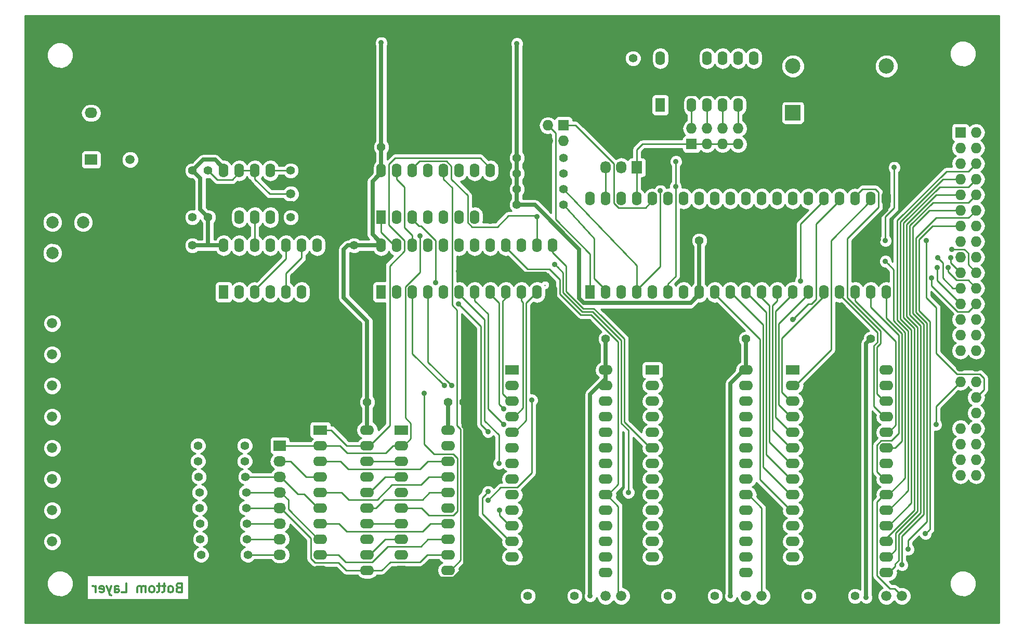
<source format=gbr>
%TF.FileFunction,Copper,L2,Bot,Signal*%
%FSLAX46Y46*%
G04 Gerber Fmt 4.6, Leading zero omitted, Abs format (unit mm)*
G04 Created by KiCad (PCBNEW (2014-12-04 BZR 5312)-product) date Wed 04 Feb 2015 08:21:46 AM CET*
%MOMM*%
G01*
G04 APERTURE LIST*
%ADD10C,0.100000*%
%ADD11C,0.300000*%
%ADD12R,1.727200X1.727200*%
%ADD13O,1.727200X1.727200*%
%ADD14C,1.397000*%
%ADD15C,1.501140*%
%ADD16R,1.727200X2.032000*%
%ADD17O,1.727200X2.032000*%
%ADD18C,1.998980*%
%ADD19R,1.574800X2.286000*%
%ADD20O,1.574800X2.286000*%
%ADD21R,2.286000X1.574800*%
%ADD22O,2.286000X1.574800*%
%ADD23R,2.499360X2.499360*%
%ADD24C,2.499360*%
%ADD25R,2.032000X1.727200*%
%ADD26O,2.032000X1.727200*%
%ADD27C,1.676400*%
%ADD28C,0.889000*%
%ADD29C,0.254000*%
%ADD30C,0.635000*%
G04 APERTURE END LIST*
D10*
D11*
X87922857Y-139592857D02*
X87708571Y-139664286D01*
X87637143Y-139735714D01*
X87565714Y-139878571D01*
X87565714Y-140092857D01*
X87637143Y-140235714D01*
X87708571Y-140307143D01*
X87851429Y-140378571D01*
X88422857Y-140378571D01*
X88422857Y-138878571D01*
X87922857Y-138878571D01*
X87780000Y-138950000D01*
X87708571Y-139021429D01*
X87637143Y-139164286D01*
X87637143Y-139307143D01*
X87708571Y-139450000D01*
X87780000Y-139521429D01*
X87922857Y-139592857D01*
X88422857Y-139592857D01*
X86708571Y-140378571D02*
X86851429Y-140307143D01*
X86922857Y-140235714D01*
X86994286Y-140092857D01*
X86994286Y-139664286D01*
X86922857Y-139521429D01*
X86851429Y-139450000D01*
X86708571Y-139378571D01*
X86494286Y-139378571D01*
X86351429Y-139450000D01*
X86280000Y-139521429D01*
X86208571Y-139664286D01*
X86208571Y-140092857D01*
X86280000Y-140235714D01*
X86351429Y-140307143D01*
X86494286Y-140378571D01*
X86708571Y-140378571D01*
X85780000Y-139378571D02*
X85208571Y-139378571D01*
X85565714Y-138878571D02*
X85565714Y-140164286D01*
X85494286Y-140307143D01*
X85351428Y-140378571D01*
X85208571Y-140378571D01*
X84922857Y-139378571D02*
X84351428Y-139378571D01*
X84708571Y-138878571D02*
X84708571Y-140164286D01*
X84637143Y-140307143D01*
X84494285Y-140378571D01*
X84351428Y-140378571D01*
X83637142Y-140378571D02*
X83780000Y-140307143D01*
X83851428Y-140235714D01*
X83922857Y-140092857D01*
X83922857Y-139664286D01*
X83851428Y-139521429D01*
X83780000Y-139450000D01*
X83637142Y-139378571D01*
X83422857Y-139378571D01*
X83280000Y-139450000D01*
X83208571Y-139521429D01*
X83137142Y-139664286D01*
X83137142Y-140092857D01*
X83208571Y-140235714D01*
X83280000Y-140307143D01*
X83422857Y-140378571D01*
X83637142Y-140378571D01*
X82494285Y-140378571D02*
X82494285Y-139378571D01*
X82494285Y-139521429D02*
X82422857Y-139450000D01*
X82279999Y-139378571D01*
X82065714Y-139378571D01*
X81922857Y-139450000D01*
X81851428Y-139592857D01*
X81851428Y-140378571D01*
X81851428Y-139592857D02*
X81779999Y-139450000D01*
X81637142Y-139378571D01*
X81422857Y-139378571D01*
X81279999Y-139450000D01*
X81208571Y-139592857D01*
X81208571Y-140378571D01*
X78637142Y-140378571D02*
X79351428Y-140378571D01*
X79351428Y-138878571D01*
X77494285Y-140378571D02*
X77494285Y-139592857D01*
X77565714Y-139450000D01*
X77708571Y-139378571D01*
X77994285Y-139378571D01*
X78137142Y-139450000D01*
X77494285Y-140307143D02*
X77637142Y-140378571D01*
X77994285Y-140378571D01*
X78137142Y-140307143D01*
X78208571Y-140164286D01*
X78208571Y-140021429D01*
X78137142Y-139878571D01*
X77994285Y-139807143D01*
X77637142Y-139807143D01*
X77494285Y-139735714D01*
X76922856Y-139378571D02*
X76565713Y-140378571D01*
X76208571Y-139378571D02*
X76565713Y-140378571D01*
X76708571Y-140735714D01*
X76779999Y-140807143D01*
X76922856Y-140878571D01*
X75065714Y-140307143D02*
X75208571Y-140378571D01*
X75494285Y-140378571D01*
X75637142Y-140307143D01*
X75708571Y-140164286D01*
X75708571Y-139592857D01*
X75637142Y-139450000D01*
X75494285Y-139378571D01*
X75208571Y-139378571D01*
X75065714Y-139450000D01*
X74994285Y-139592857D01*
X74994285Y-139735714D01*
X75708571Y-139878571D01*
X74351428Y-140378571D02*
X74351428Y-139378571D01*
X74351428Y-139664286D02*
X74280000Y-139521429D01*
X74208571Y-139450000D01*
X74065714Y-139378571D01*
X73922857Y-139378571D01*
D12*
X215265000Y-65405000D03*
D13*
X217805000Y-65405000D03*
X215265000Y-67945000D03*
X217805000Y-67945000D03*
X215265000Y-70485000D03*
X217805000Y-70485000D03*
X215265000Y-73025000D03*
X217805000Y-73025000D03*
X215265000Y-75565000D03*
X217805000Y-75565000D03*
X215265000Y-78105000D03*
X217805000Y-78105000D03*
X215265000Y-80645000D03*
X217805000Y-80645000D03*
X215265000Y-83185000D03*
X217805000Y-83185000D03*
X215265000Y-85725000D03*
X217805000Y-85725000D03*
X215265000Y-88265000D03*
X217805000Y-88265000D03*
X215265000Y-90805000D03*
X217805000Y-90805000D03*
X215265000Y-93345000D03*
X217805000Y-93345000D03*
X215265000Y-95885000D03*
X217805000Y-95885000D03*
X215265000Y-98425000D03*
X217805000Y-98425000D03*
X215265000Y-100965000D03*
X217805000Y-100965000D03*
X215265000Y-103505000D03*
X217805000Y-103505000D03*
X215265000Y-106045000D03*
X217805000Y-106045000D03*
X215265000Y-108585000D03*
X217805000Y-108585000D03*
X215265000Y-111125000D03*
X217805000Y-111125000D03*
X215265000Y-113665000D03*
X217805000Y-113665000D03*
X215265000Y-116205000D03*
X217805000Y-116205000D03*
X215265000Y-118745000D03*
X217805000Y-118745000D03*
X215265000Y-121285000D03*
X217805000Y-121285000D03*
X215265000Y-123825000D03*
X217805000Y-123825000D03*
X215265000Y-126365000D03*
X217805000Y-126365000D03*
D14*
X172720000Y-83058000D03*
X175260000Y-83058000D03*
D15*
X108712000Y-75438000D03*
X106172000Y-75438000D03*
D14*
X200660000Y-99060000D03*
X198120000Y-99060000D03*
X157480000Y-99060000D03*
X154940000Y-99060000D03*
X116459000Y-83820000D03*
X116459000Y-86360000D03*
X90170000Y-83820000D03*
X90170000Y-86360000D03*
X161925000Y-53340000D03*
X161925000Y-50800000D03*
X131826000Y-109347000D03*
X134366000Y-109347000D03*
X180340000Y-99060000D03*
X177800000Y-99060000D03*
X118618000Y-109347000D03*
X116078000Y-109347000D03*
D12*
X171450000Y-67310000D03*
D13*
X171450000Y-64770000D03*
X173990000Y-67310000D03*
X173990000Y-64770000D03*
X176530000Y-67310000D03*
X176530000Y-64770000D03*
X179070000Y-67310000D03*
X179070000Y-64770000D03*
D16*
X162560000Y-71120000D03*
D17*
X160020000Y-71120000D03*
X157480000Y-71120000D03*
D12*
X150622000Y-64262000D03*
D13*
X150622000Y-66802000D03*
X148082000Y-64262000D03*
X148082000Y-66802000D03*
D14*
X150622000Y-74676000D03*
X143002000Y-74676000D03*
X150622000Y-72136000D03*
X143002000Y-72136000D03*
X150622000Y-77216000D03*
X143002000Y-77216000D03*
X143002000Y-69596000D03*
X150622000Y-69596000D03*
X92710000Y-71628000D03*
X92710000Y-79248000D03*
D18*
X72349360Y-80050640D03*
X72349360Y-85049360D03*
X67350640Y-85049360D03*
X67350640Y-80050640D03*
D19*
X154940000Y-91440000D03*
D20*
X157480000Y-91440000D03*
X160020000Y-91440000D03*
X162560000Y-91440000D03*
X165100000Y-91440000D03*
X167640000Y-91440000D03*
X170180000Y-91440000D03*
X172720000Y-91440000D03*
X175260000Y-91440000D03*
X177800000Y-91440000D03*
X180340000Y-91440000D03*
X182880000Y-91440000D03*
X185420000Y-91440000D03*
X187960000Y-91440000D03*
X190500000Y-91440000D03*
X193040000Y-91440000D03*
X195580000Y-91440000D03*
X198120000Y-91440000D03*
X200660000Y-91440000D03*
X203200000Y-91440000D03*
X203200000Y-76200000D03*
X200660000Y-76200000D03*
X198120000Y-76200000D03*
X195580000Y-76200000D03*
X193040000Y-76200000D03*
X190500000Y-76200000D03*
X187960000Y-76200000D03*
X185420000Y-76200000D03*
X182880000Y-76200000D03*
X180340000Y-76200000D03*
X177800000Y-76200000D03*
X175260000Y-76200000D03*
X172720000Y-76200000D03*
X170180000Y-76200000D03*
X167640000Y-76200000D03*
X165100000Y-76200000D03*
X162560000Y-76200000D03*
X160020000Y-76200000D03*
X157480000Y-76200000D03*
X154940000Y-76200000D03*
D19*
X95250000Y-91440000D03*
D20*
X97790000Y-91440000D03*
X100330000Y-91440000D03*
X102870000Y-91440000D03*
X105410000Y-91440000D03*
X107950000Y-91440000D03*
X110490000Y-91440000D03*
X110490000Y-83820000D03*
X107950000Y-83820000D03*
X105410000Y-83820000D03*
X102870000Y-83820000D03*
X100330000Y-83820000D03*
X97790000Y-83820000D03*
X95250000Y-83820000D03*
D19*
X166370000Y-60960000D03*
D20*
X168910000Y-60960000D03*
X171450000Y-60960000D03*
X173990000Y-60960000D03*
X176530000Y-60960000D03*
X179070000Y-60960000D03*
X181610000Y-60960000D03*
X181610000Y-53340000D03*
X179070000Y-53340000D03*
X176530000Y-53340000D03*
X173990000Y-53340000D03*
X171450000Y-53340000D03*
X168910000Y-53340000D03*
X166370000Y-53340000D03*
D19*
X120904000Y-91440000D03*
D20*
X123444000Y-91440000D03*
X125984000Y-91440000D03*
X128524000Y-91440000D03*
X131064000Y-91440000D03*
X133604000Y-91440000D03*
X136144000Y-91440000D03*
X138684000Y-91440000D03*
X141224000Y-91440000D03*
X143764000Y-91440000D03*
X146304000Y-91440000D03*
X148844000Y-91440000D03*
X148844000Y-83820000D03*
X146304000Y-83820000D03*
X143764000Y-83820000D03*
X141224000Y-83820000D03*
X138684000Y-83820000D03*
X136144000Y-83820000D03*
X133604000Y-83820000D03*
X131064000Y-83820000D03*
X128524000Y-83820000D03*
X125984000Y-83820000D03*
X123444000Y-83820000D03*
X120904000Y-83820000D03*
D21*
X142240000Y-104140000D03*
D22*
X142240000Y-106680000D03*
X142240000Y-109220000D03*
X142240000Y-111760000D03*
X142240000Y-114300000D03*
X142240000Y-116840000D03*
X142240000Y-119380000D03*
X142240000Y-121920000D03*
X142240000Y-124460000D03*
X142240000Y-127000000D03*
X142240000Y-129540000D03*
X142240000Y-132080000D03*
X142240000Y-134620000D03*
X142240000Y-137160000D03*
X157480000Y-137160000D03*
X157480000Y-134620000D03*
X157480000Y-132080000D03*
X157480000Y-129540000D03*
X157480000Y-127000000D03*
X157480000Y-124460000D03*
X157480000Y-121920000D03*
X157480000Y-119380000D03*
X157480000Y-116840000D03*
X157480000Y-114300000D03*
X157480000Y-111760000D03*
X157480000Y-109220000D03*
X157480000Y-106680000D03*
X157480000Y-104140000D03*
D21*
X187960000Y-104140000D03*
D22*
X187960000Y-106680000D03*
X187960000Y-109220000D03*
X187960000Y-111760000D03*
X187960000Y-114300000D03*
X187960000Y-116840000D03*
X187960000Y-119380000D03*
X187960000Y-121920000D03*
X187960000Y-124460000D03*
X187960000Y-127000000D03*
X187960000Y-129540000D03*
X187960000Y-132080000D03*
X187960000Y-134620000D03*
X187960000Y-137160000D03*
X203200000Y-137160000D03*
X203200000Y-134620000D03*
X203200000Y-132080000D03*
X203200000Y-129540000D03*
X203200000Y-127000000D03*
X203200000Y-124460000D03*
X203200000Y-121920000D03*
X203200000Y-119380000D03*
X203200000Y-116840000D03*
X203200000Y-114300000D03*
X203200000Y-111760000D03*
X203200000Y-109220000D03*
X203200000Y-106680000D03*
X203200000Y-104140000D03*
D21*
X165100000Y-104140000D03*
D22*
X165100000Y-106680000D03*
X165100000Y-109220000D03*
X165100000Y-111760000D03*
X165100000Y-114300000D03*
X165100000Y-116840000D03*
X165100000Y-119380000D03*
X165100000Y-121920000D03*
X165100000Y-124460000D03*
X165100000Y-127000000D03*
X165100000Y-129540000D03*
X165100000Y-132080000D03*
X165100000Y-134620000D03*
X165100000Y-137160000D03*
X180340000Y-137160000D03*
X180340000Y-134620000D03*
X180340000Y-132080000D03*
X180340000Y-129540000D03*
X180340000Y-127000000D03*
X180340000Y-124460000D03*
X180340000Y-121920000D03*
X180340000Y-119380000D03*
X180340000Y-116840000D03*
X180340000Y-114300000D03*
X180340000Y-111760000D03*
X180340000Y-109220000D03*
X180340000Y-106680000D03*
X180340000Y-104140000D03*
D19*
X120904000Y-79248000D03*
D20*
X123444000Y-79248000D03*
X125984000Y-79248000D03*
X128524000Y-79248000D03*
X131064000Y-79248000D03*
X133604000Y-79248000D03*
X136144000Y-79248000D03*
X138684000Y-79248000D03*
X138684000Y-71628000D03*
X136144000Y-71628000D03*
X133604000Y-71628000D03*
X131064000Y-71628000D03*
X128524000Y-71628000D03*
X125984000Y-71628000D03*
X123444000Y-71628000D03*
X120904000Y-71628000D03*
D21*
X124206000Y-113919000D03*
D22*
X124206000Y-116459000D03*
X124206000Y-118999000D03*
X124206000Y-121539000D03*
X124206000Y-124079000D03*
X124206000Y-126619000D03*
X124206000Y-129159000D03*
X124206000Y-131699000D03*
X124206000Y-134239000D03*
X124206000Y-136779000D03*
X131826000Y-136779000D03*
X131826000Y-134239000D03*
X131826000Y-131699000D03*
X131826000Y-129159000D03*
X131826000Y-126619000D03*
X131826000Y-124079000D03*
X131826000Y-121539000D03*
X131826000Y-118999000D03*
X131826000Y-116459000D03*
X131826000Y-113919000D03*
D23*
X187960000Y-62230000D03*
D24*
X203200000Y-62230000D03*
X203200000Y-54610000D03*
X187960000Y-54610000D03*
D14*
X120904000Y-67818000D03*
X123444000Y-67818000D03*
D15*
X80010000Y-67310000D03*
X80010000Y-69850000D03*
D25*
X104394000Y-116459000D03*
D26*
X104394000Y-118999000D03*
X104394000Y-121539000D03*
X104394000Y-124079000D03*
X104394000Y-126619000D03*
X104394000Y-129159000D03*
X104394000Y-131699000D03*
X104394000Y-134239000D03*
D21*
X110998000Y-113919000D03*
D22*
X110998000Y-116459000D03*
X110998000Y-118999000D03*
X110998000Y-121539000D03*
X110998000Y-124079000D03*
X110998000Y-126619000D03*
X110998000Y-129159000D03*
X110998000Y-131699000D03*
X110998000Y-134239000D03*
X110998000Y-136779000D03*
X118618000Y-136779000D03*
X118618000Y-134239000D03*
X118618000Y-131699000D03*
X118618000Y-129159000D03*
X118618000Y-126619000D03*
X118618000Y-124079000D03*
X118618000Y-121539000D03*
X118618000Y-118999000D03*
X118618000Y-116459000D03*
X118618000Y-113919000D03*
D14*
X106172000Y-79248000D03*
X108712000Y-79248000D03*
X106172000Y-71628000D03*
X108712000Y-71628000D03*
X90170000Y-71628000D03*
X90170000Y-79248000D03*
D19*
X95250000Y-79248000D03*
D20*
X97790000Y-79248000D03*
X100330000Y-79248000D03*
X102870000Y-79248000D03*
X102870000Y-71628000D03*
X100330000Y-71628000D03*
X97790000Y-71628000D03*
X95250000Y-71628000D03*
D25*
X73660000Y-69850000D03*
D26*
X73660000Y-67310000D03*
X73660000Y-64770000D03*
X73660000Y-62230000D03*
D27*
X157480000Y-140970000D03*
X160020000Y-140970000D03*
X203200000Y-140970000D03*
X205740000Y-140970000D03*
X180340000Y-140970000D03*
X182880000Y-140970000D03*
D14*
X152400000Y-140970000D03*
X144780000Y-140970000D03*
X198120000Y-140970000D03*
X190500000Y-140970000D03*
X175260000Y-140970000D03*
X167640000Y-140970000D03*
D27*
X67310000Y-96520000D03*
X67310000Y-99060000D03*
X67310000Y-101600000D03*
X67310000Y-104140000D03*
X67310000Y-106680000D03*
X67310000Y-109220000D03*
X67310000Y-111760000D03*
X67310000Y-114300000D03*
X67310000Y-116840000D03*
X67310000Y-119380000D03*
X67310000Y-121920000D03*
X67310000Y-124460000D03*
X67310000Y-127000000D03*
X67310000Y-129540000D03*
X67310000Y-132080000D03*
X67310000Y-134620000D03*
D14*
X91059000Y-116459000D03*
X98679000Y-116459000D03*
X91059000Y-118999000D03*
X98679000Y-118999000D03*
X91186000Y-121539000D03*
X98806000Y-121539000D03*
X91313000Y-124079000D03*
X98933000Y-124079000D03*
X91313000Y-126619000D03*
X98933000Y-126619000D03*
X91440000Y-129159000D03*
X99060000Y-129159000D03*
X91440000Y-131699000D03*
X99060000Y-131699000D03*
X91567000Y-134239000D03*
X99187000Y-134239000D03*
D28*
X201907070Y-82872239D03*
X133464770Y-88023230D03*
X177800000Y-140970000D03*
X154940000Y-140970000D03*
X199898000Y-141224000D03*
X143002000Y-50927000D03*
X120904000Y-50800000D03*
X204470000Y-71120000D03*
X203034886Y-83058001D03*
X209677000Y-83058000D03*
X146304000Y-79121000D03*
X211264501Y-113030000D03*
X211455000Y-87439490D03*
X213233021Y-87475327D03*
X168910000Y-70167480D03*
X168846936Y-74231520D03*
X166370000Y-74930000D03*
X205740000Y-135890000D03*
X138303000Y-123952000D03*
X206756000Y-133350000D03*
X140208000Y-127000000D03*
X209550000Y-130810000D03*
X213708284Y-85854726D03*
X213868000Y-84455000D03*
X211512345Y-85788520D03*
X210557969Y-89145284D03*
X129794000Y-89916000D03*
X140843000Y-110490000D03*
X140843000Y-113030000D03*
X140081000Y-119380000D03*
X138303000Y-114173000D03*
X133477000Y-93345000D03*
X132397480Y-106680000D03*
X131191000Y-106680000D03*
X187960000Y-95885000D03*
X189230000Y-89598540D03*
X203034886Y-86423521D03*
X149178183Y-86931443D03*
X161163000Y-124079000D03*
X127889000Y-107950000D03*
X138303000Y-125349000D03*
X145424758Y-109029480D03*
X127254000Y-82296000D03*
D29*
X147574000Y-90282026D02*
X147581719Y-90274307D01*
D30*
X165100000Y-142367000D02*
X165100000Y-143637000D01*
X134366000Y-109347000D02*
X134366000Y-113312158D01*
X134366000Y-113312158D02*
X134556530Y-113502688D01*
X134556530Y-113502688D02*
X134556530Y-136325858D01*
X134556530Y-136325858D02*
X132744478Y-138137910D01*
X132744478Y-138137910D02*
X127342910Y-138137910D01*
X127342910Y-138137910D02*
X125984000Y-136779000D01*
X125984000Y-136779000D02*
X124206000Y-136779000D01*
X201907070Y-82243622D02*
X201907070Y-82872239D01*
X203200000Y-78006158D02*
X201907070Y-79299088D01*
X201907070Y-79299088D02*
X201907070Y-82243622D01*
X203200000Y-76200000D02*
X203200000Y-78006158D01*
X97180400Y-76962000D02*
X106426000Y-76962000D01*
X106426000Y-76962000D02*
X108712000Y-79248000D01*
X95250000Y-79248000D02*
X95250000Y-78892400D01*
X95250000Y-78892400D02*
X97180400Y-76962000D01*
X150368000Y-103632000D02*
X150368000Y-129387600D01*
X150368000Y-129387600D02*
X142595600Y-137160000D01*
X142595600Y-137160000D02*
X142240000Y-137160000D01*
X154940000Y-99060000D02*
X150368000Y-103632000D01*
X140462000Y-75692000D02*
X140462000Y-67834453D01*
X140462000Y-67834453D02*
X140462000Y-49403000D01*
X123444000Y-67818000D02*
X140445547Y-67818000D01*
X140445547Y-67818000D02*
X140462000Y-67834453D01*
X198120000Y-99060000D02*
X195453000Y-101727000D01*
X188315600Y-137160000D02*
X187960000Y-137160000D01*
X195453000Y-101727000D02*
X195453000Y-130022600D01*
X195453000Y-130022600D02*
X188315600Y-137160000D01*
X177800000Y-99060000D02*
X172339000Y-104521000D01*
X172339000Y-104521000D02*
X172339000Y-130276600D01*
X172339000Y-130276600D02*
X165455600Y-137160000D01*
X165455600Y-137160000D02*
X165100000Y-137160000D01*
X73660000Y-64770000D02*
X73660000Y-67310000D01*
X73660000Y-67310000D02*
X63500000Y-67310000D01*
X138684000Y-79248000D02*
X138684000Y-77470000D01*
X138684000Y-77470000D02*
X140462000Y-75692000D01*
X140462000Y-49403000D02*
X140081000Y-49022000D01*
X108813600Y-93472000D02*
X90182798Y-93472000D01*
X90170000Y-86360000D02*
X90170000Y-87347828D01*
X90170000Y-87347828D02*
X90182798Y-87360626D01*
X90182798Y-87360626D02*
X90182798Y-93472000D01*
X116078000Y-109347000D02*
X116078000Y-96901000D01*
X116078000Y-96901000D02*
X110617000Y-91440000D01*
X110617000Y-91440000D02*
X110490000Y-91440000D01*
X110490000Y-91440000D02*
X110490000Y-91795600D01*
X110490000Y-91795600D02*
X108813600Y-93472000D01*
X146177000Y-64897000D02*
X146177000Y-48768000D01*
X148082000Y-66802000D02*
X146177000Y-64897000D01*
X161925000Y-50800000D02*
X161925000Y-49022000D01*
X187960000Y-138582400D02*
X187960000Y-143383000D01*
X187960000Y-137160000D02*
X187960000Y-138582400D01*
X165100000Y-137160000D02*
X165100000Y-142367000D01*
X142240000Y-138582400D02*
X142240000Y-142875000D01*
X142240000Y-137160000D02*
X142240000Y-138582400D01*
X110998000Y-136779000D02*
X110998000Y-142621000D01*
X124206000Y-136779000D02*
X124206000Y-142875000D01*
X217805000Y-103505000D02*
X220472000Y-103505000D01*
X215265000Y-103505000D02*
X217805000Y-103505000D01*
X203200000Y-62230000D02*
X203200000Y-68834000D01*
X203200000Y-68834000D02*
X203200000Y-76200000D01*
X168910000Y-53340000D02*
X171450000Y-53340000D01*
X168910000Y-53340000D02*
X168910000Y-51562000D01*
X168910000Y-51562000D02*
X168910000Y-49149000D01*
X203200000Y-62230000D02*
X205486000Y-59944000D01*
X205486000Y-59944000D02*
X205486000Y-49149000D01*
X181610000Y-60604400D02*
X181610000Y-60960000D01*
X180187600Y-59182000D02*
X181610000Y-60604400D01*
X170332400Y-59182000D02*
X180187600Y-59182000D01*
X168910000Y-60604400D02*
X170332400Y-59182000D01*
X168910000Y-60960000D02*
X168910000Y-60604400D01*
X201950321Y-60980321D02*
X203200000Y-62230000D01*
X200279000Y-59309000D02*
X201950321Y-60980321D01*
X183134000Y-59309000D02*
X200279000Y-59309000D01*
X181610000Y-60833000D02*
X183134000Y-59309000D01*
X181610000Y-60960000D02*
X181610000Y-60833000D01*
X108712000Y-71628000D02*
X108712000Y-75438000D01*
X108712000Y-71628000D02*
X108712000Y-79248000D01*
X215265000Y-111125000D02*
X215265000Y-108585000D01*
X147637499Y-88455499D02*
X134525656Y-88455499D01*
X148844000Y-91440000D02*
X148844000Y-89662000D01*
X134525656Y-88455499D02*
X134093387Y-88023230D01*
X148844000Y-89662000D02*
X147637499Y-88455499D01*
X134093387Y-88023230D02*
X133464770Y-88023230D01*
X67310000Y-99060000D02*
X64770000Y-99060000D01*
X67310000Y-104140000D02*
X64770000Y-104140000D01*
X67310000Y-109220000D02*
X64770000Y-109220000D01*
X67310000Y-114300000D02*
X64770000Y-114300000D01*
X67310000Y-119380000D02*
X64770000Y-119380000D01*
X67310000Y-124460000D02*
X64770000Y-124460000D01*
X67310000Y-129540000D02*
X64770000Y-129540000D01*
X67310000Y-134620000D02*
X64770000Y-134620000D01*
X72349360Y-93399348D02*
X72422012Y-93472000D01*
X72349360Y-85049360D02*
X72349360Y-93399348D01*
X72422012Y-93472000D02*
X65024000Y-93472000D01*
X90182798Y-93472000D02*
X72422012Y-93472000D01*
X73660000Y-67310000D02*
X80010000Y-67310000D01*
X177800000Y-140341383D02*
X177800000Y-140970000D01*
X177800000Y-106324400D02*
X177800000Y-140341383D01*
X179984400Y-104140000D02*
X177800000Y-106324400D01*
X180340000Y-104140000D02*
X179984400Y-104140000D01*
X154940000Y-140341383D02*
X154940000Y-140970000D01*
X154940000Y-108102400D02*
X154940000Y-140341383D01*
X157480000Y-105562400D02*
X154940000Y-108102400D01*
X157480000Y-104140000D02*
X157480000Y-105562400D01*
X199898000Y-140595383D02*
X199898000Y-141224000D01*
X199898000Y-99822000D02*
X199898000Y-140595383D01*
X200660000Y-99060000D02*
X199898000Y-99822000D01*
X116459000Y-83820000D02*
X115471172Y-83820000D01*
X114808000Y-84483172D02*
X114808000Y-92329000D01*
X115471172Y-83820000D02*
X114808000Y-84483172D01*
X114808000Y-92329000D02*
X118618000Y-96139000D01*
X118618000Y-96139000D02*
X118618000Y-108359172D01*
X118618000Y-108359172D02*
X118618000Y-109347000D01*
X131826000Y-113919000D02*
X131826000Y-109347000D01*
X119481600Y-83820000D02*
X120904000Y-83820000D01*
X120904000Y-83820000D02*
X120904000Y-83464400D01*
X120904000Y-83464400D02*
X119481600Y-82042000D01*
X119481600Y-82042000D02*
X119481600Y-73406000D01*
X119481600Y-73406000D02*
X120904000Y-71983600D01*
X120904000Y-71983600D02*
X120904000Y-71628000D01*
X91440000Y-72898000D02*
X91440000Y-77978000D01*
X90170000Y-71628000D02*
X91440000Y-72898000D01*
X91440000Y-77978000D02*
X92710000Y-79248000D01*
X116459000Y-83820000D02*
X120904000Y-83820000D01*
D29*
X120904000Y-71628000D02*
X120904000Y-67818000D01*
D30*
X143002000Y-69596000D02*
X143002000Y-50927000D01*
X143002000Y-72136000D02*
X143002000Y-69596000D01*
X143002000Y-74676000D02*
X143002000Y-72136000D01*
X143002000Y-77216000D02*
X143002000Y-74676000D01*
X120904000Y-71628000D02*
X120904000Y-50800000D01*
X120777000Y-71501000D02*
X120904000Y-71628000D01*
X118618000Y-109347000D02*
X118618000Y-113919000D01*
X180340000Y-99060000D02*
X180340000Y-104140000D01*
X157480000Y-99060000D02*
X157480000Y-104140000D01*
X157480000Y-104140000D02*
X157480000Y-106680000D01*
X95250000Y-71272400D02*
X95250000Y-71628000D01*
X91948000Y-69850000D02*
X93827600Y-69850000D01*
X93827600Y-69850000D02*
X95250000Y-71272400D01*
X90170000Y-71628000D02*
X91948000Y-69850000D01*
X172720000Y-89662000D02*
X172720000Y-83058000D01*
X172720000Y-91440000D02*
X172720000Y-89662000D01*
X153162000Y-84475318D02*
X145902682Y-77216000D01*
X172720000Y-91795600D02*
X171297600Y-93218000D01*
X145902682Y-77216000D02*
X143989828Y-77216000D01*
X153935711Y-93218000D02*
X153162000Y-92444289D01*
X172720000Y-91440000D02*
X172720000Y-91795600D01*
X171297600Y-93218000D02*
X153935711Y-93218000D01*
X153162000Y-92444289D02*
X153162000Y-84475318D01*
X143989828Y-77216000D02*
X143002000Y-77216000D01*
X92710000Y-83811590D02*
X92701590Y-83820000D01*
X92710000Y-79248000D02*
X92710000Y-83811590D01*
X92701590Y-83820000D02*
X90170000Y-83820000D01*
X95250000Y-83820000D02*
X92701590Y-83820000D01*
D29*
X204470000Y-71748617D02*
X204470000Y-71120000D01*
X203034886Y-83058001D02*
X203034886Y-79159114D01*
X203034886Y-79159114D02*
X204470000Y-77724000D01*
X204470000Y-77724000D02*
X204470000Y-71748617D01*
X204393820Y-71120000D02*
X204470000Y-71120000D01*
X204368410Y-71145410D02*
X204393820Y-71120000D01*
X105410000Y-88392000D02*
X107950000Y-85852000D01*
X107950000Y-85852000D02*
X107950000Y-83820000D01*
X105410000Y-91440000D02*
X105410000Y-88392000D01*
X209677000Y-83686617D02*
X209677000Y-83058000D01*
X211328000Y-101410010D02*
X211328000Y-93980000D01*
X214692990Y-104775000D02*
X211328000Y-101410010D01*
X218377010Y-104775000D02*
X214692990Y-104775000D01*
X211328000Y-93980000D02*
X209677000Y-92329000D01*
X219049601Y-105447591D02*
X218377010Y-104775000D01*
X209677000Y-92329000D02*
X209677000Y-83686617D01*
X219049601Y-107340399D02*
X219049601Y-105447591D01*
X217805000Y-108585000D02*
X219049601Y-107340399D01*
X102870000Y-83820000D02*
X102870000Y-83464400D01*
X127152410Y-70103990D02*
X129007971Y-70103990D01*
X132334000Y-73025000D02*
X134975590Y-75666590D01*
X132334000Y-70890019D02*
X132334000Y-73025000D01*
X129007971Y-70103990D02*
X129007991Y-70104010D01*
X146177000Y-78994000D02*
X146304000Y-79121000D01*
X125984000Y-71272400D02*
X127152410Y-70103990D01*
X129007991Y-70104010D02*
X130580009Y-70104010D01*
X125984000Y-71628000D02*
X125984000Y-71272400D01*
X130580009Y-70104010D02*
X130580029Y-70103990D01*
X130580029Y-70103990D02*
X131547971Y-70103990D01*
X131547971Y-70103990D02*
X132334000Y-70890019D01*
X134975590Y-75666590D02*
X134975590Y-80087571D01*
X134975590Y-80087571D02*
X135688247Y-80800228D01*
X135688247Y-80800228D02*
X139798772Y-80800228D01*
X139798772Y-80800228D02*
X141605000Y-78994000D01*
X141605000Y-78994000D02*
X146177000Y-78994000D01*
X146304000Y-83820000D02*
X146304000Y-79121000D01*
X215265000Y-106045000D02*
X211264501Y-110045499D01*
X211264501Y-110045499D02*
X211264501Y-112401383D01*
X211264501Y-112401383D02*
X211264501Y-113030000D01*
X211455000Y-88068107D02*
X211455000Y-87439490D01*
X215265000Y-93345000D02*
X211455000Y-89535000D01*
X211455000Y-89535000D02*
X211455000Y-88068107D01*
X216509601Y-89509601D02*
X214638678Y-89509601D01*
X217805000Y-90805000D02*
X216509601Y-89509601D01*
X213233021Y-88103944D02*
X213233021Y-87475327D01*
X214638678Y-89509601D02*
X213233021Y-88103944D01*
X167640000Y-90043000D02*
X168846936Y-88836064D01*
X168910000Y-74168456D02*
X168846936Y-74231520D01*
X168846936Y-74860137D02*
X168846936Y-74231520D01*
X168846936Y-88836064D02*
X168846936Y-74860137D01*
X168910000Y-70167480D02*
X168910000Y-74168456D01*
X167640000Y-91440000D02*
X167640000Y-90043000D01*
X162560000Y-87122000D02*
X162560000Y-91084400D01*
X150622000Y-74676000D02*
X162560000Y-87122000D01*
X162560000Y-91084400D02*
X162560000Y-91440000D01*
X162560000Y-91084400D02*
X166370000Y-87274400D01*
X166370000Y-87274400D02*
X166370000Y-75558617D01*
X166370000Y-75558617D02*
X166370000Y-74930000D01*
X157480000Y-91084400D02*
X157480000Y-91440000D01*
X155600400Y-89204800D02*
X157480000Y-91084400D01*
X150622000Y-77216000D02*
X155600400Y-82702400D01*
X155600400Y-82702400D02*
X155600400Y-89204800D01*
X110998000Y-118999000D02*
X114300000Y-118999000D01*
X114300000Y-118999000D02*
X115570000Y-120269000D01*
X115570000Y-120269000D02*
X127254000Y-120269000D01*
X127254000Y-120269000D02*
X128524000Y-118999000D01*
X128524000Y-118999000D02*
X131826000Y-118999000D01*
X110998000Y-118745000D02*
X111353600Y-118745000D01*
X203555600Y-127000000D02*
X203200000Y-127000000D01*
X206756039Y-123799561D02*
X203555600Y-127000000D01*
X217805000Y-70485000D02*
X216509601Y-71780399D01*
X216509601Y-71780399D02*
X212964717Y-71780399D01*
X212964717Y-71780399D02*
X204977937Y-79767179D01*
X204977937Y-79767179D02*
X204977937Y-96000839D01*
X206754145Y-97777047D02*
X206754145Y-102583625D01*
X206754145Y-102583625D02*
X206756039Y-102585521D01*
X204977937Y-96000839D02*
X206754145Y-97777047D01*
X206756039Y-102585521D02*
X206756039Y-123799561D01*
X110998000Y-124079000D02*
X114427000Y-124079000D01*
X114427000Y-124079000D02*
X115595410Y-125247410D01*
X120243590Y-125247410D02*
X122682000Y-122809000D01*
X115595410Y-125247410D02*
X120243590Y-125247410D01*
X122682000Y-122809000D02*
X127381000Y-122809000D01*
X127381000Y-122809000D02*
X128651000Y-121539000D01*
X128651000Y-121539000D02*
X131826000Y-121539000D01*
X207264049Y-125831551D02*
X203555600Y-129540000D01*
X212438550Y-73025000D02*
X205485946Y-79977604D01*
X215265000Y-73025000D02*
X212438550Y-73025000D01*
X205485946Y-79977604D02*
X205485946Y-95790414D01*
X207263934Y-97568402D02*
X207263934Y-102374982D01*
X207263934Y-102374982D02*
X207264049Y-102375097D01*
X207264049Y-102375097D02*
X207264049Y-125831551D01*
X203555600Y-129540000D02*
X203200000Y-129540000D01*
X205485946Y-95790414D02*
X207263934Y-97568402D01*
X110998000Y-129159000D02*
X114046000Y-129159000D01*
X114046000Y-129159000D02*
X115316000Y-130429000D01*
X127635000Y-130429000D02*
X128905000Y-129159000D01*
X115316000Y-130429000D02*
X127635000Y-130429000D01*
X128905000Y-129159000D02*
X131826000Y-129159000D01*
X207772059Y-102164673D02*
X207772059Y-126975922D01*
X217805000Y-73025000D02*
X216509601Y-74320399D01*
X207771943Y-102164557D02*
X207772059Y-102164673D01*
X211861585Y-74320399D02*
X205993955Y-80188029D01*
X205993955Y-80188029D02*
X205993955Y-95579989D01*
X205993955Y-95579989D02*
X207771942Y-97357976D01*
X207771942Y-97357976D02*
X207771943Y-102164557D01*
X207772059Y-126975922D02*
X203200000Y-131547981D01*
X203200000Y-131547981D02*
X203200000Y-132080000D01*
X216509601Y-74320399D02*
X211861585Y-74320399D01*
X131826000Y-131699000D02*
X128524000Y-131699000D01*
X128524000Y-131699000D02*
X127355590Y-132867410D01*
X127355590Y-132867410D02*
X121997571Y-132867410D01*
X115087410Y-135407410D02*
X113919000Y-134239000D01*
X121997571Y-132867410D02*
X119457571Y-135407410D01*
X119457571Y-135407410D02*
X115087410Y-135407410D01*
X113919000Y-134239000D02*
X110998000Y-134239000D01*
X110998000Y-134239000D02*
X111353600Y-134239000D01*
X132181600Y-131699000D02*
X131826000Y-131699000D01*
X203555600Y-134620000D02*
X203200000Y-134620000D01*
X206501963Y-95369563D02*
X208279952Y-97147552D01*
X204724010Y-133451590D02*
X203555600Y-134620000D01*
X206501963Y-80398455D02*
X206501963Y-95369563D01*
X208280069Y-101954249D02*
X208280069Y-127186346D01*
X208280069Y-127186346D02*
X204724010Y-130742405D01*
X204724010Y-130742405D02*
X204724010Y-133451590D01*
X215265000Y-75565000D02*
X211335418Y-75565000D01*
X211335418Y-75565000D02*
X206501963Y-80398455D01*
X208279952Y-101954132D02*
X208280069Y-101954249D01*
X208279952Y-97147552D02*
X208279952Y-101954132D01*
X121513600Y-131699000D02*
X124206000Y-131699000D01*
X118973600Y-134239000D02*
X121513600Y-131699000D01*
X118618000Y-134239000D02*
X118973600Y-134239000D01*
X203200000Y-137160000D02*
X203555600Y-137160000D01*
X216941401Y-76428599D02*
X217805000Y-75565000D01*
X208788079Y-101743825D02*
X208787962Y-101743708D01*
X207009972Y-95119274D02*
X207009972Y-80608880D01*
X207009972Y-80608880D02*
X210758453Y-76860399D01*
X203555600Y-137160000D02*
X204597000Y-136118600D01*
X205232020Y-135127980D02*
X205232020Y-130952829D01*
X205232020Y-130952829D02*
X208788079Y-127396770D01*
X208788079Y-127396770D02*
X208788079Y-101743825D01*
X204597000Y-136118600D02*
X204597000Y-135763000D01*
X204597000Y-135763000D02*
X205232020Y-135127980D01*
X208787962Y-96897264D02*
X207009972Y-95119274D01*
X208787962Y-101743708D02*
X208787962Y-96897264D01*
X216509601Y-76860399D02*
X216941401Y-76428599D01*
X210758453Y-76860399D02*
X216509601Y-76860399D01*
X188315600Y-134620000D02*
X187960000Y-134620000D01*
X123850400Y-129159000D02*
X124206000Y-129159000D01*
X118618000Y-129159000D02*
X123850400Y-129159000D01*
X165455600Y-134620000D02*
X165100000Y-134620000D01*
X164744400Y-134620000D02*
X165100000Y-134620000D01*
X215265000Y-78105000D02*
X210232286Y-78105000D01*
X207517982Y-94908850D02*
X209295972Y-96686840D01*
X209295972Y-96686840D02*
X209295972Y-101533284D01*
X207517982Y-80819304D02*
X207517982Y-94908850D01*
X210232286Y-78105000D02*
X207517982Y-80819304D01*
X209295972Y-101533284D02*
X209296089Y-101533401D01*
X209296089Y-101533401D02*
X209296089Y-127619122D01*
X209296089Y-127619122D02*
X205740030Y-131175181D01*
X205740000Y-135261383D02*
X205740000Y-135890000D01*
X205740030Y-131175181D02*
X205740030Y-135261353D01*
X205740030Y-135261353D02*
X205740000Y-135261383D01*
X137350501Y-124904499D02*
X137858501Y-124396499D01*
X142240000Y-132080000D02*
X141884400Y-132080000D01*
X137350501Y-127546101D02*
X137350501Y-124904499D01*
X137858501Y-124396499D02*
X138303000Y-123952000D01*
X141884400Y-132080000D02*
X137350501Y-127546101D01*
X206756000Y-132594383D02*
X206756000Y-133350000D01*
X206756000Y-132461000D02*
X206756000Y-132594383D01*
X187604400Y-132080000D02*
X187960000Y-132080000D01*
X187960000Y-132080000D02*
X188315600Y-132080000D01*
X121513600Y-121539000D02*
X124206000Y-121539000D01*
X118618000Y-124079000D02*
X118973600Y-124079000D01*
X118973600Y-124079000D02*
X121513600Y-121539000D01*
X164744400Y-132080000D02*
X165100000Y-132080000D01*
X209804099Y-101322977D02*
X209804099Y-128826159D01*
X209804099Y-128826159D02*
X206756000Y-131874258D01*
X216560399Y-79349601D02*
X211318223Y-79349601D01*
X211318223Y-79349601D02*
X208025990Y-82641834D01*
X209803981Y-101322859D02*
X209804099Y-101322977D01*
X206756000Y-131874258D02*
X206756000Y-132594383D01*
X217805000Y-78105000D02*
X216560399Y-79349601D01*
X208025990Y-82641834D02*
X208025991Y-94698425D01*
X209803980Y-96476414D02*
X209803981Y-101322859D01*
X208025991Y-94698425D02*
X209803980Y-96476414D01*
X140208000Y-127628617D02*
X140208000Y-127000000D01*
X140208000Y-127863600D02*
X140208000Y-127628617D01*
X141884400Y-129540000D02*
X140208000Y-127863600D01*
X142240000Y-129540000D02*
X141884400Y-129540000D01*
X164744400Y-129540000D02*
X165100000Y-129540000D01*
X118618000Y-118999000D02*
X124206000Y-118999000D01*
X187960000Y-129540000D02*
X187604400Y-129540000D01*
X165455600Y-129540000D02*
X165100000Y-129540000D01*
X209994499Y-130365501D02*
X209550000Y-130810000D01*
X208534000Y-94488000D02*
X210311990Y-96265990D01*
X210741258Y-80645000D02*
X208534000Y-82852258D01*
X210312109Y-101112553D02*
X210312109Y-130047891D01*
X215265000Y-80645000D02*
X210741258Y-80645000D01*
X210311990Y-101112434D02*
X210312109Y-101112553D01*
X208534000Y-82852258D02*
X208534000Y-94488000D01*
X210311990Y-96265990D02*
X210311990Y-101112434D01*
X210312109Y-130047891D02*
X209994499Y-130365501D01*
X141884400Y-116840000D02*
X142240000Y-116840000D01*
X164744400Y-116840000D02*
X165100000Y-116840000D01*
X160528000Y-99060000D02*
X160528000Y-112623600D01*
X156674434Y-95250000D02*
X156718000Y-95250000D01*
X155531414Y-94106980D02*
X156674434Y-95250000D01*
X153836848Y-94106980D02*
X155531414Y-94106980D01*
X156718000Y-95250000D02*
X160528000Y-99060000D01*
X151028428Y-91298560D02*
X153836848Y-94106980D01*
X151028428Y-87147428D02*
X151028428Y-91298560D01*
X148844000Y-84963000D02*
X151028428Y-87147428D01*
X160528000Y-112623600D02*
X164744400Y-116840000D01*
X148844000Y-83820000D02*
X148844000Y-84963000D01*
X187604400Y-116840000D02*
X187960000Y-116840000D01*
X185420000Y-91440000D02*
X185420000Y-92837000D01*
X185420000Y-92837000D02*
X184657971Y-93599029D01*
X184657971Y-93599029D02*
X184657971Y-113893571D01*
X184657971Y-113893571D02*
X187604400Y-116840000D01*
X141884400Y-119380000D02*
X142240000Y-119380000D01*
X187604400Y-119380000D02*
X187960000Y-119380000D01*
X184149961Y-115925561D02*
X187604400Y-119380000D01*
X184149961Y-93598961D02*
X184149961Y-115925561D01*
X182880000Y-92329000D02*
X184149961Y-93598961D01*
X182880000Y-91440000D02*
X182880000Y-92329000D01*
X141884400Y-121920000D02*
X142240000Y-121920000D01*
X187604400Y-121920000D02*
X187960000Y-121920000D01*
X183641952Y-117957552D02*
X187604400Y-121920000D01*
X183641952Y-94741952D02*
X183641952Y-117957552D01*
X180340000Y-91440000D02*
X183641952Y-94741952D01*
X142240000Y-124460000D02*
X141884400Y-124460000D01*
X187604400Y-124460000D02*
X187960000Y-124460000D01*
X183133943Y-119989543D02*
X187604400Y-124460000D01*
X183133943Y-96773943D02*
X183133943Y-119989543D01*
X177800000Y-91440000D02*
X183133943Y-96773943D01*
X165354000Y-127000000D02*
X165100000Y-127000000D01*
X141986000Y-127000000D02*
X142240000Y-127000000D01*
X175260000Y-91440000D02*
X175260000Y-91795600D01*
X175260000Y-91795600D02*
X182625934Y-99161534D01*
X182625934Y-99161534D02*
X182625934Y-122021534D01*
X182625934Y-122021534D02*
X187604400Y-127000000D01*
X187604400Y-127000000D02*
X187960000Y-127000000D01*
X98831400Y-71628000D02*
X100330000Y-71628000D01*
X97790000Y-71628000D02*
X98831400Y-71628000D01*
X96621590Y-73152010D02*
X97790000Y-71983600D01*
X97790000Y-71983600D02*
X97790000Y-71628000D01*
X94234010Y-73152010D02*
X96621590Y-73152010D01*
X92710000Y-71628000D02*
X94234010Y-73152010D01*
X105110534Y-75438000D02*
X106172000Y-75438000D01*
X102743000Y-75438000D02*
X105110534Y-75438000D01*
X100330000Y-73025000D02*
X102743000Y-75438000D01*
X100330000Y-71628000D02*
X100330000Y-73025000D01*
X162560000Y-72390000D02*
X162560000Y-76200000D01*
X162560000Y-71120000D02*
X162560000Y-72390000D01*
X179070000Y-67310000D02*
X176530000Y-67310000D01*
X179070000Y-67310000D02*
X173990000Y-67310000D01*
X179070000Y-67310000D02*
X171450000Y-67310000D01*
X170332400Y-67310000D02*
X171450000Y-67310000D01*
X162560000Y-68199000D02*
X163449000Y-67310000D01*
X163449000Y-67310000D02*
X170332400Y-67310000D01*
X162560000Y-71120000D02*
X162560000Y-68199000D01*
X171450000Y-64770000D02*
X171450000Y-60960000D01*
X157480000Y-71120000D02*
X157480000Y-76200000D01*
X150622000Y-64262000D02*
X152534544Y-64262000D01*
X152534544Y-64262000D02*
X158775390Y-70502846D01*
X158775390Y-70502846D02*
X158775390Y-76963371D01*
X158775390Y-76963371D02*
X159536029Y-77724010D01*
X159536029Y-77724010D02*
X163931590Y-77724010D01*
X163931590Y-77724010D02*
X165100000Y-76555600D01*
X165100000Y-76555600D02*
X165100000Y-76200000D01*
X149326601Y-79603601D02*
X154940000Y-85217000D01*
X154940000Y-85217000D02*
X154940000Y-91440000D01*
X148082000Y-64262000D02*
X149326601Y-65506601D01*
X149326601Y-65506601D02*
X149326601Y-79603601D01*
X213708284Y-86483343D02*
X213708284Y-85854726D01*
X215265000Y-88265000D02*
X213708284Y-86708284D01*
X213708284Y-86708284D02*
X213708284Y-86483343D01*
X214242617Y-84455000D02*
X213868000Y-84455000D01*
X216509601Y-86969601D02*
X216509601Y-85076793D01*
X217805000Y-88265000D02*
X216509601Y-86969601D01*
X215887808Y-84455000D02*
X214242617Y-84455000D01*
X216509601Y-85076793D02*
X215887808Y-84455000D01*
X214630000Y-84455000D02*
X214242617Y-84455000D01*
X215265000Y-90805000D02*
X214043686Y-90805000D01*
X211956844Y-86233019D02*
X211512345Y-85788520D01*
X214043686Y-90805000D02*
X212407501Y-89168815D01*
X212407501Y-89168815D02*
X212407501Y-86683676D01*
X212407501Y-86683676D02*
X211956844Y-86233019D01*
X214788782Y-94640399D02*
X210557969Y-90409586D01*
X210557969Y-89773901D02*
X210557969Y-89145284D01*
X217805000Y-93345000D02*
X216509601Y-94640399D01*
X216509601Y-94640399D02*
X214788782Y-94640399D01*
X210557969Y-90409586D02*
X210557969Y-89773901D01*
X146304000Y-91084400D02*
X146304000Y-91440000D01*
X144526000Y-93218000D02*
X144526000Y-112369600D01*
X142595600Y-114300000D02*
X142240000Y-114300000D01*
X146304000Y-91440000D02*
X144526000Y-93218000D01*
X144526000Y-112369600D02*
X142595600Y-114300000D01*
X141884400Y-114300000D02*
X142240000Y-114300000D01*
X129794000Y-89287383D02*
X129794000Y-89916000D01*
X129794000Y-83058000D02*
X129794000Y-89287383D01*
X127025400Y-80645000D02*
X127381000Y-80645000D01*
X125984000Y-79248000D02*
X125984000Y-79603600D01*
X125984000Y-79603600D02*
X127025400Y-80645000D01*
X127381000Y-80645000D02*
X129794000Y-83058000D01*
X187960000Y-91795600D02*
X185165980Y-94589620D01*
X185165980Y-94589620D02*
X185165980Y-111861580D01*
X185165980Y-111861580D02*
X187604400Y-114300000D01*
X187604400Y-114300000D02*
X187960000Y-114300000D01*
X187960000Y-91440000D02*
X187960000Y-91795600D01*
X142595600Y-111760000D02*
X142240000Y-111760000D01*
X144017990Y-110337610D02*
X142595600Y-111760000D01*
X144017990Y-93090990D02*
X144017990Y-110337610D01*
X143764000Y-92837000D02*
X144017990Y-93090990D01*
X143764000Y-91440000D02*
X143764000Y-92837000D01*
X141884400Y-111760000D02*
X142240000Y-111760000D01*
X187604400Y-111760000D02*
X185673990Y-109829590D01*
X185673990Y-109829590D02*
X185673990Y-96621610D01*
X187960000Y-111760000D02*
X187604400Y-111760000D01*
X185673990Y-96621610D02*
X190500000Y-91795600D01*
X190500000Y-91795600D02*
X190500000Y-91440000D01*
X142240000Y-109220000D02*
X141884400Y-109220000D01*
X140652531Y-92900469D02*
X141224000Y-92329000D01*
X141224000Y-92329000D02*
X141224000Y-91440000D01*
X141884400Y-109220000D02*
X140652531Y-107988131D01*
X140652531Y-107988131D02*
X140652531Y-92900469D01*
X187604400Y-109220000D02*
X187960000Y-109220000D01*
X186182000Y-107797600D02*
X187604400Y-109220000D01*
X186182000Y-98933000D02*
X186182000Y-107797600D01*
X193040000Y-92075000D02*
X186182000Y-98933000D01*
X193040000Y-91440000D02*
X193040000Y-92075000D01*
X195580000Y-91821000D02*
X195580000Y-91440000D01*
X201739501Y-97980501D02*
X195580000Y-91821000D01*
X201739501Y-99603341D02*
X201739501Y-97980501D01*
X202844400Y-111760000D02*
X201167982Y-110083582D01*
X201167982Y-110083582D02*
X201167982Y-100174860D01*
X203200000Y-111760000D02*
X202844400Y-111760000D01*
X201167982Y-100174860D02*
X201739501Y-99603341D01*
X138684000Y-91440000D02*
X138684000Y-91795600D01*
X140398501Y-110045501D02*
X140843000Y-110490000D01*
X138684000Y-91795600D02*
X140081000Y-93192600D01*
X140081000Y-93192600D02*
X140081000Y-109728000D01*
X140081000Y-109728000D02*
X140398501Y-110045501D01*
X140843000Y-113030000D02*
X138303000Y-110490000D01*
X138303000Y-110490000D02*
X138303000Y-94996000D01*
X138303000Y-94996000D02*
X136144000Y-92837000D01*
X202844400Y-114300000D02*
X203200000Y-114300000D01*
X136144000Y-92837000D02*
X136143990Y-92837010D01*
X157124400Y-114300000D02*
X157480000Y-114300000D01*
X136144000Y-91440000D02*
X136144000Y-92837000D01*
X204712578Y-99429578D02*
X204712578Y-103415909D01*
X204724001Y-113131599D02*
X203555600Y-114300000D01*
X203555600Y-114300000D02*
X203200000Y-114300000D01*
X198120000Y-91440000D02*
X198120000Y-92837000D01*
X198120000Y-92837000D02*
X204712578Y-99429578D01*
X204712578Y-103415909D02*
X204724001Y-103427332D01*
X204724001Y-103427332D02*
X204724001Y-113131599D01*
X137731501Y-112379759D02*
X140081000Y-114729258D01*
X137731501Y-95923101D02*
X137731501Y-112379759D01*
X133604000Y-91795600D02*
X137731501Y-95923101D01*
X133604000Y-91440000D02*
X133604000Y-91795600D01*
X140081000Y-114729258D02*
X140081000Y-118751383D01*
X140081000Y-118751383D02*
X140081000Y-119380000D01*
X157835600Y-121920000D02*
X157480000Y-121920000D01*
X202844400Y-121920000D02*
X203200000Y-121920000D01*
X201675990Y-120751590D02*
X202844400Y-121920000D01*
X202360429Y-115671590D02*
X201675990Y-116356029D01*
X200660000Y-93838204D02*
X205223500Y-98401704D01*
X205223500Y-98401704D02*
X205223500Y-103208397D01*
X205223500Y-103208397D02*
X205232011Y-103216908D01*
X205232011Y-103216908D02*
X205232011Y-114479150D01*
X205232011Y-114479150D02*
X204039571Y-115671590D01*
X201675990Y-116356029D02*
X201675990Y-120751590D01*
X204039571Y-115671590D02*
X202360429Y-115671590D01*
X200660000Y-91440000D02*
X200660000Y-93838204D01*
X137858501Y-113728501D02*
X138303000Y-114173000D01*
X137160000Y-113030000D02*
X137858501Y-113728501D01*
X137160000Y-97028000D02*
X137160000Y-113030000D01*
X133477000Y-93345000D02*
X137160000Y-97028000D01*
X131064000Y-91795600D02*
X131064000Y-91440000D01*
X157124400Y-116840000D02*
X157480000Y-116840000D01*
X203200000Y-91440000D02*
X203200000Y-91084400D01*
X157480000Y-116840000D02*
X157835600Y-116840000D01*
X205731775Y-102986252D02*
X205740020Y-102994497D01*
X203200000Y-91440000D02*
X203200000Y-95659770D01*
X205740020Y-102994497D02*
X205740020Y-115696980D01*
X203200000Y-95659770D02*
X205731775Y-98191545D01*
X204597000Y-116840000D02*
X203200000Y-116840000D01*
X205740020Y-115696980D02*
X204597000Y-116840000D01*
X205731775Y-98191545D02*
X205731775Y-102986252D01*
X131952981Y-106235501D02*
X132397480Y-106680000D01*
X128524000Y-102806520D02*
X131952981Y-106235501D01*
X128524000Y-91440000D02*
X128524000Y-102806520D01*
X141884400Y-106680000D02*
X142240000Y-106680000D01*
X188315600Y-106680000D02*
X187960000Y-106680000D01*
X194208410Y-100787190D02*
X188315600Y-106680000D01*
X194208410Y-83007190D02*
X194208410Y-100787190D01*
X200660000Y-76555600D02*
X194208410Y-83007190D01*
X200660000Y-76200000D02*
X200660000Y-76555600D01*
X130746501Y-106235501D02*
X131191000Y-106680000D01*
X125984000Y-101473000D02*
X130746501Y-106235501D01*
X125984000Y-91440000D02*
X125984000Y-101473000D01*
X179984400Y-109220000D02*
X180340000Y-109220000D01*
X198120000Y-75844400D02*
X198120000Y-76200000D01*
X201421990Y-74675990D02*
X199288410Y-74675990D01*
X201930000Y-75184000D02*
X201421990Y-74675990D01*
X201930000Y-77597000D02*
X201930000Y-75184000D01*
X196850000Y-82677000D02*
X201930000Y-77597000D01*
X199288410Y-74675990D02*
X198120000Y-75844400D01*
X202247510Y-99813766D02*
X202247510Y-97770076D01*
X201676000Y-100385276D02*
X202247510Y-99813766D01*
X201676000Y-103656019D02*
X201676000Y-100385276D01*
X201675990Y-103656029D02*
X201676000Y-103656019D01*
X201675990Y-104623971D02*
X201675990Y-103656029D01*
X201676000Y-104623981D02*
X201675990Y-104623971D01*
X201676000Y-106196019D02*
X201676000Y-104623981D01*
X196850000Y-92372566D02*
X196850000Y-82677000D01*
X201675990Y-107163971D02*
X201675990Y-106196029D01*
X201676000Y-108051600D02*
X201676000Y-107163981D01*
X201675990Y-106196029D02*
X201676000Y-106196019D01*
X202247510Y-97770076D02*
X196850000Y-92372566D01*
X202844400Y-109220000D02*
X201676000Y-108051600D01*
X201676000Y-107163981D02*
X201675990Y-107163971D01*
X203200000Y-109220000D02*
X202844400Y-109220000D01*
X187604400Y-104140000D02*
X187960000Y-104140000D01*
X188341000Y-95758000D02*
X188214000Y-95885000D01*
X188214000Y-95885000D02*
X187960000Y-95885000D01*
X190500000Y-93345000D02*
X187960000Y-95885000D01*
X191770000Y-80365600D02*
X191770000Y-92576617D01*
X195580000Y-76555600D02*
X191770000Y-80365600D01*
X191001617Y-93345000D02*
X190500000Y-93345000D01*
X191770000Y-92576617D02*
X191001617Y-93345000D01*
X195580000Y-76200000D02*
X195580000Y-76555600D01*
X189230000Y-80365600D02*
X189230000Y-88969923D01*
X193040000Y-76555600D02*
X189230000Y-80365600D01*
X193040000Y-76200000D02*
X193040000Y-76555600D01*
X189230000Y-88969923D02*
X189230000Y-89598540D01*
X97688400Y-83820000D02*
X97790000Y-83820000D01*
X100330000Y-80645000D02*
X100330000Y-83820000D01*
X100330000Y-79248000D02*
X100330000Y-80645000D01*
X105410000Y-86004400D02*
X105410000Y-83820000D01*
X100330000Y-91440000D02*
X100330000Y-91084400D01*
X100330000Y-91084400D02*
X105410000Y-86004400D01*
X166370000Y-60604400D02*
X166370000Y-60960000D01*
X205740000Y-140970000D02*
X204520799Y-139750799D01*
X204520799Y-139750799D02*
X203758799Y-139750799D01*
X203758799Y-139750799D02*
X201675990Y-137667990D01*
X201675990Y-137667990D02*
X201675990Y-125628410D01*
X201675990Y-125628410D02*
X202844400Y-124460000D01*
X202844400Y-124460000D02*
X203200000Y-124460000D01*
X203200000Y-124460000D02*
X203200000Y-124992019D01*
X206246090Y-102794119D02*
X206246090Y-97987426D01*
X203479385Y-86868020D02*
X203034886Y-86423521D01*
X204368410Y-87757045D02*
X203479385Y-86868020D01*
X206248030Y-121767570D02*
X206248030Y-102796059D01*
X206248030Y-102796059D02*
X206246090Y-102794119D01*
X203200000Y-124460000D02*
X203555600Y-124460000D01*
X204368410Y-96109746D02*
X204368410Y-87757045D01*
X203555600Y-124460000D02*
X206248030Y-121767570D01*
X206246090Y-97987426D02*
X204368410Y-96109746D01*
X182880000Y-140970000D02*
X182880000Y-126644400D01*
X182880000Y-126644400D02*
X180695600Y-124460000D01*
X180695600Y-124460000D02*
X180340000Y-124460000D01*
X160019989Y-99313989D02*
X155320990Y-94614990D01*
X149622682Y-87375942D02*
X149178183Y-86931443D01*
X161163000Y-113977034D02*
X160019990Y-112834024D01*
X150520420Y-88273680D02*
X149622682Y-87375942D01*
X150520420Y-91508986D02*
X150520420Y-88273680D01*
X161163000Y-124079000D02*
X161163000Y-113977034D01*
X153626424Y-94614990D02*
X150520420Y-91508986D01*
X160019990Y-112834024D02*
X160019989Y-99313989D01*
X155320990Y-94614990D02*
X153626424Y-94614990D01*
X120904000Y-81720415D02*
X123003585Y-83820000D01*
X123003585Y-83820000D02*
X123444000Y-83820000D01*
X120904000Y-79248000D02*
X120904000Y-81720415D01*
X173990000Y-60960000D02*
X173990000Y-64770000D01*
X176530000Y-60960000D02*
X176530000Y-64770000D01*
X179070000Y-62357000D02*
X179070000Y-64770000D01*
X179070000Y-60960000D02*
X179070000Y-62357000D01*
X98806000Y-121539000D02*
X104394000Y-121539000D01*
X124206000Y-126619000D02*
X127508000Y-126619000D01*
X133349990Y-126135009D02*
X133349990Y-124562991D01*
X127508000Y-126619000D02*
X128676410Y-127787410D01*
X128676410Y-127787410D02*
X132665571Y-127787410D01*
X127889000Y-116205000D02*
X127889000Y-108578617D01*
X133350010Y-122022971D02*
X133350010Y-121055029D01*
X132665571Y-127787410D02*
X133350010Y-127102971D01*
X133349990Y-121055009D02*
X133349990Y-119482991D01*
X133350010Y-127102971D02*
X133350010Y-126135029D01*
X133350010Y-126135029D02*
X133349990Y-126135009D01*
X133350010Y-124562971D02*
X133350010Y-123595029D01*
X133349990Y-119482991D02*
X133350010Y-119482971D01*
X133349990Y-124562991D02*
X133350010Y-124562971D01*
X127889000Y-108578617D02*
X127889000Y-107950000D01*
X133350010Y-123595029D02*
X133349990Y-123595009D01*
X132665571Y-117830590D02*
X129514590Y-117830590D01*
X133349990Y-123595009D02*
X133349990Y-122022991D01*
X133350010Y-121055029D02*
X133349990Y-121055009D01*
X133349990Y-122022991D02*
X133350010Y-122022971D01*
X129514590Y-117830590D02*
X127889000Y-116205000D01*
X133350010Y-119482971D02*
X133350010Y-118515029D01*
X133350010Y-118515029D02*
X132665571Y-117830590D01*
X104241600Y-121539000D02*
X104394000Y-121539000D01*
X107340400Y-124333000D02*
X108356400Y-124333000D01*
X108356400Y-124333000D02*
X110642400Y-126619000D01*
X110642400Y-126619000D02*
X110998000Y-126619000D01*
X104394000Y-121539000D02*
X104546400Y-121539000D01*
X104546400Y-121539000D02*
X107340400Y-124333000D01*
X106172000Y-118999000D02*
X108712000Y-121539000D01*
X108712000Y-121539000D02*
X110998000Y-121539000D01*
X104394000Y-118999000D02*
X106172000Y-118999000D01*
X157480000Y-109220000D02*
X157124400Y-109220000D01*
X143052810Y-123291590D02*
X145424758Y-120919642D01*
X138303000Y-125349000D02*
X140360410Y-123291590D01*
X140360410Y-123291590D02*
X143052810Y-123291590D01*
X145424758Y-120919642D02*
X145424758Y-109658097D01*
X145424758Y-109658097D02*
X145424758Y-109029480D01*
X110998000Y-116459000D02*
X114173000Y-116459000D01*
X114173000Y-116459000D02*
X115341410Y-117627410D01*
X115341410Y-117627410D02*
X121640590Y-117627410D01*
X121640590Y-117627410D02*
X122809000Y-116459000D01*
X122809000Y-116459000D02*
X124206000Y-116459000D01*
X127254000Y-82296000D02*
X127254000Y-88162019D01*
X127254000Y-88162019D02*
X124815590Y-90600429D01*
X124815590Y-90600429D02*
X124815590Y-111912388D01*
X124815590Y-111912388D02*
X125730001Y-112826799D01*
X125730001Y-112826799D02*
X125730001Y-115290599D01*
X125730001Y-115290599D02*
X124561600Y-116459000D01*
X124561600Y-116459000D02*
X124206000Y-116459000D01*
X104394000Y-116459000D02*
X110998000Y-116459000D01*
X106172000Y-71628000D02*
X102870000Y-71628000D01*
X157480000Y-124460000D02*
X157607000Y-124460000D01*
X157607000Y-124460000D02*
X159512000Y-126365000D01*
X159893000Y-140970000D02*
X160020000Y-140970000D01*
X159512000Y-126365000D02*
X159512000Y-140589000D01*
X159512000Y-140589000D02*
X159893000Y-140970000D01*
X157480000Y-124460000D02*
X157124400Y-124460000D01*
X150012410Y-89383685D02*
X148337465Y-87708740D01*
X155110566Y-95123000D02*
X153415999Y-95122999D01*
X157835600Y-124460000D02*
X159512020Y-122783580D01*
X159511980Y-113044448D02*
X159511980Y-99524414D01*
X157480000Y-124460000D02*
X157835600Y-124460000D01*
X159512020Y-122783580D02*
X159512020Y-113044488D01*
X159512020Y-113044488D02*
X159511980Y-113044448D01*
X159511980Y-99524414D02*
X155110566Y-95123000D01*
X153415999Y-95122999D02*
X150012410Y-91719410D01*
X148337465Y-87708740D02*
X144757140Y-87708740D01*
X150012410Y-91719410D02*
X150012410Y-89383685D01*
X141224000Y-84175600D02*
X141224000Y-83820000D01*
X144757140Y-87708740D02*
X141224000Y-84175600D01*
X125984000Y-82169000D02*
X125984000Y-83820000D01*
X124714000Y-80899000D02*
X125984000Y-82169000D01*
X124714000Y-74295000D02*
X124714000Y-80899000D01*
X123444000Y-73025000D02*
X124714000Y-74295000D01*
X123444000Y-71628000D02*
X123444000Y-73025000D01*
X138684000Y-71272400D02*
X138684000Y-71628000D01*
X137007580Y-69595980D02*
X138684000Y-71272400D01*
X124714000Y-84709000D02*
X124714000Y-83058000D01*
X123190020Y-69595980D02*
X137007580Y-69595980D01*
X122174000Y-80518000D02*
X122174000Y-70612000D01*
X124714000Y-83058000D02*
X122174000Y-80518000D01*
X122174000Y-70612000D02*
X123190020Y-69595980D01*
X122275590Y-87147410D02*
X124714000Y-84709000D01*
X118973600Y-116459000D02*
X122275590Y-113157010D01*
X122275590Y-113157010D02*
X122275590Y-87147410D01*
X118618000Y-116459000D02*
X118973600Y-116459000D01*
X115316000Y-116459000D02*
X112776000Y-113919000D01*
X112776000Y-113919000D02*
X110998000Y-113919000D01*
X118618000Y-116459000D02*
X115316000Y-116459000D01*
X133858000Y-119693415D02*
X133858000Y-120844585D01*
X133858000Y-113792000D02*
X133858000Y-118304585D01*
X133858020Y-125924605D02*
X133858020Y-127313395D01*
X133858000Y-127313415D02*
X133858000Y-135102600D01*
X132181600Y-136779000D02*
X131826000Y-136779000D01*
X133223000Y-113157000D02*
X133858000Y-113792000D01*
X133858000Y-118304585D02*
X133858020Y-118304605D01*
X133858000Y-122233415D02*
X133858000Y-123384585D01*
X133858000Y-123384585D02*
X133858020Y-123384605D01*
X133858020Y-123384605D02*
X133858020Y-124773395D01*
X133858000Y-120844585D02*
X133858020Y-120844605D01*
X133223000Y-94361000D02*
X133223000Y-113157000D01*
X132435590Y-93573590D02*
X133223000Y-94361000D01*
X131064000Y-71628000D02*
X131064000Y-73025000D01*
X131064000Y-73025000D02*
X132435590Y-74396590D01*
X132435590Y-74396590D02*
X132435590Y-93573590D01*
X133858020Y-118304605D02*
X133858020Y-119693395D01*
X133858020Y-119693395D02*
X133858000Y-119693415D01*
X133858020Y-120844605D02*
X133858020Y-122233395D01*
X133858020Y-122233395D02*
X133858000Y-122233415D01*
X133858000Y-124773415D02*
X133858000Y-125924585D01*
X133858020Y-124773395D02*
X133858000Y-124773415D01*
X133858000Y-125924585D02*
X133858020Y-125924605D01*
X133858020Y-127313395D02*
X133858000Y-127313415D01*
X133858000Y-135102600D02*
X132181600Y-136779000D01*
X97790000Y-78892400D02*
X97790000Y-79248000D01*
X98933000Y-124079000D02*
X104394000Y-124079000D01*
X104241600Y-124079000D02*
X104394000Y-124079000D01*
X104394000Y-124079000D02*
X104546400Y-124079000D01*
X104546400Y-124079000D02*
X105791010Y-125323610D01*
X105791010Y-125323610D02*
X105791010Y-126847610D01*
X105791010Y-126847610D02*
X110642400Y-131699000D01*
X110642400Y-131699000D02*
X110998000Y-131699000D01*
X104394000Y-126619000D02*
X98933000Y-126619000D01*
X118618000Y-136779000D02*
X120987434Y-136779000D01*
X120987434Y-136779000D02*
X122359024Y-135407410D01*
X122359024Y-135407410D02*
X127228590Y-135407410D01*
X127228590Y-135407410D02*
X128397000Y-134239000D01*
X128397000Y-134239000D02*
X131826000Y-134239000D01*
X104394000Y-126619000D02*
X104546400Y-126619000D01*
X110109000Y-135509000D02*
X113919000Y-135509000D01*
X104546400Y-126619000D02*
X105664000Y-127736600D01*
X105664000Y-127736600D02*
X105664000Y-127762000D01*
X105664000Y-127762000D02*
X109473990Y-131571990D01*
X109473990Y-131571990D02*
X109473990Y-134873990D01*
X109473990Y-134873990D02*
X110109000Y-135509000D01*
X113919000Y-135509000D02*
X115189000Y-136779000D01*
X115189000Y-136779000D02*
X118618000Y-136779000D01*
X104241600Y-126619000D02*
X104394000Y-126619000D01*
X99060000Y-129159000D02*
X104394000Y-129159000D01*
X104241600Y-129159000D02*
X104394000Y-129159000D01*
X99060000Y-131699000D02*
X104394000Y-131699000D01*
X118618000Y-126619000D02*
X120015000Y-126619000D01*
X120015000Y-126619000D02*
X121386590Y-125247410D01*
X121386590Y-125247410D02*
X127609590Y-125247410D01*
X127609590Y-125247410D02*
X128778000Y-124079000D01*
X128778000Y-124079000D02*
X130429000Y-124079000D01*
X130429000Y-124079000D02*
X131826000Y-124079000D01*
X103886000Y-131699000D02*
X104140000Y-131699000D01*
X104140000Y-131699000D02*
X104241600Y-131699000D01*
X104140000Y-131699000D02*
X104394000Y-131699000D01*
X99187000Y-134239000D02*
X104394000Y-134239000D01*
X103886000Y-134239000D02*
X104394000Y-134239000D01*
G36*
X122852397Y-85492971D02*
X121736775Y-86608595D01*
X121571594Y-86855805D01*
X121513590Y-87147410D01*
X121513590Y-89649560D01*
X120116600Y-89649560D01*
X119874477Y-89696537D01*
X119661673Y-89836327D01*
X119519223Y-90047360D01*
X119469160Y-90297000D01*
X119469160Y-92583000D01*
X119516137Y-92825123D01*
X119655927Y-93037927D01*
X119866960Y-93180377D01*
X120116600Y-93230440D01*
X121513590Y-93230440D01*
X121513590Y-112841380D01*
X120429557Y-113925412D01*
X120430833Y-113919000D01*
X120322559Y-113374671D01*
X120014222Y-112913211D01*
X119570500Y-112616726D01*
X119570500Y-110280371D01*
X119747827Y-110103353D01*
X119951268Y-109613413D01*
X119951731Y-109082914D01*
X119749146Y-108592620D01*
X119570500Y-108413662D01*
X119570500Y-108359172D01*
X119570500Y-96139000D01*
X119497995Y-95774494D01*
X119291519Y-95465481D01*
X115760500Y-91934462D01*
X115760500Y-84973849D01*
X116192587Y-85153268D01*
X116723086Y-85153731D01*
X117213380Y-84951146D01*
X117392337Y-84772500D01*
X119481600Y-84772500D01*
X119601726Y-84772500D01*
X119898211Y-85216222D01*
X120359671Y-85524559D01*
X120904000Y-85632833D01*
X121448329Y-85524559D01*
X121909789Y-85216222D01*
X122174000Y-84820801D01*
X122438211Y-85216222D01*
X122852397Y-85492971D01*
X122852397Y-85492971D01*
G37*
X122852397Y-85492971D02*
X121736775Y-86608595D01*
X121571594Y-86855805D01*
X121513590Y-87147410D01*
X121513590Y-89649560D01*
X120116600Y-89649560D01*
X119874477Y-89696537D01*
X119661673Y-89836327D01*
X119519223Y-90047360D01*
X119469160Y-90297000D01*
X119469160Y-92583000D01*
X119516137Y-92825123D01*
X119655927Y-93037927D01*
X119866960Y-93180377D01*
X120116600Y-93230440D01*
X121513590Y-93230440D01*
X121513590Y-112841380D01*
X120429557Y-113925412D01*
X120430833Y-113919000D01*
X120322559Y-113374671D01*
X120014222Y-112913211D01*
X119570500Y-112616726D01*
X119570500Y-110280371D01*
X119747827Y-110103353D01*
X119951268Y-109613413D01*
X119951731Y-109082914D01*
X119749146Y-108592620D01*
X119570500Y-108413662D01*
X119570500Y-108359172D01*
X119570500Y-96139000D01*
X119497995Y-95774494D01*
X119291519Y-95465481D01*
X115760500Y-91934462D01*
X115760500Y-84973849D01*
X116192587Y-85153268D01*
X116723086Y-85153731D01*
X117213380Y-84951146D01*
X117392337Y-84772500D01*
X119481600Y-84772500D01*
X119601726Y-84772500D01*
X119898211Y-85216222D01*
X120359671Y-85524559D01*
X120904000Y-85632833D01*
X121448329Y-85524559D01*
X121909789Y-85216222D01*
X122174000Y-84820801D01*
X122438211Y-85216222D01*
X122852397Y-85492971D01*
G36*
X190506411Y-78011557D02*
X188691185Y-79826785D01*
X188526004Y-80073995D01*
X188468000Y-80365600D01*
X188468000Y-88833898D01*
X188315378Y-88986254D01*
X188150687Y-89382872D01*
X188150441Y-89665048D01*
X187960000Y-89627167D01*
X187415671Y-89735441D01*
X186954211Y-90043778D01*
X186690000Y-90439198D01*
X186425789Y-90043778D01*
X185964329Y-89735441D01*
X185420000Y-89627167D01*
X184875671Y-89735441D01*
X184414211Y-90043778D01*
X184150000Y-90439198D01*
X183885789Y-90043778D01*
X183424329Y-89735441D01*
X182880000Y-89627167D01*
X182335671Y-89735441D01*
X181874211Y-90043778D01*
X181610000Y-90439198D01*
X181345789Y-90043778D01*
X180884329Y-89735441D01*
X180340000Y-89627167D01*
X179795671Y-89735441D01*
X179334211Y-90043778D01*
X179070000Y-90439198D01*
X178805789Y-90043778D01*
X178344329Y-89735441D01*
X177800000Y-89627167D01*
X177255671Y-89735441D01*
X176794211Y-90043778D01*
X176530000Y-90439198D01*
X176265789Y-90043778D01*
X175804329Y-89735441D01*
X175260000Y-89627167D01*
X174715671Y-89735441D01*
X174254211Y-90043778D01*
X173990000Y-90439198D01*
X173725789Y-90043778D01*
X173672500Y-90008171D01*
X173672500Y-89662000D01*
X173672500Y-83991371D01*
X173849827Y-83814353D01*
X174053268Y-83324413D01*
X174053731Y-82793914D01*
X173851146Y-82303620D01*
X173476353Y-81928173D01*
X172986413Y-81724732D01*
X172455914Y-81724269D01*
X171965620Y-81926854D01*
X171590173Y-82301647D01*
X171386732Y-82791587D01*
X171386269Y-83322086D01*
X171588854Y-83812380D01*
X171767500Y-83991337D01*
X171767500Y-89662000D01*
X171767500Y-90008171D01*
X171714211Y-90043778D01*
X171450000Y-90439198D01*
X171185789Y-90043778D01*
X170724329Y-89735441D01*
X170180000Y-89627167D01*
X169635671Y-89735441D01*
X169174211Y-90043778D01*
X168910000Y-90439198D01*
X168674252Y-90086377D01*
X169385751Y-89374880D01*
X169385751Y-89374879D01*
X169550932Y-89127669D01*
X169608935Y-88836064D01*
X169608936Y-88836064D01*
X169608936Y-77886695D01*
X169635671Y-77904559D01*
X170180000Y-78012833D01*
X170724329Y-77904559D01*
X171185789Y-77596222D01*
X171450000Y-77200801D01*
X171714211Y-77596222D01*
X172175671Y-77904559D01*
X172720000Y-78012833D01*
X173264329Y-77904559D01*
X173725789Y-77596222D01*
X173990000Y-77200801D01*
X174254211Y-77596222D01*
X174715671Y-77904559D01*
X175260000Y-78012833D01*
X175804329Y-77904559D01*
X176265789Y-77596222D01*
X176530000Y-77200801D01*
X176794211Y-77596222D01*
X177255671Y-77904559D01*
X177800000Y-78012833D01*
X178344329Y-77904559D01*
X178805789Y-77596222D01*
X179070000Y-77200801D01*
X179334211Y-77596222D01*
X179795671Y-77904559D01*
X180340000Y-78012833D01*
X180884329Y-77904559D01*
X181345789Y-77596222D01*
X181610000Y-77200801D01*
X181874211Y-77596222D01*
X182335671Y-77904559D01*
X182880000Y-78012833D01*
X183424329Y-77904559D01*
X183885789Y-77596222D01*
X184150000Y-77200801D01*
X184414211Y-77596222D01*
X184875671Y-77904559D01*
X185420000Y-78012833D01*
X185964329Y-77904559D01*
X186425789Y-77596222D01*
X186690000Y-77200801D01*
X186954211Y-77596222D01*
X187415671Y-77904559D01*
X187960000Y-78012833D01*
X188504329Y-77904559D01*
X188965789Y-77596222D01*
X189230000Y-77200801D01*
X189494211Y-77596222D01*
X189955671Y-77904559D01*
X190500000Y-78012833D01*
X190506411Y-78011557D01*
X190506411Y-78011557D01*
G37*
X190506411Y-78011557D02*
X188691185Y-79826785D01*
X188526004Y-80073995D01*
X188468000Y-80365600D01*
X188468000Y-88833898D01*
X188315378Y-88986254D01*
X188150687Y-89382872D01*
X188150441Y-89665048D01*
X187960000Y-89627167D01*
X187415671Y-89735441D01*
X186954211Y-90043778D01*
X186690000Y-90439198D01*
X186425789Y-90043778D01*
X185964329Y-89735441D01*
X185420000Y-89627167D01*
X184875671Y-89735441D01*
X184414211Y-90043778D01*
X184150000Y-90439198D01*
X183885789Y-90043778D01*
X183424329Y-89735441D01*
X182880000Y-89627167D01*
X182335671Y-89735441D01*
X181874211Y-90043778D01*
X181610000Y-90439198D01*
X181345789Y-90043778D01*
X180884329Y-89735441D01*
X180340000Y-89627167D01*
X179795671Y-89735441D01*
X179334211Y-90043778D01*
X179070000Y-90439198D01*
X178805789Y-90043778D01*
X178344329Y-89735441D01*
X177800000Y-89627167D01*
X177255671Y-89735441D01*
X176794211Y-90043778D01*
X176530000Y-90439198D01*
X176265789Y-90043778D01*
X175804329Y-89735441D01*
X175260000Y-89627167D01*
X174715671Y-89735441D01*
X174254211Y-90043778D01*
X173990000Y-90439198D01*
X173725789Y-90043778D01*
X173672500Y-90008171D01*
X173672500Y-89662000D01*
X173672500Y-83991371D01*
X173849827Y-83814353D01*
X174053268Y-83324413D01*
X174053731Y-82793914D01*
X173851146Y-82303620D01*
X173476353Y-81928173D01*
X172986413Y-81724732D01*
X172455914Y-81724269D01*
X171965620Y-81926854D01*
X171590173Y-82301647D01*
X171386732Y-82791587D01*
X171386269Y-83322086D01*
X171588854Y-83812380D01*
X171767500Y-83991337D01*
X171767500Y-89662000D01*
X171767500Y-90008171D01*
X171714211Y-90043778D01*
X171450000Y-90439198D01*
X171185789Y-90043778D01*
X170724329Y-89735441D01*
X170180000Y-89627167D01*
X169635671Y-89735441D01*
X169174211Y-90043778D01*
X168910000Y-90439198D01*
X168674252Y-90086377D01*
X169385751Y-89374880D01*
X169385751Y-89374879D01*
X169550932Y-89127669D01*
X169608935Y-88836064D01*
X169608936Y-88836064D01*
X169608936Y-77886695D01*
X169635671Y-77904559D01*
X170180000Y-78012833D01*
X170724329Y-77904559D01*
X171185789Y-77596222D01*
X171450000Y-77200801D01*
X171714211Y-77596222D01*
X172175671Y-77904559D01*
X172720000Y-78012833D01*
X173264329Y-77904559D01*
X173725789Y-77596222D01*
X173990000Y-77200801D01*
X174254211Y-77596222D01*
X174715671Y-77904559D01*
X175260000Y-78012833D01*
X175804329Y-77904559D01*
X176265789Y-77596222D01*
X176530000Y-77200801D01*
X176794211Y-77596222D01*
X177255671Y-77904559D01*
X177800000Y-78012833D01*
X178344329Y-77904559D01*
X178805789Y-77596222D01*
X179070000Y-77200801D01*
X179334211Y-77596222D01*
X179795671Y-77904559D01*
X180340000Y-78012833D01*
X180884329Y-77904559D01*
X181345789Y-77596222D01*
X181610000Y-77200801D01*
X181874211Y-77596222D01*
X182335671Y-77904559D01*
X182880000Y-78012833D01*
X183424329Y-77904559D01*
X183885789Y-77596222D01*
X184150000Y-77200801D01*
X184414211Y-77596222D01*
X184875671Y-77904559D01*
X185420000Y-78012833D01*
X185964329Y-77904559D01*
X186425789Y-77596222D01*
X186690000Y-77200801D01*
X186954211Y-77596222D01*
X187415671Y-77904559D01*
X187960000Y-78012833D01*
X188504329Y-77904559D01*
X188965789Y-77596222D01*
X189230000Y-77200801D01*
X189494211Y-77596222D01*
X189955671Y-77904559D01*
X190500000Y-78012833D01*
X190506411Y-78011557D01*
G36*
X221565000Y-145365000D02*
X219811601Y-145365000D01*
X219811601Y-107340399D01*
X219811601Y-105447591D01*
X219753597Y-105155986D01*
X219588416Y-104908776D01*
X219588416Y-104908775D01*
X218915825Y-104236185D01*
X218668615Y-104071004D01*
X218377010Y-104013000D01*
X215008620Y-104013000D01*
X212090000Y-101094379D01*
X212090000Y-93980000D01*
X212031997Y-93688396D01*
X212031996Y-93688395D01*
X211866816Y-93441185D01*
X210439000Y-92013369D01*
X210439000Y-91368247D01*
X214069703Y-94998950D01*
X213880474Y-95282152D01*
X213766400Y-95855641D01*
X213766400Y-95914359D01*
X213880474Y-96487848D01*
X214205330Y-96974029D01*
X214476172Y-97155000D01*
X214205330Y-97335971D01*
X213880474Y-97822152D01*
X213766400Y-98395641D01*
X213766400Y-98454359D01*
X213880474Y-99027848D01*
X214205330Y-99514029D01*
X214476172Y-99695000D01*
X214205330Y-99875971D01*
X213880474Y-100362152D01*
X213766400Y-100935641D01*
X213766400Y-100994359D01*
X213880474Y-101567848D01*
X214205330Y-102054029D01*
X214691511Y-102378885D01*
X215265000Y-102492959D01*
X215838489Y-102378885D01*
X216324670Y-102054029D01*
X216535000Y-101739248D01*
X216745330Y-102054029D01*
X217231511Y-102378885D01*
X217805000Y-102492959D01*
X218378489Y-102378885D01*
X218864670Y-102054029D01*
X219189526Y-101567848D01*
X219303600Y-100994359D01*
X219303600Y-100935641D01*
X219189526Y-100362152D01*
X218864670Y-99875971D01*
X218593827Y-99695000D01*
X218864670Y-99514029D01*
X219189526Y-99027848D01*
X219303600Y-98454359D01*
X219303600Y-98395641D01*
X219189526Y-97822152D01*
X218864670Y-97335971D01*
X218593827Y-97155000D01*
X218864670Y-96974029D01*
X219189526Y-96487848D01*
X219303600Y-95914359D01*
X219303600Y-95855641D01*
X219189526Y-95282152D01*
X218864670Y-94795971D01*
X218593827Y-94615000D01*
X218864670Y-94434029D01*
X219189526Y-93947848D01*
X219303600Y-93374359D01*
X219303600Y-93315641D01*
X219189526Y-92742152D01*
X218864670Y-92255971D01*
X218593827Y-92075000D01*
X218864670Y-91894029D01*
X219189526Y-91407848D01*
X219303600Y-90834359D01*
X219303600Y-90775641D01*
X219189526Y-90202152D01*
X218864670Y-89715971D01*
X218593827Y-89535000D01*
X218864670Y-89354029D01*
X219189526Y-88867848D01*
X219303600Y-88294359D01*
X219303600Y-88235641D01*
X219189526Y-87662152D01*
X218864670Y-87175971D01*
X218593827Y-86995000D01*
X218864670Y-86814029D01*
X219189526Y-86327848D01*
X219303600Y-85754359D01*
X219303600Y-85695641D01*
X219189526Y-85122152D01*
X218864670Y-84635971D01*
X218593827Y-84455000D01*
X218864670Y-84274029D01*
X219189526Y-83787848D01*
X219303600Y-83214359D01*
X219303600Y-83155641D01*
X219189526Y-82582152D01*
X218864670Y-82095971D01*
X218593827Y-81915000D01*
X218864670Y-81734029D01*
X219189526Y-81247848D01*
X219303600Y-80674359D01*
X219303600Y-80615641D01*
X219189526Y-80042152D01*
X218864670Y-79555971D01*
X218593827Y-79375000D01*
X218864670Y-79194029D01*
X219189526Y-78707848D01*
X219303600Y-78134359D01*
X219303600Y-78075641D01*
X219189526Y-77502152D01*
X218864670Y-77015971D01*
X218593827Y-76835000D01*
X218864670Y-76654029D01*
X219189526Y-76167848D01*
X219303600Y-75594359D01*
X219303600Y-75535641D01*
X219189526Y-74962152D01*
X218864670Y-74475971D01*
X218593827Y-74295000D01*
X218864670Y-74114029D01*
X219189526Y-73627848D01*
X219303600Y-73054359D01*
X219303600Y-72995641D01*
X219189526Y-72422152D01*
X218864670Y-71935971D01*
X218593827Y-71755000D01*
X218864670Y-71574029D01*
X219189526Y-71087848D01*
X219303600Y-70514359D01*
X219303600Y-70455641D01*
X219189526Y-69882152D01*
X218864670Y-69395971D01*
X218593827Y-69215000D01*
X218864670Y-69034029D01*
X219189526Y-68547848D01*
X219303600Y-67974359D01*
X219303600Y-67915641D01*
X219189526Y-67342152D01*
X218864670Y-66855971D01*
X218593827Y-66675000D01*
X218864670Y-66494029D01*
X219189526Y-66007848D01*
X219303600Y-65434359D01*
X219303600Y-65375641D01*
X219189526Y-64802152D01*
X218864670Y-64315971D01*
X218378489Y-63991115D01*
X217805000Y-63877041D01*
X217781240Y-63881767D01*
X217781240Y-52155211D01*
X217456910Y-51370273D01*
X216856886Y-50769200D01*
X216072515Y-50443501D01*
X215223211Y-50442760D01*
X214438273Y-50767090D01*
X213837200Y-51367114D01*
X213511501Y-52151485D01*
X213510760Y-53000789D01*
X213835090Y-53785727D01*
X214435114Y-54386800D01*
X215219485Y-54712499D01*
X216068789Y-54713240D01*
X216853727Y-54388910D01*
X217454800Y-53788886D01*
X217780499Y-53004515D01*
X217781240Y-52155211D01*
X217781240Y-63881767D01*
X217231511Y-63991115D01*
X216745330Y-64315971D01*
X216735233Y-64331081D01*
X216729063Y-64299277D01*
X216589273Y-64086473D01*
X216378240Y-63944023D01*
X216128600Y-63893960D01*
X214401400Y-63893960D01*
X214159277Y-63940937D01*
X213946473Y-64080727D01*
X213804023Y-64291760D01*
X213753960Y-64541400D01*
X213753960Y-66268600D01*
X213800937Y-66510723D01*
X213940727Y-66723527D01*
X214151760Y-66865977D01*
X214193104Y-66874268D01*
X213880474Y-67342152D01*
X213766400Y-67915641D01*
X213766400Y-67974359D01*
X213880474Y-68547848D01*
X214205330Y-69034029D01*
X214476172Y-69215000D01*
X214205330Y-69395971D01*
X213880474Y-69882152D01*
X213766400Y-70455641D01*
X213766400Y-70514359D01*
X213866659Y-71018399D01*
X212964717Y-71018399D01*
X212673113Y-71076402D01*
X212425902Y-71241583D01*
X205549687Y-78117798D01*
X205549687Y-70906216D01*
X205385689Y-70509311D01*
X205085006Y-70208102D01*
X205085006Y-54236759D01*
X204798686Y-53543809D01*
X204268979Y-53013178D01*
X203576531Y-52725648D01*
X202826759Y-52724994D01*
X202133809Y-53011314D01*
X201603178Y-53541021D01*
X201315648Y-54233469D01*
X201314994Y-54983241D01*
X201601314Y-55676191D01*
X202131021Y-56206822D01*
X202823469Y-56494352D01*
X203573241Y-56495006D01*
X204266191Y-56208686D01*
X204796822Y-55678979D01*
X205084352Y-54986531D01*
X205085006Y-54236759D01*
X205085006Y-70208102D01*
X205082286Y-70205378D01*
X204685668Y-70040687D01*
X204256216Y-70040313D01*
X203859311Y-70204311D01*
X203555378Y-70507714D01*
X203390687Y-70904332D01*
X203390313Y-71333784D01*
X203554311Y-71730689D01*
X203708000Y-71884646D01*
X203708000Y-77408369D01*
X202496071Y-78620299D01*
X202330890Y-78867509D01*
X202272886Y-79159114D01*
X202272886Y-82293359D01*
X202120264Y-82445715D01*
X201955573Y-82842333D01*
X201955199Y-83271785D01*
X202119197Y-83668690D01*
X202422600Y-83972623D01*
X202819218Y-84137314D01*
X203248670Y-84137688D01*
X203645575Y-83973690D01*
X203949508Y-83670287D01*
X204114199Y-83273669D01*
X204114573Y-82844217D01*
X203950575Y-82447312D01*
X203796886Y-82293354D01*
X203796886Y-79474744D01*
X205008815Y-78262815D01*
X205008816Y-78262815D01*
X205107834Y-78114623D01*
X205173996Y-78015605D01*
X205173996Y-78015604D01*
X205232000Y-77724000D01*
X205232000Y-71884641D01*
X205384622Y-71732286D01*
X205549313Y-71335668D01*
X205549687Y-70906216D01*
X205549687Y-78117798D01*
X204439122Y-79228364D01*
X204273941Y-79475574D01*
X204215937Y-79767179D01*
X204215937Y-86526941D01*
X204114385Y-86425390D01*
X204114573Y-86209737D01*
X203950575Y-85812832D01*
X203647172Y-85508899D01*
X203250554Y-85344208D01*
X202821102Y-85343834D01*
X202424197Y-85507832D01*
X202120264Y-85811235D01*
X201955573Y-86207853D01*
X201955199Y-86637305D01*
X202119197Y-87034210D01*
X202422600Y-87338143D01*
X202819218Y-87502834D01*
X203036758Y-87503023D01*
X203606410Y-88072675D01*
X203606410Y-89708007D01*
X203200000Y-89627167D01*
X202655671Y-89735441D01*
X202194211Y-90043778D01*
X201930000Y-90439198D01*
X201665789Y-90043778D01*
X201204329Y-89735441D01*
X200660000Y-89627167D01*
X200115671Y-89735441D01*
X199654211Y-90043778D01*
X199390000Y-90439198D01*
X199125789Y-90043778D01*
X198664329Y-89735441D01*
X198120000Y-89627167D01*
X197612000Y-89728214D01*
X197612000Y-82992630D01*
X202468815Y-78135815D01*
X202633996Y-77888605D01*
X202633996Y-77888604D01*
X202692000Y-77597000D01*
X202692000Y-75184000D01*
X202633996Y-74892396D01*
X202633996Y-74892395D01*
X202567834Y-74793376D01*
X202468816Y-74645185D01*
X201960805Y-74137175D01*
X201713595Y-73971994D01*
X201421990Y-73913990D01*
X199288410Y-73913990D01*
X198996805Y-73971994D01*
X198749594Y-74137175D01*
X198436622Y-74450147D01*
X198120000Y-74387167D01*
X197575671Y-74495441D01*
X197114211Y-74803778D01*
X196850000Y-75199198D01*
X196585789Y-74803778D01*
X196124329Y-74495441D01*
X195580000Y-74387167D01*
X195035671Y-74495441D01*
X194574211Y-74803778D01*
X194310000Y-75199198D01*
X194045789Y-74803778D01*
X193584329Y-74495441D01*
X193040000Y-74387167D01*
X192495671Y-74495441D01*
X192034211Y-74803778D01*
X191770000Y-75199198D01*
X191505789Y-74803778D01*
X191044329Y-74495441D01*
X190500000Y-74387167D01*
X189955671Y-74495441D01*
X189857120Y-74561290D01*
X189857120Y-63479680D01*
X189857120Y-60980320D01*
X189845006Y-60917883D01*
X189845006Y-54236759D01*
X189558686Y-53543809D01*
X189028979Y-53013178D01*
X188336531Y-52725648D01*
X187586759Y-52724994D01*
X186893809Y-53011314D01*
X186363178Y-53541021D01*
X186075648Y-54233469D01*
X186074994Y-54983241D01*
X186361314Y-55676191D01*
X186891021Y-56206822D01*
X187583469Y-56494352D01*
X188333241Y-56495006D01*
X189026191Y-56208686D01*
X189556822Y-55678979D01*
X189844352Y-54986531D01*
X189845006Y-54236759D01*
X189845006Y-60917883D01*
X189810143Y-60738197D01*
X189670353Y-60525393D01*
X189459320Y-60382943D01*
X189209680Y-60332880D01*
X186710320Y-60332880D01*
X186468197Y-60379857D01*
X186255393Y-60519647D01*
X186112943Y-60730680D01*
X186062880Y-60980320D01*
X186062880Y-63479680D01*
X186109857Y-63721803D01*
X186249647Y-63934607D01*
X186460680Y-64077057D01*
X186710320Y-64127120D01*
X189209680Y-64127120D01*
X189451803Y-64080143D01*
X189664607Y-63940353D01*
X189807057Y-63729320D01*
X189857120Y-63479680D01*
X189857120Y-74561290D01*
X189494211Y-74803778D01*
X189230000Y-75199198D01*
X188965789Y-74803778D01*
X188504329Y-74495441D01*
X187960000Y-74387167D01*
X187415671Y-74495441D01*
X186954211Y-74803778D01*
X186690000Y-75199198D01*
X186425789Y-74803778D01*
X185964329Y-74495441D01*
X185420000Y-74387167D01*
X184875671Y-74495441D01*
X184414211Y-74803778D01*
X184150000Y-75199198D01*
X183885789Y-74803778D01*
X183424329Y-74495441D01*
X183032400Y-74417481D01*
X183032400Y-53730433D01*
X183032400Y-52949567D01*
X182924126Y-52405238D01*
X182615789Y-51943778D01*
X182154329Y-51635441D01*
X181610000Y-51527167D01*
X181065671Y-51635441D01*
X180604211Y-51943778D01*
X180340000Y-52339198D01*
X180075789Y-51943778D01*
X179614329Y-51635441D01*
X179070000Y-51527167D01*
X178525671Y-51635441D01*
X178064211Y-51943778D01*
X177800000Y-52339198D01*
X177535789Y-51943778D01*
X177074329Y-51635441D01*
X176530000Y-51527167D01*
X175985671Y-51635441D01*
X175524211Y-51943778D01*
X175260000Y-52339198D01*
X174995789Y-51943778D01*
X174534329Y-51635441D01*
X173990000Y-51527167D01*
X173445671Y-51635441D01*
X172984211Y-51943778D01*
X172675874Y-52405238D01*
X172567600Y-52949567D01*
X172567600Y-53730433D01*
X172675874Y-54274762D01*
X172984211Y-54736222D01*
X173445671Y-55044559D01*
X173990000Y-55152833D01*
X174534329Y-55044559D01*
X174995789Y-54736222D01*
X175260000Y-54340801D01*
X175524211Y-54736222D01*
X175985671Y-55044559D01*
X176530000Y-55152833D01*
X177074329Y-55044559D01*
X177535789Y-54736222D01*
X177800000Y-54340801D01*
X178064211Y-54736222D01*
X178525671Y-55044559D01*
X179070000Y-55152833D01*
X179614329Y-55044559D01*
X180075789Y-54736222D01*
X180340000Y-54340801D01*
X180604211Y-54736222D01*
X181065671Y-55044559D01*
X181610000Y-55152833D01*
X182154329Y-55044559D01*
X182615789Y-54736222D01*
X182924126Y-54274762D01*
X183032400Y-53730433D01*
X183032400Y-74417481D01*
X182880000Y-74387167D01*
X182335671Y-74495441D01*
X181874211Y-74803778D01*
X181610000Y-75199198D01*
X181345789Y-74803778D01*
X180884329Y-74495441D01*
X180340000Y-74387167D01*
X179795671Y-74495441D01*
X179334211Y-74803778D01*
X179070000Y-75199198D01*
X178805789Y-74803778D01*
X178344329Y-74495441D01*
X177800000Y-74387167D01*
X177255671Y-74495441D01*
X176794211Y-74803778D01*
X176530000Y-75199198D01*
X176265789Y-74803778D01*
X175804329Y-74495441D01*
X175260000Y-74387167D01*
X174715671Y-74495441D01*
X174254211Y-74803778D01*
X173990000Y-75199198D01*
X173725789Y-74803778D01*
X173264329Y-74495441D01*
X172720000Y-74387167D01*
X172175671Y-74495441D01*
X171714211Y-74803778D01*
X171450000Y-75199198D01*
X171185789Y-74803778D01*
X170724329Y-74495441D01*
X170180000Y-74387167D01*
X169926257Y-74437639D01*
X169926623Y-74017736D01*
X169762625Y-73620831D01*
X169672000Y-73530047D01*
X169672000Y-70932121D01*
X169824622Y-70779766D01*
X169989313Y-70383148D01*
X169989687Y-69953696D01*
X169825689Y-69556791D01*
X169522286Y-69252858D01*
X169125668Y-69088167D01*
X168696216Y-69087793D01*
X168299311Y-69251791D01*
X167995378Y-69555194D01*
X167830687Y-69951812D01*
X167830313Y-70381264D01*
X167994311Y-70778169D01*
X168148000Y-70932126D01*
X168148000Y-73403924D01*
X167932314Y-73619234D01*
X167767623Y-74015852D01*
X167767277Y-74412484D01*
X167640000Y-74387167D01*
X167338506Y-74447137D01*
X167285689Y-74319311D01*
X166982286Y-74015378D01*
X166585668Y-73850687D01*
X166156216Y-73850313D01*
X165759311Y-74014311D01*
X165455378Y-74317714D01*
X165401625Y-74447164D01*
X165100000Y-74387167D01*
X164555671Y-74495441D01*
X164094211Y-74803778D01*
X163830000Y-75199198D01*
X163565789Y-74803778D01*
X163322000Y-74640883D01*
X163322000Y-72783440D01*
X163423600Y-72783440D01*
X163665723Y-72736463D01*
X163878527Y-72596673D01*
X164020977Y-72385640D01*
X164071040Y-72136000D01*
X164071040Y-70104000D01*
X164024063Y-69861877D01*
X163884273Y-69649073D01*
X163673240Y-69506623D01*
X163423600Y-69456560D01*
X163322000Y-69456560D01*
X163322000Y-68514630D01*
X163764630Y-68072000D01*
X169938960Y-68072000D01*
X169938960Y-68173600D01*
X169985937Y-68415723D01*
X170125727Y-68628527D01*
X170336760Y-68770977D01*
X170586400Y-68821040D01*
X172313600Y-68821040D01*
X172555723Y-68774063D01*
X172768527Y-68634273D01*
X172910977Y-68423240D01*
X172919268Y-68381895D01*
X173387152Y-68694526D01*
X173960641Y-68808600D01*
X174019359Y-68808600D01*
X174592848Y-68694526D01*
X175079029Y-68369670D01*
X175260000Y-68098827D01*
X175440971Y-68369670D01*
X175927152Y-68694526D01*
X176500641Y-68808600D01*
X176559359Y-68808600D01*
X177132848Y-68694526D01*
X177619029Y-68369670D01*
X177800000Y-68098827D01*
X177980971Y-68369670D01*
X178467152Y-68694526D01*
X179040641Y-68808600D01*
X179099359Y-68808600D01*
X179672848Y-68694526D01*
X180159029Y-68369670D01*
X180483885Y-67883489D01*
X180597959Y-67310000D01*
X180483885Y-66736511D01*
X180159029Y-66250330D01*
X179844248Y-66040000D01*
X180159029Y-65829670D01*
X180483885Y-65343489D01*
X180597959Y-64770000D01*
X180483885Y-64196511D01*
X180159029Y-63710330D01*
X179832000Y-63491816D01*
X179832000Y-62519116D01*
X180075789Y-62356222D01*
X180384126Y-61894762D01*
X180492400Y-61350433D01*
X180492400Y-60569567D01*
X180384126Y-60025238D01*
X180075789Y-59563778D01*
X179614329Y-59255441D01*
X179070000Y-59147167D01*
X178525671Y-59255441D01*
X178064211Y-59563778D01*
X177800000Y-59959198D01*
X177535789Y-59563778D01*
X177074329Y-59255441D01*
X176530000Y-59147167D01*
X175985671Y-59255441D01*
X175524211Y-59563778D01*
X175260000Y-59959198D01*
X174995789Y-59563778D01*
X174534329Y-59255441D01*
X173990000Y-59147167D01*
X173445671Y-59255441D01*
X172984211Y-59563778D01*
X172720000Y-59959198D01*
X172455789Y-59563778D01*
X171994329Y-59255441D01*
X171450000Y-59147167D01*
X170905671Y-59255441D01*
X170444211Y-59563778D01*
X170135874Y-60025238D01*
X170027600Y-60569567D01*
X170027600Y-61350433D01*
X170135874Y-61894762D01*
X170444211Y-62356222D01*
X170688000Y-62519116D01*
X170688000Y-63491816D01*
X170360971Y-63710330D01*
X170036115Y-64196511D01*
X169922041Y-64770000D01*
X170036115Y-65343489D01*
X170360971Y-65829670D01*
X170376081Y-65839766D01*
X170344277Y-65845937D01*
X170131473Y-65985727D01*
X169989023Y-66196760D01*
X169938960Y-66446400D01*
X169938960Y-66548000D01*
X167804840Y-66548000D01*
X167804840Y-62103000D01*
X167804840Y-59817000D01*
X167792400Y-59752883D01*
X167792400Y-53730433D01*
X167792400Y-52949567D01*
X167684126Y-52405238D01*
X167375789Y-51943778D01*
X166914329Y-51635441D01*
X166370000Y-51527167D01*
X165825671Y-51635441D01*
X165364211Y-51943778D01*
X165055874Y-52405238D01*
X164947600Y-52949567D01*
X164947600Y-53730433D01*
X165055874Y-54274762D01*
X165364211Y-54736222D01*
X165825671Y-55044559D01*
X166370000Y-55152833D01*
X166914329Y-55044559D01*
X167375789Y-54736222D01*
X167684126Y-54274762D01*
X167792400Y-53730433D01*
X167792400Y-59752883D01*
X167757863Y-59574877D01*
X167618073Y-59362073D01*
X167407040Y-59219623D01*
X167157400Y-59169560D01*
X165582600Y-59169560D01*
X165340477Y-59216537D01*
X165127673Y-59356327D01*
X164985223Y-59567360D01*
X164935160Y-59817000D01*
X164935160Y-62103000D01*
X164982137Y-62345123D01*
X165121927Y-62557927D01*
X165332960Y-62700377D01*
X165582600Y-62750440D01*
X167157400Y-62750440D01*
X167399523Y-62703463D01*
X167612327Y-62563673D01*
X167754777Y-62352640D01*
X167804840Y-62103000D01*
X167804840Y-66548000D01*
X163449000Y-66548000D01*
X163258731Y-66585846D01*
X163258731Y-53075914D01*
X163056146Y-52585620D01*
X162681353Y-52210173D01*
X162191413Y-52006732D01*
X161660914Y-52006269D01*
X161170620Y-52208854D01*
X160795173Y-52583647D01*
X160591732Y-53073587D01*
X160591269Y-53604086D01*
X160793854Y-54094380D01*
X161168647Y-54469827D01*
X161658587Y-54673268D01*
X162189086Y-54673731D01*
X162679380Y-54471146D01*
X163054827Y-54096353D01*
X163258268Y-53606413D01*
X163258731Y-53075914D01*
X163258731Y-66585846D01*
X163157395Y-66606004D01*
X162910185Y-66771185D01*
X162021185Y-67660185D01*
X161856004Y-67907395D01*
X161798000Y-68199000D01*
X161798000Y-69456560D01*
X161696400Y-69456560D01*
X161454277Y-69503537D01*
X161241473Y-69643327D01*
X161099023Y-69854360D01*
X161091281Y-69892962D01*
X161079670Y-69875585D01*
X160593489Y-69550729D01*
X160020000Y-69436655D01*
X159446511Y-69550729D01*
X159119443Y-69769269D01*
X153073359Y-63723185D01*
X152826149Y-63558004D01*
X152534544Y-63500000D01*
X152133040Y-63500000D01*
X152133040Y-63398400D01*
X152086063Y-63156277D01*
X151946273Y-62943473D01*
X151735240Y-62801023D01*
X151485600Y-62750960D01*
X149758400Y-62750960D01*
X149516277Y-62797937D01*
X149303473Y-62937727D01*
X149161023Y-63148760D01*
X149152731Y-63190104D01*
X148684848Y-62877474D01*
X148111359Y-62763400D01*
X148052641Y-62763400D01*
X147479152Y-62877474D01*
X146992971Y-63202330D01*
X146668115Y-63688511D01*
X146554041Y-64262000D01*
X146668115Y-64835489D01*
X146992971Y-65321670D01*
X147479152Y-65646526D01*
X148052641Y-65760600D01*
X148111359Y-65760600D01*
X148437996Y-65695627D01*
X148564601Y-65822231D01*
X148564601Y-78530881D01*
X146576201Y-76542481D01*
X146267188Y-76336005D01*
X145902682Y-76263500D01*
X143989828Y-76263500D01*
X143954500Y-76263500D01*
X143954500Y-75609371D01*
X144131827Y-75432353D01*
X144335268Y-74942413D01*
X144335731Y-74411914D01*
X144133146Y-73921620D01*
X143954500Y-73742662D01*
X143954500Y-73069371D01*
X144131827Y-72892353D01*
X144335268Y-72402413D01*
X144335731Y-71871914D01*
X144133146Y-71381620D01*
X143954500Y-71202662D01*
X143954500Y-70529371D01*
X144131827Y-70352353D01*
X144335268Y-69862413D01*
X144335731Y-69331914D01*
X144133146Y-68841620D01*
X143954500Y-68662662D01*
X143954500Y-51448066D01*
X144081313Y-51142668D01*
X144081687Y-50713216D01*
X143917689Y-50316311D01*
X143614286Y-50012378D01*
X143217668Y-49847687D01*
X142788216Y-49847313D01*
X142391311Y-50011311D01*
X142087378Y-50314714D01*
X141922687Y-50711332D01*
X141922313Y-51140784D01*
X142049500Y-51448599D01*
X142049500Y-68662628D01*
X141872173Y-68839647D01*
X141668732Y-69329587D01*
X141668269Y-69860086D01*
X141870854Y-70350380D01*
X142049500Y-70529337D01*
X142049500Y-71202628D01*
X141872173Y-71379647D01*
X141668732Y-71869587D01*
X141668269Y-72400086D01*
X141870854Y-72890380D01*
X142049500Y-73069337D01*
X142049500Y-73742628D01*
X141872173Y-73919647D01*
X141668732Y-74409587D01*
X141668269Y-74940086D01*
X141870854Y-75430380D01*
X142049500Y-75609337D01*
X142049500Y-76282628D01*
X141872173Y-76459647D01*
X141668732Y-76949587D01*
X141668269Y-77480086D01*
X141870854Y-77970380D01*
X142132018Y-78232000D01*
X141605000Y-78232000D01*
X141313395Y-78290004D01*
X141066185Y-78455185D01*
X139483142Y-80038228D01*
X137486875Y-80038228D01*
X137566400Y-79638433D01*
X137566400Y-78857567D01*
X137458126Y-78313238D01*
X137149789Y-77851778D01*
X136688329Y-77543441D01*
X136144000Y-77435167D01*
X135737590Y-77516007D01*
X135737590Y-75666590D01*
X135679586Y-75374985D01*
X135514405Y-75127775D01*
X135514405Y-75127774D01*
X133790388Y-73403757D01*
X134148329Y-73332559D01*
X134609789Y-73024222D01*
X134874000Y-72628801D01*
X135138211Y-73024222D01*
X135599671Y-73332559D01*
X136144000Y-73440833D01*
X136688329Y-73332559D01*
X137149789Y-73024222D01*
X137414000Y-72628801D01*
X137678211Y-73024222D01*
X138139671Y-73332559D01*
X138684000Y-73440833D01*
X139228329Y-73332559D01*
X139689789Y-73024222D01*
X139998126Y-72562762D01*
X140106400Y-72018433D01*
X140106400Y-71237567D01*
X139998126Y-70693238D01*
X139689789Y-70231778D01*
X139228329Y-69923441D01*
X138684000Y-69815167D01*
X138367377Y-69878147D01*
X137546395Y-69057165D01*
X137299185Y-68891984D01*
X137007580Y-68833980D01*
X123190020Y-68833980D01*
X122898415Y-68891984D01*
X122651204Y-69057165D01*
X121856500Y-69851869D01*
X121856500Y-68751371D01*
X122033827Y-68574353D01*
X122237268Y-68084413D01*
X122237731Y-67553914D01*
X122035146Y-67063620D01*
X121856500Y-66884662D01*
X121856500Y-51321066D01*
X121983313Y-51015668D01*
X121983687Y-50586216D01*
X121819689Y-50189311D01*
X121516286Y-49885378D01*
X121119668Y-49720687D01*
X120690216Y-49720313D01*
X120293311Y-49884311D01*
X119989378Y-50187714D01*
X119824687Y-50584332D01*
X119824313Y-51013784D01*
X119951500Y-51321599D01*
X119951500Y-66884628D01*
X119774173Y-67061647D01*
X119570732Y-67551587D01*
X119570269Y-68082086D01*
X119772854Y-68572380D01*
X119951500Y-68751337D01*
X119951500Y-70196171D01*
X119898211Y-70231778D01*
X119589874Y-70693238D01*
X119481600Y-71237567D01*
X119481600Y-72018433D01*
X119488324Y-72052237D01*
X118808081Y-72732481D01*
X118601605Y-73041494D01*
X118529100Y-73406000D01*
X118529100Y-82042000D01*
X118601605Y-82406506D01*
X118808081Y-82715519D01*
X118960062Y-82867500D01*
X117392371Y-82867500D01*
X117215353Y-82690173D01*
X116725413Y-82486732D01*
X116194914Y-82486269D01*
X115704620Y-82688854D01*
X115525662Y-82867500D01*
X115471172Y-82867500D01*
X115106666Y-82940005D01*
X114797653Y-83146481D01*
X114134481Y-83809653D01*
X113928005Y-84118666D01*
X113855500Y-84483172D01*
X113855500Y-92329000D01*
X113928005Y-92693506D01*
X114134481Y-93002519D01*
X117665500Y-96533538D01*
X117665500Y-108359172D01*
X117665500Y-108413628D01*
X117488173Y-108590647D01*
X117284732Y-109080587D01*
X117284269Y-109611086D01*
X117486854Y-110101380D01*
X117665500Y-110280337D01*
X117665500Y-112616726D01*
X117221778Y-112913211D01*
X116913441Y-113374671D01*
X116805167Y-113919000D01*
X116913441Y-114463329D01*
X117221778Y-114924789D01*
X117617198Y-115188999D01*
X117221778Y-115453211D01*
X117058883Y-115697000D01*
X115631630Y-115697000D01*
X113314815Y-113380185D01*
X113067605Y-113215004D01*
X112788440Y-113159474D01*
X112788440Y-113131600D01*
X112741463Y-112889477D01*
X112601673Y-112676673D01*
X112390640Y-112534223D01*
X112141000Y-112484160D01*
X111912400Y-112484160D01*
X111912400Y-84210433D01*
X111912400Y-83429567D01*
X111804126Y-82885238D01*
X111495789Y-82423778D01*
X111034329Y-82115441D01*
X110490000Y-82007167D01*
X109945671Y-82115441D01*
X109484211Y-82423778D01*
X109219999Y-82819198D01*
X108955789Y-82423778D01*
X108494329Y-82115441D01*
X107950000Y-82007167D01*
X107505731Y-82095537D01*
X107505731Y-78983914D01*
X107303146Y-78493620D01*
X106928353Y-78118173D01*
X106438413Y-77914732D01*
X105907914Y-77914269D01*
X105417620Y-78116854D01*
X105042173Y-78491647D01*
X104838732Y-78981587D01*
X104838269Y-79512086D01*
X105040854Y-80002380D01*
X105415647Y-80377827D01*
X105905587Y-80581268D01*
X106436086Y-80581731D01*
X106926380Y-80379146D01*
X107301827Y-80004353D01*
X107505268Y-79514413D01*
X107505731Y-78983914D01*
X107505731Y-82095537D01*
X107405671Y-82115441D01*
X106944211Y-82423778D01*
X106679999Y-82819198D01*
X106415789Y-82423778D01*
X105954329Y-82115441D01*
X105410000Y-82007167D01*
X104865671Y-82115441D01*
X104404211Y-82423778D01*
X104139999Y-82819198D01*
X103875789Y-82423778D01*
X103414329Y-82115441D01*
X102870000Y-82007167D01*
X102325671Y-82115441D01*
X101864211Y-82423778D01*
X101600000Y-82819198D01*
X101335789Y-82423778D01*
X101092000Y-82260883D01*
X101092000Y-80807116D01*
X101335789Y-80644222D01*
X101600000Y-80248801D01*
X101864211Y-80644222D01*
X102325671Y-80952559D01*
X102870000Y-81060833D01*
X103414329Y-80952559D01*
X103875789Y-80644222D01*
X104184126Y-80182762D01*
X104292400Y-79638433D01*
X104292400Y-78857567D01*
X104184126Y-78313238D01*
X103875789Y-77851778D01*
X103414329Y-77543441D01*
X102870000Y-77435167D01*
X102325671Y-77543441D01*
X101864211Y-77851778D01*
X101600000Y-78247198D01*
X101335789Y-77851778D01*
X100874329Y-77543441D01*
X100330000Y-77435167D01*
X99785671Y-77543441D01*
X99324211Y-77851778D01*
X99060000Y-78247198D01*
X98795789Y-77851778D01*
X98334329Y-77543441D01*
X97790000Y-77435167D01*
X97245671Y-77543441D01*
X96784211Y-77851778D01*
X96475874Y-78313238D01*
X96367600Y-78857567D01*
X96367600Y-79638433D01*
X96475874Y-80182762D01*
X96784211Y-80644222D01*
X97245671Y-80952559D01*
X97790000Y-81060833D01*
X98334329Y-80952559D01*
X98795789Y-80644222D01*
X99060000Y-80248801D01*
X99324211Y-80644222D01*
X99568000Y-80807116D01*
X99568000Y-82260883D01*
X99324211Y-82423778D01*
X99060000Y-82819198D01*
X98795789Y-82423778D01*
X98334329Y-82115441D01*
X97790000Y-82007167D01*
X97245671Y-82115441D01*
X96784211Y-82423778D01*
X96520000Y-82819198D01*
X96255789Y-82423778D01*
X95794329Y-82115441D01*
X95250000Y-82007167D01*
X94705671Y-82115441D01*
X94244211Y-82423778D01*
X93947726Y-82867500D01*
X93662500Y-82867500D01*
X93662500Y-80181371D01*
X93839827Y-80004353D01*
X94043268Y-79514413D01*
X94043731Y-78983914D01*
X93841146Y-78493620D01*
X93466353Y-78118173D01*
X92976413Y-77914732D01*
X92723549Y-77914511D01*
X92392500Y-77583462D01*
X92392500Y-72940054D01*
X92443587Y-72961268D01*
X92966093Y-72961724D01*
X93695195Y-73690826D01*
X93843386Y-73789844D01*
X93942405Y-73856006D01*
X93942406Y-73856006D01*
X94234010Y-73914010D01*
X96621590Y-73914010D01*
X96621590Y-73914009D01*
X96913194Y-73856006D01*
X96913195Y-73856006D01*
X97160405Y-73690825D01*
X97473377Y-73377852D01*
X97790000Y-73440833D01*
X98334329Y-73332559D01*
X98795789Y-73024222D01*
X99060000Y-72628801D01*
X99324211Y-73024222D01*
X99605189Y-73211965D01*
X99605190Y-73211966D01*
X99626004Y-73316605D01*
X99791185Y-73563815D01*
X102204184Y-75976815D01*
X102204185Y-75976815D01*
X102451395Y-76141996D01*
X102743000Y-76200000D01*
X104987663Y-76200000D01*
X104996686Y-76221837D01*
X105386113Y-76611944D01*
X105895184Y-76823329D01*
X106446398Y-76823810D01*
X106955837Y-76613314D01*
X107345944Y-76223887D01*
X107557329Y-75714816D01*
X107557810Y-75163602D01*
X107347314Y-74654163D01*
X106957887Y-74264056D01*
X106448816Y-74052671D01*
X105897602Y-74052190D01*
X105388163Y-74262686D01*
X104998056Y-74652113D01*
X104988137Y-74676000D01*
X103058630Y-74676000D01*
X101364252Y-72981622D01*
X101600000Y-72628801D01*
X101864211Y-73024222D01*
X102325671Y-73332559D01*
X102870000Y-73440833D01*
X103414329Y-73332559D01*
X103875789Y-73024222D01*
X104184126Y-72562762D01*
X104218490Y-72390000D01*
X105048460Y-72390000D01*
X105415647Y-72757827D01*
X105905587Y-72961268D01*
X106436086Y-72961731D01*
X106926380Y-72759146D01*
X107301827Y-72384353D01*
X107505268Y-71894413D01*
X107505731Y-71363914D01*
X107303146Y-70873620D01*
X106928353Y-70498173D01*
X106438413Y-70294732D01*
X105907914Y-70294269D01*
X105417620Y-70496854D01*
X105047829Y-70866000D01*
X104218490Y-70866000D01*
X104184126Y-70693238D01*
X103875789Y-70231778D01*
X103414329Y-69923441D01*
X102870000Y-69815167D01*
X102325671Y-69923441D01*
X101864211Y-70231778D01*
X101600000Y-70627198D01*
X101335789Y-70231778D01*
X100874329Y-69923441D01*
X100330000Y-69815167D01*
X99785671Y-69923441D01*
X99324211Y-70231778D01*
X99060000Y-70627198D01*
X98795789Y-70231778D01*
X98334329Y-69923441D01*
X97790000Y-69815167D01*
X97245671Y-69923441D01*
X96784211Y-70231778D01*
X96520000Y-70627198D01*
X96255789Y-70231778D01*
X95794329Y-69923441D01*
X95250000Y-69815167D01*
X95158087Y-69833449D01*
X94501119Y-69176481D01*
X94192106Y-68970005D01*
X93827600Y-68897500D01*
X91948000Y-68897500D01*
X91583494Y-68970005D01*
X91274481Y-69176481D01*
X90156474Y-70294487D01*
X89905914Y-70294269D01*
X89415620Y-70496854D01*
X89040173Y-70871647D01*
X88836732Y-71361587D01*
X88836269Y-71892086D01*
X89038854Y-72382380D01*
X89413647Y-72757827D01*
X89903587Y-72961268D01*
X90156450Y-72961488D01*
X90487500Y-73292538D01*
X90487500Y-77935945D01*
X90436413Y-77914732D01*
X89905914Y-77914269D01*
X89415620Y-78116854D01*
X89040173Y-78491647D01*
X88836732Y-78981587D01*
X88836269Y-79512086D01*
X89038854Y-80002380D01*
X89413647Y-80377827D01*
X89903587Y-80581268D01*
X90434086Y-80581731D01*
X90924380Y-80379146D01*
X91299827Y-80004353D01*
X91440093Y-79666553D01*
X91578854Y-80002380D01*
X91757500Y-80181337D01*
X91757500Y-82867500D01*
X91103371Y-82867500D01*
X90926353Y-82690173D01*
X90436413Y-82486732D01*
X89905914Y-82486269D01*
X89415620Y-82688854D01*
X89040173Y-83063647D01*
X88836732Y-83553587D01*
X88836269Y-84084086D01*
X89038854Y-84574380D01*
X89413647Y-84949827D01*
X89903587Y-85153268D01*
X90434086Y-85153731D01*
X90924380Y-84951146D01*
X91103337Y-84772500D01*
X92701590Y-84772500D01*
X93947726Y-84772500D01*
X94244211Y-85216222D01*
X94705671Y-85524559D01*
X95250000Y-85632833D01*
X95794329Y-85524559D01*
X96255789Y-85216222D01*
X96520000Y-84820801D01*
X96784211Y-85216222D01*
X97245671Y-85524559D01*
X97790000Y-85632833D01*
X98334329Y-85524559D01*
X98795789Y-85216222D01*
X99060000Y-84820801D01*
X99324211Y-85216222D01*
X99785671Y-85524559D01*
X100330000Y-85632833D01*
X100874329Y-85524559D01*
X101335789Y-85216222D01*
X101600000Y-84820801D01*
X101864211Y-85216222D01*
X102325671Y-85524559D01*
X102870000Y-85632833D01*
X103414329Y-85524559D01*
X103875789Y-85216222D01*
X104140000Y-84820801D01*
X104404211Y-85216222D01*
X104648000Y-85379116D01*
X104648000Y-85688770D01*
X100646622Y-89690147D01*
X100330000Y-89627167D01*
X99785671Y-89735441D01*
X99324211Y-90043778D01*
X99060000Y-90439198D01*
X98795789Y-90043778D01*
X98334329Y-89735441D01*
X97790000Y-89627167D01*
X97245671Y-89735441D01*
X96784211Y-90043778D01*
X96669126Y-90216013D01*
X96637863Y-90054877D01*
X96498073Y-89842073D01*
X96287040Y-89699623D01*
X96037400Y-89649560D01*
X94462600Y-89649560D01*
X94220477Y-89696537D01*
X94007673Y-89836327D01*
X93865223Y-90047360D01*
X93815160Y-90297000D01*
X93815160Y-92583000D01*
X93862137Y-92825123D01*
X94001927Y-93037927D01*
X94212960Y-93180377D01*
X94462600Y-93230440D01*
X96037400Y-93230440D01*
X96279523Y-93183463D01*
X96492327Y-93043673D01*
X96634777Y-92832640D01*
X96668720Y-92663378D01*
X96784211Y-92836222D01*
X97245671Y-93144559D01*
X97790000Y-93252833D01*
X98334329Y-93144559D01*
X98795789Y-92836222D01*
X99060000Y-92440801D01*
X99324211Y-92836222D01*
X99785671Y-93144559D01*
X100330000Y-93252833D01*
X100874329Y-93144559D01*
X101335789Y-92836222D01*
X101600000Y-92440801D01*
X101864211Y-92836222D01*
X102325671Y-93144559D01*
X102870000Y-93252833D01*
X103414329Y-93144559D01*
X103875789Y-92836222D01*
X104140000Y-92440801D01*
X104404211Y-92836222D01*
X104865671Y-93144559D01*
X105410000Y-93252833D01*
X105954329Y-93144559D01*
X106415789Y-92836222D01*
X106680000Y-92440801D01*
X106944211Y-92836222D01*
X107405671Y-93144559D01*
X107950000Y-93252833D01*
X108494329Y-93144559D01*
X108955789Y-92836222D01*
X109264126Y-92374762D01*
X109372400Y-91830433D01*
X109372400Y-91049567D01*
X109264126Y-90505238D01*
X108955789Y-90043778D01*
X108494329Y-89735441D01*
X107950000Y-89627167D01*
X107405671Y-89735441D01*
X106944211Y-90043778D01*
X106679999Y-90439198D01*
X106415789Y-90043778D01*
X106172000Y-89880883D01*
X106172000Y-88707630D01*
X108488815Y-86390816D01*
X108488815Y-86390815D01*
X108653996Y-86143605D01*
X108711999Y-85852000D01*
X108712000Y-85852000D01*
X108712000Y-85379116D01*
X108955789Y-85216222D01*
X109220000Y-84820801D01*
X109484211Y-85216222D01*
X109945671Y-85524559D01*
X110490000Y-85632833D01*
X111034329Y-85524559D01*
X111495789Y-85216222D01*
X111804126Y-84754762D01*
X111912400Y-84210433D01*
X111912400Y-112484160D01*
X109855000Y-112484160D01*
X109612877Y-112531137D01*
X109400073Y-112670927D01*
X109257623Y-112881960D01*
X109207560Y-113131600D01*
X109207560Y-114706400D01*
X109254537Y-114948523D01*
X109394327Y-115161327D01*
X109605360Y-115303777D01*
X109774621Y-115337720D01*
X109601778Y-115453211D01*
X109438883Y-115697000D01*
X106057440Y-115697000D01*
X106057440Y-115595400D01*
X106010463Y-115353277D01*
X105870673Y-115140473D01*
X105659640Y-114998023D01*
X105410000Y-114947960D01*
X103378000Y-114947960D01*
X103135877Y-114994937D01*
X102923073Y-115134727D01*
X102780623Y-115345760D01*
X102730560Y-115595400D01*
X102730560Y-117322600D01*
X102777537Y-117564723D01*
X102917327Y-117777527D01*
X103128360Y-117919977D01*
X103166962Y-117927718D01*
X103149585Y-117939330D01*
X102824729Y-118425511D01*
X102710655Y-118999000D01*
X102824729Y-119572489D01*
X103149585Y-120058670D01*
X103464365Y-120269000D01*
X103149585Y-120479330D01*
X102950688Y-120777000D01*
X99929539Y-120777000D01*
X99562353Y-120409173D01*
X99161210Y-120242603D01*
X99433380Y-120130146D01*
X99808827Y-119755353D01*
X100012268Y-119265413D01*
X100012731Y-118734914D01*
X99810146Y-118244620D01*
X99435353Y-117869173D01*
X99097553Y-117728906D01*
X99433380Y-117590146D01*
X99808827Y-117215353D01*
X100012268Y-116725413D01*
X100012731Y-116194914D01*
X99810146Y-115704620D01*
X99435353Y-115329173D01*
X98945413Y-115125732D01*
X98414914Y-115125269D01*
X97924620Y-115327854D01*
X97549173Y-115702647D01*
X97345732Y-116192587D01*
X97345269Y-116723086D01*
X97547854Y-117213380D01*
X97922647Y-117588827D01*
X98260446Y-117729093D01*
X97924620Y-117867854D01*
X97549173Y-118242647D01*
X97345732Y-118732587D01*
X97345269Y-119263086D01*
X97547854Y-119753380D01*
X97922647Y-120128827D01*
X98323789Y-120295396D01*
X98051620Y-120407854D01*
X97676173Y-120782647D01*
X97472732Y-121272587D01*
X97472269Y-121803086D01*
X97674854Y-122293380D01*
X98049647Y-122668827D01*
X98450789Y-122835396D01*
X98178620Y-122947854D01*
X97803173Y-123322647D01*
X97599732Y-123812587D01*
X97599269Y-124343086D01*
X97801854Y-124833380D01*
X98176647Y-125208827D01*
X98514446Y-125349093D01*
X98178620Y-125487854D01*
X97803173Y-125862647D01*
X97599732Y-126352587D01*
X97599269Y-126883086D01*
X97801854Y-127373380D01*
X98176647Y-127748827D01*
X98577789Y-127915396D01*
X98305620Y-128027854D01*
X97930173Y-128402647D01*
X97726732Y-128892587D01*
X97726269Y-129423086D01*
X97928854Y-129913380D01*
X98303647Y-130288827D01*
X98641446Y-130429093D01*
X98305620Y-130567854D01*
X97930173Y-130942647D01*
X97726732Y-131432587D01*
X97726269Y-131963086D01*
X97928854Y-132453380D01*
X98303647Y-132828827D01*
X98704789Y-132995396D01*
X98432620Y-133107854D01*
X98057173Y-133482647D01*
X97853732Y-133972587D01*
X97853269Y-134503086D01*
X98055854Y-134993380D01*
X98430647Y-135368827D01*
X98920587Y-135572268D01*
X99451086Y-135572731D01*
X99941380Y-135370146D01*
X100311170Y-135001000D01*
X102950688Y-135001000D01*
X103149585Y-135298670D01*
X103635766Y-135623526D01*
X104209255Y-135737600D01*
X104578745Y-135737600D01*
X105152234Y-135623526D01*
X105638415Y-135298670D01*
X105963271Y-134812489D01*
X106077345Y-134239000D01*
X105963271Y-133665511D01*
X105638415Y-133179330D01*
X105323634Y-132969000D01*
X105638415Y-132758670D01*
X105963271Y-132272489D01*
X106077345Y-131699000D01*
X105963271Y-131125511D01*
X105638415Y-130639330D01*
X105323634Y-130429000D01*
X105638415Y-130218670D01*
X105963271Y-129732489D01*
X106061753Y-129237383D01*
X108711990Y-131887620D01*
X108711990Y-134873990D01*
X108769994Y-135165595D01*
X108935175Y-135412805D01*
X109570185Y-136047816D01*
X109718376Y-136146834D01*
X109817395Y-136212996D01*
X109817396Y-136212996D01*
X110109000Y-136271000D01*
X113603369Y-136271000D01*
X114650184Y-137317815D01*
X114650185Y-137317815D01*
X114897395Y-137482996D01*
X115189000Y-137541000D01*
X117058883Y-137541000D01*
X117221778Y-137784789D01*
X117683238Y-138093126D01*
X118227567Y-138201400D01*
X119008433Y-138201400D01*
X119552762Y-138093126D01*
X120014222Y-137784789D01*
X120177116Y-137541000D01*
X120987434Y-137541000D01*
X120987434Y-137540999D01*
X121279038Y-137482996D01*
X121279039Y-137482996D01*
X121526249Y-137317815D01*
X122674654Y-136169410D01*
X127228590Y-136169410D01*
X127228590Y-136169409D01*
X127520194Y-136111406D01*
X127520195Y-136111406D01*
X127767405Y-135946225D01*
X128712630Y-135001000D01*
X130266883Y-135001000D01*
X130429778Y-135244789D01*
X130825198Y-135509000D01*
X130429778Y-135773211D01*
X130121441Y-136234671D01*
X130013167Y-136779000D01*
X130121441Y-137323329D01*
X130429778Y-137784789D01*
X130891238Y-138093126D01*
X131435567Y-138201400D01*
X132216433Y-138201400D01*
X132760762Y-138093126D01*
X133222222Y-137784789D01*
X133530559Y-137323329D01*
X133638833Y-136779000D01*
X133575852Y-136462377D01*
X134396815Y-135641415D01*
X134396816Y-135641415D01*
X134495834Y-135493223D01*
X134561996Y-135394205D01*
X134561996Y-135394204D01*
X134620000Y-135102600D01*
X134620000Y-127313495D01*
X134620000Y-127313490D01*
X134620019Y-127313395D01*
X134620020Y-127313395D01*
X134620020Y-125924605D01*
X134620000Y-125924509D01*
X134620000Y-125924504D01*
X134620000Y-124773495D01*
X134620000Y-124773490D01*
X134620019Y-124773395D01*
X134620020Y-124773395D01*
X134620020Y-123384605D01*
X134620000Y-123384509D01*
X134620000Y-123384504D01*
X134620000Y-122233495D01*
X134620000Y-122233490D01*
X134620019Y-122233395D01*
X134620020Y-122233395D01*
X134620020Y-120844605D01*
X134620000Y-120844509D01*
X134620000Y-120844504D01*
X134620000Y-119693495D01*
X134620000Y-119693490D01*
X134620019Y-119693395D01*
X134620020Y-119693395D01*
X134620020Y-118304605D01*
X134620000Y-118304509D01*
X134620000Y-118304504D01*
X134620000Y-113792000D01*
X134561996Y-113500396D01*
X134561996Y-113500395D01*
X134495834Y-113401376D01*
X134396816Y-113253185D01*
X133985000Y-112841369D01*
X133985000Y-94930630D01*
X136398000Y-97343630D01*
X136398000Y-113030000D01*
X136456004Y-113321605D01*
X136621185Y-113568815D01*
X137223500Y-114171131D01*
X137223313Y-114386784D01*
X137387311Y-114783689D01*
X137690714Y-115087622D01*
X138087332Y-115252313D01*
X138516784Y-115252687D01*
X138913689Y-115088689D01*
X139138440Y-114864329D01*
X139319000Y-115044888D01*
X139319000Y-118615358D01*
X139166378Y-118767714D01*
X139001687Y-119164332D01*
X139001313Y-119593784D01*
X139165311Y-119990689D01*
X139468714Y-120294622D01*
X139865332Y-120459313D01*
X140294784Y-120459687D01*
X140691689Y-120295689D01*
X140746809Y-120240664D01*
X140843778Y-120385789D01*
X141239198Y-120649999D01*
X140843778Y-120914211D01*
X140535441Y-121375671D01*
X140427167Y-121920000D01*
X140535441Y-122464329D01*
X140579046Y-122529590D01*
X140360410Y-122529590D01*
X140068805Y-122587594D01*
X139821595Y-122752775D01*
X139222890Y-123351479D01*
X139218689Y-123341311D01*
X138915286Y-123037378D01*
X138518668Y-122872687D01*
X138089216Y-122872313D01*
X137692311Y-123036311D01*
X137388378Y-123339714D01*
X137223687Y-123736332D01*
X137223497Y-123953871D01*
X136811686Y-124365684D01*
X136646505Y-124612894D01*
X136588501Y-124904499D01*
X136588501Y-127546101D01*
X136646505Y-127837706D01*
X136811686Y-128084916D01*
X140490147Y-131763377D01*
X140427167Y-132080000D01*
X140535441Y-132624329D01*
X140843778Y-133085789D01*
X141239198Y-133350000D01*
X140843778Y-133614211D01*
X140535441Y-134075671D01*
X140427167Y-134620000D01*
X140535441Y-135164329D01*
X140843778Y-135625789D01*
X141305238Y-135934126D01*
X141849567Y-136042400D01*
X142630433Y-136042400D01*
X143174762Y-135934126D01*
X143636222Y-135625789D01*
X143944559Y-135164329D01*
X144052833Y-134620000D01*
X143944559Y-134075671D01*
X143636222Y-133614211D01*
X143240801Y-133350000D01*
X143636222Y-133085789D01*
X143944559Y-132624329D01*
X144052833Y-132080000D01*
X143944559Y-131535671D01*
X143636222Y-131074211D01*
X143240801Y-130810000D01*
X143636222Y-130545789D01*
X143944559Y-130084329D01*
X144052833Y-129540000D01*
X143944559Y-128995671D01*
X143636222Y-128534211D01*
X143240801Y-128269999D01*
X143636222Y-128005789D01*
X143944559Y-127544329D01*
X144052833Y-127000000D01*
X143944559Y-126455671D01*
X143636222Y-125994211D01*
X143240801Y-125729999D01*
X143636222Y-125465789D01*
X143944559Y-125004329D01*
X144052833Y-124460000D01*
X143944559Y-123915671D01*
X143769040Y-123652989D01*
X145963573Y-121458457D01*
X146128754Y-121211247D01*
X146128754Y-121211246D01*
X146186757Y-120919642D01*
X146186758Y-120919642D01*
X146186758Y-109794121D01*
X146339380Y-109641766D01*
X146504071Y-109245148D01*
X146504445Y-108815696D01*
X146340447Y-108418791D01*
X146037044Y-108114858D01*
X145640426Y-107950167D01*
X145288000Y-107949860D01*
X145288000Y-93533630D01*
X145710156Y-93111474D01*
X145759671Y-93144559D01*
X146304000Y-93252833D01*
X146848329Y-93144559D01*
X147309789Y-92836222D01*
X147618126Y-92374762D01*
X147726400Y-91830433D01*
X147726400Y-91049567D01*
X147719539Y-91015075D01*
X147865604Y-90986022D01*
X148112815Y-90820841D01*
X148120534Y-90813123D01*
X148285715Y-90565912D01*
X148343718Y-90274307D01*
X148285715Y-89982703D01*
X148120534Y-89735492D01*
X147873323Y-89570311D01*
X147581719Y-89512308D01*
X147290114Y-89570311D01*
X147042903Y-89735492D01*
X147035185Y-89743211D01*
X146981099Y-89824155D01*
X146848329Y-89735441D01*
X146304000Y-89627167D01*
X145759671Y-89735441D01*
X145298211Y-90043778D01*
X145034000Y-90439198D01*
X144769789Y-90043778D01*
X144308329Y-89735441D01*
X143764000Y-89627167D01*
X143219671Y-89735441D01*
X142758211Y-90043778D01*
X142494000Y-90439198D01*
X142229789Y-90043778D01*
X141768329Y-89735441D01*
X141224000Y-89627167D01*
X140679671Y-89735441D01*
X140218211Y-90043778D01*
X139954000Y-90439198D01*
X139689789Y-90043778D01*
X139228329Y-89735441D01*
X138684000Y-89627167D01*
X138139671Y-89735441D01*
X137678211Y-90043778D01*
X137414000Y-90439198D01*
X137149789Y-90043778D01*
X136688329Y-89735441D01*
X136144000Y-89627167D01*
X135599671Y-89735441D01*
X135138211Y-90043778D01*
X134874000Y-90439198D01*
X134609789Y-90043778D01*
X134148329Y-89735441D01*
X133604000Y-89627167D01*
X133197590Y-89708007D01*
X133197590Y-85551992D01*
X133604000Y-85632833D01*
X134148329Y-85524559D01*
X134609789Y-85216222D01*
X134874000Y-84820801D01*
X135138211Y-85216222D01*
X135599671Y-85524559D01*
X136144000Y-85632833D01*
X136688329Y-85524559D01*
X137149789Y-85216222D01*
X137414000Y-84820801D01*
X137678211Y-85216222D01*
X138139671Y-85524559D01*
X138684000Y-85632833D01*
X139228329Y-85524559D01*
X139689789Y-85216222D01*
X139954000Y-84820801D01*
X140218211Y-85216222D01*
X140679671Y-85524559D01*
X141224000Y-85632833D01*
X141540622Y-85569852D01*
X144218325Y-88247556D01*
X144465535Y-88412736D01*
X144465536Y-88412737D01*
X144757140Y-88470740D01*
X148021835Y-88470740D01*
X149250410Y-89699315D01*
X149250410Y-91719410D01*
X149308414Y-92011015D01*
X149473595Y-92258225D01*
X152877184Y-95661815D01*
X153025375Y-95760833D01*
X153124394Y-95826995D01*
X153124395Y-95826995D01*
X153415999Y-95884999D01*
X154794935Y-95884999D01*
X156805700Y-97895765D01*
X156725620Y-97928854D01*
X156350173Y-98303647D01*
X156146732Y-98793587D01*
X156146269Y-99324086D01*
X156348854Y-99814380D01*
X156527500Y-99993337D01*
X156527500Y-102837726D01*
X156083778Y-103134211D01*
X155775441Y-103595671D01*
X155667167Y-104140000D01*
X155775441Y-104684329D01*
X156083778Y-105145789D01*
X156363001Y-105332359D01*
X154266481Y-107428881D01*
X154060005Y-107737894D01*
X153987500Y-108102400D01*
X153987500Y-140341383D01*
X153987500Y-140448933D01*
X153860687Y-140754332D01*
X153860313Y-141183784D01*
X154024311Y-141580689D01*
X154327714Y-141884622D01*
X154724332Y-142049313D01*
X155153784Y-142049687D01*
X155550689Y-141885689D01*
X155854622Y-141582286D01*
X156006584Y-141216321D01*
X156006545Y-141261752D01*
X156230353Y-141803411D01*
X156644409Y-142218190D01*
X157185677Y-142442944D01*
X157771752Y-142443455D01*
X158313411Y-142219647D01*
X158728190Y-141805591D01*
X158749775Y-141753608D01*
X158770353Y-141803411D01*
X159184409Y-142218190D01*
X159725677Y-142442944D01*
X160311752Y-142443455D01*
X160853411Y-142219647D01*
X161268190Y-141805591D01*
X161492944Y-141264323D01*
X161493455Y-140678248D01*
X161269647Y-140136589D01*
X160855591Y-139721810D01*
X160314323Y-139497056D01*
X160274000Y-139497020D01*
X160274000Y-126365000D01*
X160215996Y-126073396D01*
X160215996Y-126073395D01*
X160050815Y-125826185D01*
X159191925Y-124967295D01*
X159292833Y-124460000D01*
X159229852Y-124143377D01*
X160050835Y-123322395D01*
X160216016Y-123075185D01*
X160216016Y-123075184D01*
X160274020Y-122783580D01*
X160274020Y-114165684D01*
X160401000Y-114292664D01*
X160401000Y-123314358D01*
X160248378Y-123466714D01*
X160083687Y-123863332D01*
X160083313Y-124292784D01*
X160247311Y-124689689D01*
X160550714Y-124993622D01*
X160947332Y-125158313D01*
X161376784Y-125158687D01*
X161773689Y-124994689D01*
X162077622Y-124691286D01*
X162242313Y-124294668D01*
X162242687Y-123865216D01*
X162078689Y-123468311D01*
X161925000Y-123314353D01*
X161925000Y-115098230D01*
X163350147Y-116523377D01*
X163287167Y-116840000D01*
X163395441Y-117384329D01*
X163703778Y-117845789D01*
X164099198Y-118109999D01*
X163703778Y-118374211D01*
X163395441Y-118835671D01*
X163287167Y-119380000D01*
X163395441Y-119924329D01*
X163703778Y-120385789D01*
X164099198Y-120649999D01*
X163703778Y-120914211D01*
X163395441Y-121375671D01*
X163287167Y-121920000D01*
X163395441Y-122464329D01*
X163703778Y-122925789D01*
X164099198Y-123189999D01*
X163703778Y-123454211D01*
X163395441Y-123915671D01*
X163287167Y-124460000D01*
X163395441Y-125004329D01*
X163703778Y-125465789D01*
X164099198Y-125729999D01*
X163703778Y-125994211D01*
X163395441Y-126455671D01*
X163287167Y-127000000D01*
X163395441Y-127544329D01*
X163703778Y-128005789D01*
X164099198Y-128269999D01*
X163703778Y-128534211D01*
X163395441Y-128995671D01*
X163287167Y-129540000D01*
X163395441Y-130084329D01*
X163703778Y-130545789D01*
X164099198Y-130810000D01*
X163703778Y-131074211D01*
X163395441Y-131535671D01*
X163287167Y-132080000D01*
X163395441Y-132624329D01*
X163703778Y-133085789D01*
X164099198Y-133350000D01*
X163703778Y-133614211D01*
X163395441Y-134075671D01*
X163287167Y-134620000D01*
X163395441Y-135164329D01*
X163703778Y-135625789D01*
X164165238Y-135934126D01*
X164709567Y-136042400D01*
X165490433Y-136042400D01*
X166034762Y-135934126D01*
X166496222Y-135625789D01*
X166804559Y-135164329D01*
X166912833Y-134620000D01*
X166804559Y-134075671D01*
X166496222Y-133614211D01*
X166100801Y-133350000D01*
X166496222Y-133085789D01*
X166804559Y-132624329D01*
X166912833Y-132080000D01*
X166804559Y-131535671D01*
X166496222Y-131074211D01*
X166100801Y-130810000D01*
X166496222Y-130545789D01*
X166804559Y-130084329D01*
X166912833Y-129540000D01*
X166804559Y-128995671D01*
X166496222Y-128534211D01*
X166100801Y-128269999D01*
X166496222Y-128005789D01*
X166804559Y-127544329D01*
X166912833Y-127000000D01*
X166804559Y-126455671D01*
X166496222Y-125994211D01*
X166100801Y-125729999D01*
X166496222Y-125465789D01*
X166804559Y-125004329D01*
X166912833Y-124460000D01*
X166804559Y-123915671D01*
X166496222Y-123454211D01*
X166100801Y-123189999D01*
X166496222Y-122925789D01*
X166804559Y-122464329D01*
X166912833Y-121920000D01*
X166804559Y-121375671D01*
X166496222Y-120914211D01*
X166100801Y-120649999D01*
X166496222Y-120385789D01*
X166804559Y-119924329D01*
X166912833Y-119380000D01*
X166804559Y-118835671D01*
X166496222Y-118374211D01*
X166100801Y-118109999D01*
X166496222Y-117845789D01*
X166804559Y-117384329D01*
X166912833Y-116840000D01*
X166804559Y-116295671D01*
X166496222Y-115834211D01*
X166100801Y-115569999D01*
X166496222Y-115305789D01*
X166804559Y-114844329D01*
X166912833Y-114300000D01*
X166804559Y-113755671D01*
X166496222Y-113294211D01*
X166100801Y-113029999D01*
X166496222Y-112765789D01*
X166804559Y-112304329D01*
X166912833Y-111760000D01*
X166804559Y-111215671D01*
X166496222Y-110754211D01*
X166100801Y-110489999D01*
X166496222Y-110225789D01*
X166804559Y-109764329D01*
X166912833Y-109220000D01*
X166804559Y-108675671D01*
X166496222Y-108214211D01*
X166100801Y-107949999D01*
X166496222Y-107685789D01*
X166804559Y-107224329D01*
X166912833Y-106680000D01*
X166804559Y-106135671D01*
X166496222Y-105674211D01*
X166323986Y-105559126D01*
X166485123Y-105527863D01*
X166697927Y-105388073D01*
X166840377Y-105177040D01*
X166890440Y-104927400D01*
X166890440Y-103352600D01*
X166843463Y-103110477D01*
X166703673Y-102897673D01*
X166492640Y-102755223D01*
X166243000Y-102705160D01*
X163957000Y-102705160D01*
X163714877Y-102752137D01*
X163502073Y-102891927D01*
X163359623Y-103102960D01*
X163309560Y-103352600D01*
X163309560Y-104927400D01*
X163356537Y-105169523D01*
X163496327Y-105382327D01*
X163707360Y-105524777D01*
X163876621Y-105558720D01*
X163703778Y-105674211D01*
X163395441Y-106135671D01*
X163287167Y-106680000D01*
X163395441Y-107224329D01*
X163703778Y-107685789D01*
X164099198Y-107949999D01*
X163703778Y-108214211D01*
X163395441Y-108675671D01*
X163287167Y-109220000D01*
X163395441Y-109764329D01*
X163703778Y-110225789D01*
X164099198Y-110489999D01*
X163703778Y-110754211D01*
X163395441Y-111215671D01*
X163287167Y-111760000D01*
X163395441Y-112304329D01*
X163703778Y-112765789D01*
X164099198Y-113029999D01*
X163703778Y-113294211D01*
X163395441Y-113755671D01*
X163287167Y-114300000D01*
X163288442Y-114306412D01*
X161290000Y-112307970D01*
X161290000Y-99060000D01*
X161231996Y-98768396D01*
X161231996Y-98768395D01*
X161165834Y-98669376D01*
X161066816Y-98521185D01*
X157256815Y-94711185D01*
X157125524Y-94623459D01*
X157125523Y-94623458D01*
X156672564Y-94170500D01*
X171297600Y-94170500D01*
X171662106Y-94097995D01*
X171971119Y-93891519D01*
X172628087Y-93234550D01*
X172720000Y-93252833D01*
X173264329Y-93144559D01*
X173725789Y-92836222D01*
X173990000Y-92440801D01*
X174254211Y-92836222D01*
X174715671Y-93144559D01*
X175260000Y-93252833D01*
X175576622Y-93189852D01*
X180113070Y-97726301D01*
X180075914Y-97726269D01*
X179585620Y-97928854D01*
X179210173Y-98303647D01*
X179006732Y-98793587D01*
X179006269Y-99324086D01*
X179208854Y-99814380D01*
X179387500Y-99993337D01*
X179387500Y-102837726D01*
X178943778Y-103134211D01*
X178635441Y-103595671D01*
X178527167Y-104140000D01*
X178545449Y-104231912D01*
X177126481Y-105650881D01*
X176920005Y-105959894D01*
X176847500Y-106324400D01*
X176847500Y-140341383D01*
X176847500Y-140448933D01*
X176720687Y-140754332D01*
X176720313Y-141183784D01*
X176884311Y-141580689D01*
X177187714Y-141884622D01*
X177584332Y-142049313D01*
X178013784Y-142049687D01*
X178410689Y-141885689D01*
X178714622Y-141582286D01*
X178866584Y-141216321D01*
X178866545Y-141261752D01*
X179090353Y-141803411D01*
X179504409Y-142218190D01*
X180045677Y-142442944D01*
X180631752Y-142443455D01*
X181173411Y-142219647D01*
X181588190Y-141805591D01*
X181609775Y-141753608D01*
X181630353Y-141803411D01*
X182044409Y-142218190D01*
X182585677Y-142442944D01*
X183171752Y-142443455D01*
X183713411Y-142219647D01*
X184128190Y-141805591D01*
X184352944Y-141264323D01*
X184353455Y-140678248D01*
X184129647Y-140136589D01*
X183715591Y-139721810D01*
X183642000Y-139691252D01*
X183642000Y-126644400D01*
X183583996Y-126352795D01*
X183418815Y-126105585D01*
X182089852Y-124776622D01*
X182152833Y-124460000D01*
X182044559Y-123915671D01*
X181736222Y-123454211D01*
X181340801Y-123189999D01*
X181736222Y-122925789D01*
X182033759Y-122480491D01*
X182087119Y-122560349D01*
X186210147Y-126683377D01*
X186147167Y-127000000D01*
X186255441Y-127544329D01*
X186563778Y-128005789D01*
X186959198Y-128269999D01*
X186563778Y-128534211D01*
X186255441Y-128995671D01*
X186147167Y-129540000D01*
X186255441Y-130084329D01*
X186563778Y-130545789D01*
X186959198Y-130810000D01*
X186563778Y-131074211D01*
X186255441Y-131535671D01*
X186147167Y-132080000D01*
X186255441Y-132624329D01*
X186563778Y-133085789D01*
X186959198Y-133350000D01*
X186563778Y-133614211D01*
X186255441Y-134075671D01*
X186147167Y-134620000D01*
X186255441Y-135164329D01*
X186563778Y-135625789D01*
X187025238Y-135934126D01*
X187569567Y-136042400D01*
X188350433Y-136042400D01*
X188894762Y-135934126D01*
X189356222Y-135625789D01*
X189664559Y-135164329D01*
X189772833Y-134620000D01*
X189664559Y-134075671D01*
X189356222Y-133614211D01*
X188960801Y-133350000D01*
X189356222Y-133085789D01*
X189664559Y-132624329D01*
X189772833Y-132080000D01*
X189664559Y-131535671D01*
X189356222Y-131074211D01*
X188960801Y-130810000D01*
X189356222Y-130545789D01*
X189664559Y-130084329D01*
X189772833Y-129540000D01*
X189664559Y-128995671D01*
X189356222Y-128534211D01*
X188960801Y-128269999D01*
X189356222Y-128005789D01*
X189664559Y-127544329D01*
X189772833Y-127000000D01*
X189664559Y-126455671D01*
X189356222Y-125994211D01*
X188960801Y-125729999D01*
X189356222Y-125465789D01*
X189664559Y-125004329D01*
X189772833Y-124460000D01*
X189664559Y-123915671D01*
X189356222Y-123454211D01*
X188960801Y-123189999D01*
X189356222Y-122925789D01*
X189664559Y-122464329D01*
X189772833Y-121920000D01*
X189664559Y-121375671D01*
X189356222Y-120914211D01*
X188960801Y-120649999D01*
X189356222Y-120385789D01*
X189664559Y-119924329D01*
X189772833Y-119380000D01*
X189664559Y-118835671D01*
X189356222Y-118374211D01*
X188960801Y-118109999D01*
X189356222Y-117845789D01*
X189664559Y-117384329D01*
X189772833Y-116840000D01*
X189664559Y-116295671D01*
X189356222Y-115834211D01*
X188960801Y-115569999D01*
X189356222Y-115305789D01*
X189664559Y-114844329D01*
X189772833Y-114300000D01*
X189664559Y-113755671D01*
X189356222Y-113294211D01*
X188960801Y-113029999D01*
X189356222Y-112765789D01*
X189664559Y-112304329D01*
X189772833Y-111760000D01*
X189664559Y-111215671D01*
X189356222Y-110754211D01*
X188960801Y-110489999D01*
X189356222Y-110225789D01*
X189664559Y-109764329D01*
X189772833Y-109220000D01*
X189664559Y-108675671D01*
X189356222Y-108214211D01*
X188960801Y-107949999D01*
X189356222Y-107685789D01*
X189664559Y-107224329D01*
X189772833Y-106680000D01*
X189709852Y-106363377D01*
X194747225Y-101326005D01*
X194912406Y-101078795D01*
X194912406Y-101078794D01*
X194970410Y-100787190D01*
X194970410Y-93100953D01*
X195035671Y-93144559D01*
X195580000Y-93252833D01*
X195875436Y-93194066D01*
X200407649Y-97726279D01*
X200395914Y-97726269D01*
X199905620Y-97928854D01*
X199530173Y-98303647D01*
X199326732Y-98793587D01*
X199326511Y-99046450D01*
X199224481Y-99148481D01*
X199018005Y-99457494D01*
X198945500Y-99822000D01*
X198945500Y-139909440D01*
X198876353Y-139840173D01*
X198386413Y-139636732D01*
X197855914Y-139636269D01*
X197365620Y-139838854D01*
X196990173Y-140213647D01*
X196786732Y-140703587D01*
X196786269Y-141234086D01*
X196988854Y-141724380D01*
X197363647Y-142099827D01*
X197853587Y-142303268D01*
X198384086Y-142303731D01*
X198874380Y-142101146D01*
X199061667Y-141914184D01*
X199285714Y-142138622D01*
X199682332Y-142303313D01*
X200111784Y-142303687D01*
X200508689Y-142139689D01*
X200812622Y-141836286D01*
X200977313Y-141439668D01*
X200977687Y-141010216D01*
X200850500Y-140702400D01*
X200850500Y-140595383D01*
X200850500Y-110843730D01*
X201450147Y-111443377D01*
X201387167Y-111760000D01*
X201495441Y-112304329D01*
X201803778Y-112765789D01*
X202199198Y-113029999D01*
X201803778Y-113294211D01*
X201495441Y-113755671D01*
X201387167Y-114300000D01*
X201495441Y-114844329D01*
X201741622Y-115212766D01*
X201137175Y-115817214D01*
X200971994Y-116064424D01*
X200913990Y-116356029D01*
X200913990Y-120751590D01*
X200971994Y-121043195D01*
X201137175Y-121290405D01*
X201450147Y-121603377D01*
X201387167Y-121920000D01*
X201495441Y-122464329D01*
X201803778Y-122925789D01*
X202199198Y-123189999D01*
X201803778Y-123454211D01*
X201495441Y-123915671D01*
X201387167Y-124460000D01*
X201450147Y-124776622D01*
X201137175Y-125089595D01*
X200971994Y-125336805D01*
X200913990Y-125628410D01*
X200913990Y-137667990D01*
X200971994Y-137959595D01*
X201137175Y-138206805D01*
X202567647Y-139637277D01*
X202366589Y-139720353D01*
X201951810Y-140134409D01*
X201727056Y-140675677D01*
X201726545Y-141261752D01*
X201950353Y-141803411D01*
X202364409Y-142218190D01*
X202905677Y-142442944D01*
X203491752Y-142443455D01*
X204033411Y-142219647D01*
X204448190Y-141805591D01*
X204469775Y-141753608D01*
X204490353Y-141803411D01*
X204904409Y-142218190D01*
X205445677Y-142442944D01*
X206031752Y-142443455D01*
X206573411Y-142219647D01*
X206988190Y-141805591D01*
X207212944Y-141264323D01*
X207213455Y-140678248D01*
X206989647Y-140136589D01*
X206575591Y-139721810D01*
X206034323Y-139497056D01*
X205448248Y-139496545D01*
X205374604Y-139526973D01*
X205059614Y-139211984D01*
X204812404Y-139046803D01*
X204520799Y-138988799D01*
X204074429Y-138988799D01*
X203655156Y-138569525D01*
X204134762Y-138474126D01*
X204596222Y-138165789D01*
X204904559Y-137704329D01*
X205012833Y-137160000D01*
X204949852Y-136843377D01*
X205058221Y-136735008D01*
X205127714Y-136804622D01*
X205524332Y-136969313D01*
X205953784Y-136969687D01*
X206350689Y-136805689D01*
X206654622Y-136502286D01*
X206819313Y-136105668D01*
X206819687Y-135676216D01*
X206655689Y-135279311D01*
X206502030Y-135125383D01*
X206502030Y-134413408D01*
X206540332Y-134429313D01*
X206969784Y-134429687D01*
X207366689Y-134265689D01*
X207670622Y-133962286D01*
X207835313Y-133565668D01*
X207835687Y-133136216D01*
X207671689Y-132739311D01*
X207518000Y-132585353D01*
X207518000Y-132461000D01*
X207518000Y-132189888D01*
X208532821Y-131175066D01*
X208634311Y-131420689D01*
X208937714Y-131724622D01*
X209334332Y-131889313D01*
X209763784Y-131889687D01*
X210160689Y-131725689D01*
X210464622Y-131422286D01*
X210629313Y-131025668D01*
X210629502Y-130808127D01*
X210850924Y-130586707D01*
X210850924Y-130586706D01*
X211016105Y-130339496D01*
X211074108Y-130047891D01*
X211074109Y-130047891D01*
X211074109Y-114109335D01*
X211478285Y-114109687D01*
X211875190Y-113945689D01*
X212179123Y-113642286D01*
X212343814Y-113245668D01*
X212344188Y-112816216D01*
X212180190Y-112419311D01*
X212026501Y-112265353D01*
X212026501Y-110361129D01*
X214889385Y-107498244D01*
X215265000Y-107572959D01*
X215838489Y-107458885D01*
X216324670Y-107134029D01*
X216535000Y-106819248D01*
X216745330Y-107134029D01*
X217016172Y-107315000D01*
X216745330Y-107495971D01*
X216420474Y-107982152D01*
X216306400Y-108555641D01*
X216306400Y-108614359D01*
X216420474Y-109187848D01*
X216745330Y-109674029D01*
X217016172Y-109855000D01*
X216745330Y-110035971D01*
X216420474Y-110522152D01*
X216306400Y-111095641D01*
X216306400Y-111154359D01*
X216420474Y-111727848D01*
X216745330Y-112214029D01*
X217016172Y-112395000D01*
X216745330Y-112575971D01*
X216535000Y-112890751D01*
X216324670Y-112575971D01*
X215838489Y-112251115D01*
X215265000Y-112137041D01*
X214691511Y-112251115D01*
X214205330Y-112575971D01*
X213880474Y-113062152D01*
X213766400Y-113635641D01*
X213766400Y-113694359D01*
X213880474Y-114267848D01*
X214205330Y-114754029D01*
X214476172Y-114935000D01*
X214205330Y-115115971D01*
X213880474Y-115602152D01*
X213766400Y-116175641D01*
X213766400Y-116234359D01*
X213880474Y-116807848D01*
X214205330Y-117294029D01*
X214476172Y-117475000D01*
X214205330Y-117655971D01*
X213880474Y-118142152D01*
X213766400Y-118715641D01*
X213766400Y-118774359D01*
X213880474Y-119347848D01*
X214205330Y-119834029D01*
X214476172Y-120015000D01*
X214205330Y-120195971D01*
X213880474Y-120682152D01*
X213766400Y-121255641D01*
X213766400Y-121314359D01*
X213880474Y-121887848D01*
X214205330Y-122374029D01*
X214691511Y-122698885D01*
X215265000Y-122812959D01*
X215838489Y-122698885D01*
X216324670Y-122374029D01*
X216535000Y-122059248D01*
X216745330Y-122374029D01*
X217231511Y-122698885D01*
X217805000Y-122812959D01*
X218378489Y-122698885D01*
X218864670Y-122374029D01*
X219189526Y-121887848D01*
X219303600Y-121314359D01*
X219303600Y-121255641D01*
X219189526Y-120682152D01*
X218864670Y-120195971D01*
X218593827Y-120015000D01*
X218864670Y-119834029D01*
X219189526Y-119347848D01*
X219303600Y-118774359D01*
X219303600Y-118715641D01*
X219189526Y-118142152D01*
X218864670Y-117655971D01*
X218593827Y-117475000D01*
X218864670Y-117294029D01*
X219189526Y-116807848D01*
X219303600Y-116234359D01*
X219303600Y-116175641D01*
X219189526Y-115602152D01*
X218864670Y-115115971D01*
X218593827Y-114935000D01*
X218864670Y-114754029D01*
X219189526Y-114267848D01*
X219303600Y-113694359D01*
X219303600Y-113635641D01*
X219189526Y-113062152D01*
X218864670Y-112575971D01*
X218593827Y-112395000D01*
X218864670Y-112214029D01*
X219189526Y-111727848D01*
X219303600Y-111154359D01*
X219303600Y-111095641D01*
X219189526Y-110522152D01*
X218864670Y-110035971D01*
X218593827Y-109855000D01*
X218864670Y-109674029D01*
X219189526Y-109187848D01*
X219303600Y-108614359D01*
X219303600Y-108555641D01*
X219238627Y-108229003D01*
X219588416Y-107879214D01*
X219588417Y-107879214D01*
X219687435Y-107731022D01*
X219753597Y-107632004D01*
X219753597Y-107632003D01*
X219811601Y-107340399D01*
X219811601Y-145365000D01*
X217781240Y-145365000D01*
X217781240Y-138515211D01*
X217456910Y-137730273D01*
X216856886Y-137129200D01*
X216072515Y-136803501D01*
X215223211Y-136802760D01*
X214438273Y-137127090D01*
X213837200Y-137727114D01*
X213511501Y-138511485D01*
X213510760Y-139360789D01*
X213835090Y-140145727D01*
X214435114Y-140746800D01*
X215219485Y-141072499D01*
X216068789Y-141073240D01*
X216853727Y-140748910D01*
X217454800Y-140148886D01*
X217780499Y-139364515D01*
X217781240Y-138515211D01*
X217781240Y-145365000D01*
X191833731Y-145365000D01*
X191833731Y-140705914D01*
X191631146Y-140215620D01*
X191256353Y-139840173D01*
X190766413Y-139636732D01*
X190235914Y-139636269D01*
X189745620Y-139838854D01*
X189370173Y-140213647D01*
X189166732Y-140703587D01*
X189166269Y-141234086D01*
X189368854Y-141724380D01*
X189743647Y-142099827D01*
X190233587Y-142303268D01*
X190764086Y-142303731D01*
X191254380Y-142101146D01*
X191629827Y-141726353D01*
X191833268Y-141236413D01*
X191833731Y-140705914D01*
X191833731Y-145365000D01*
X176593731Y-145365000D01*
X176593731Y-140705914D01*
X176391146Y-140215620D01*
X176016353Y-139840173D01*
X175526413Y-139636732D01*
X174995914Y-139636269D01*
X174505620Y-139838854D01*
X174130173Y-140213647D01*
X173926732Y-140703587D01*
X173926269Y-141234086D01*
X174128854Y-141724380D01*
X174503647Y-142099827D01*
X174993587Y-142303268D01*
X175524086Y-142303731D01*
X176014380Y-142101146D01*
X176389827Y-141726353D01*
X176593268Y-141236413D01*
X176593731Y-140705914D01*
X176593731Y-145365000D01*
X168973731Y-145365000D01*
X168973731Y-140705914D01*
X168771146Y-140215620D01*
X168396353Y-139840173D01*
X167906413Y-139636732D01*
X167375914Y-139636269D01*
X166885620Y-139838854D01*
X166510173Y-140213647D01*
X166306732Y-140703587D01*
X166306269Y-141234086D01*
X166508854Y-141724380D01*
X166883647Y-142099827D01*
X167373587Y-142303268D01*
X167904086Y-142303731D01*
X168394380Y-142101146D01*
X168769827Y-141726353D01*
X168973268Y-141236413D01*
X168973731Y-140705914D01*
X168973731Y-145365000D01*
X153733731Y-145365000D01*
X153733731Y-140705914D01*
X153531146Y-140215620D01*
X153156353Y-139840173D01*
X152666413Y-139636732D01*
X152135914Y-139636269D01*
X151645620Y-139838854D01*
X151270173Y-140213647D01*
X151066732Y-140703587D01*
X151066269Y-141234086D01*
X151268854Y-141724380D01*
X151643647Y-142099827D01*
X152133587Y-142303268D01*
X152664086Y-142303731D01*
X153154380Y-142101146D01*
X153529827Y-141726353D01*
X153733268Y-141236413D01*
X153733731Y-140705914D01*
X153733731Y-145365000D01*
X146113731Y-145365000D01*
X146113731Y-140705914D01*
X145911146Y-140215620D01*
X145536353Y-139840173D01*
X145046413Y-139636732D01*
X144515914Y-139636269D01*
X144025620Y-139838854D01*
X143650173Y-140213647D01*
X143446732Y-140703587D01*
X143446269Y-141234086D01*
X143648854Y-141724380D01*
X144023647Y-142099827D01*
X144513587Y-142303268D01*
X145044086Y-142303731D01*
X145534380Y-142101146D01*
X145909827Y-141726353D01*
X146113268Y-141236413D01*
X146113731Y-140705914D01*
X146113731Y-145365000D01*
X92900731Y-145365000D01*
X92900731Y-133974914D01*
X92698146Y-133484620D01*
X92323353Y-133109173D01*
X91922210Y-132942603D01*
X92194380Y-132830146D01*
X92569827Y-132455353D01*
X92773268Y-131965413D01*
X92773731Y-131434914D01*
X92571146Y-130944620D01*
X92196353Y-130569173D01*
X91858553Y-130428906D01*
X92194380Y-130290146D01*
X92569827Y-129915353D01*
X92773268Y-129425413D01*
X92773731Y-128894914D01*
X92571146Y-128404620D01*
X92196353Y-128029173D01*
X91795210Y-127862603D01*
X92067380Y-127750146D01*
X92442827Y-127375353D01*
X92646268Y-126885413D01*
X92646731Y-126354914D01*
X92444146Y-125864620D01*
X92069353Y-125489173D01*
X91731553Y-125348906D01*
X92067380Y-125210146D01*
X92442827Y-124835353D01*
X92646268Y-124345413D01*
X92646731Y-123814914D01*
X92444146Y-123324620D01*
X92069353Y-122949173D01*
X91668210Y-122782603D01*
X91940380Y-122670146D01*
X92315827Y-122295353D01*
X92519268Y-121805413D01*
X92519731Y-121274914D01*
X92317146Y-120784620D01*
X91942353Y-120409173D01*
X91541210Y-120242603D01*
X91813380Y-120130146D01*
X92188827Y-119755353D01*
X92392268Y-119265413D01*
X92392731Y-118734914D01*
X92190146Y-118244620D01*
X91815353Y-117869173D01*
X91477553Y-117728906D01*
X91813380Y-117590146D01*
X92188827Y-117215353D01*
X92392268Y-116725413D01*
X92392731Y-116194914D01*
X92190146Y-115704620D01*
X91815353Y-115329173D01*
X91325413Y-115125732D01*
X90794914Y-115125269D01*
X90304620Y-115327854D01*
X89929173Y-115702647D01*
X89725732Y-116192587D01*
X89725269Y-116723086D01*
X89927854Y-117213380D01*
X90302647Y-117588827D01*
X90640446Y-117729093D01*
X90304620Y-117867854D01*
X89929173Y-118242647D01*
X89725732Y-118732587D01*
X89725269Y-119263086D01*
X89927854Y-119753380D01*
X90302647Y-120128827D01*
X90703789Y-120295396D01*
X90431620Y-120407854D01*
X90056173Y-120782647D01*
X89852732Y-121272587D01*
X89852269Y-121803086D01*
X90054854Y-122293380D01*
X90429647Y-122668827D01*
X90830789Y-122835396D01*
X90558620Y-122947854D01*
X90183173Y-123322647D01*
X89979732Y-123812587D01*
X89979269Y-124343086D01*
X90181854Y-124833380D01*
X90556647Y-125208827D01*
X90894446Y-125349093D01*
X90558620Y-125487854D01*
X90183173Y-125862647D01*
X89979732Y-126352587D01*
X89979269Y-126883086D01*
X90181854Y-127373380D01*
X90556647Y-127748827D01*
X90957789Y-127915396D01*
X90685620Y-128027854D01*
X90310173Y-128402647D01*
X90106732Y-128892587D01*
X90106269Y-129423086D01*
X90308854Y-129913380D01*
X90683647Y-130288827D01*
X91021446Y-130429093D01*
X90685620Y-130567854D01*
X90310173Y-130942647D01*
X90106732Y-131432587D01*
X90106269Y-131963086D01*
X90308854Y-132453380D01*
X90683647Y-132828827D01*
X91084789Y-132995396D01*
X90812620Y-133107854D01*
X90437173Y-133482647D01*
X90233732Y-133972587D01*
X90233269Y-134503086D01*
X90435854Y-134993380D01*
X90810647Y-135368827D01*
X91300587Y-135572268D01*
X91831086Y-135572731D01*
X92321380Y-135370146D01*
X92696827Y-134995353D01*
X92900268Y-134505413D01*
X92900731Y-133974914D01*
X92900731Y-145365000D01*
X89565000Y-145365000D01*
X89565000Y-141535000D01*
X89565000Y-137565000D01*
X81395810Y-137565000D01*
X81395810Y-69575602D01*
X81185314Y-69066163D01*
X80795887Y-68676056D01*
X80286816Y-68464671D01*
X79735602Y-68464190D01*
X79226163Y-68674686D01*
X78836056Y-69064113D01*
X78624671Y-69573184D01*
X78624190Y-70124398D01*
X78834686Y-70633837D01*
X79224113Y-71023944D01*
X79733184Y-71235329D01*
X80284398Y-71235810D01*
X80793837Y-71025314D01*
X81183944Y-70635887D01*
X81395329Y-70126816D01*
X81395810Y-69575602D01*
X81395810Y-137565000D01*
X75343345Y-137565000D01*
X75343345Y-62230000D01*
X75229271Y-61656511D01*
X74904415Y-61170330D01*
X74418234Y-60845474D01*
X73844745Y-60731400D01*
X73475255Y-60731400D01*
X72901766Y-60845474D01*
X72415585Y-61170330D01*
X72090729Y-61656511D01*
X71976655Y-62230000D01*
X72090729Y-62803489D01*
X72415585Y-63289670D01*
X72901766Y-63614526D01*
X73475255Y-63728600D01*
X73844745Y-63728600D01*
X74418234Y-63614526D01*
X74904415Y-63289670D01*
X75229271Y-62803489D01*
X75343345Y-62230000D01*
X75343345Y-137565000D01*
X75323440Y-137565000D01*
X75323440Y-70713600D01*
X75323440Y-68986400D01*
X75276463Y-68744277D01*
X75136673Y-68531473D01*
X74925640Y-68389023D01*
X74676000Y-68338960D01*
X72644000Y-68338960D01*
X72401877Y-68385937D01*
X72189073Y-68525727D01*
X72046623Y-68736760D01*
X71996560Y-68986400D01*
X71996560Y-70713600D01*
X72043537Y-70955723D01*
X72183327Y-71168527D01*
X72394360Y-71310977D01*
X72644000Y-71361040D01*
X74676000Y-71361040D01*
X74918123Y-71314063D01*
X75130927Y-71174273D01*
X75273377Y-70963240D01*
X75323440Y-70713600D01*
X75323440Y-137565000D01*
X73984134Y-137565000D01*
X73984134Y-79726946D01*
X73735822Y-79125985D01*
X73276433Y-78665794D01*
X72675907Y-78416434D01*
X72025666Y-78415866D01*
X71424705Y-78664178D01*
X70964514Y-79123567D01*
X70715240Y-79723885D01*
X70715240Y-52409211D01*
X70390910Y-51624273D01*
X69790886Y-51023200D01*
X69006515Y-50697501D01*
X68157211Y-50696760D01*
X67372273Y-51021090D01*
X66771200Y-51621114D01*
X66445501Y-52405485D01*
X66444760Y-53254789D01*
X66769090Y-54039727D01*
X67369114Y-54640800D01*
X68153485Y-54966499D01*
X69002789Y-54967240D01*
X69787727Y-54642910D01*
X70388800Y-54042886D01*
X70714499Y-53258515D01*
X70715240Y-52409211D01*
X70715240Y-79723885D01*
X70715154Y-79724093D01*
X70714586Y-80374334D01*
X70962898Y-80975295D01*
X71422287Y-81435486D01*
X72022813Y-81684846D01*
X72673054Y-81685414D01*
X73274015Y-81437102D01*
X73734206Y-80977713D01*
X73983566Y-80377187D01*
X73984134Y-79726946D01*
X73984134Y-137565000D01*
X72995000Y-137565000D01*
X72995000Y-141535000D01*
X89565000Y-141535000D01*
X89565000Y-145365000D01*
X70715240Y-145365000D01*
X70715240Y-138515211D01*
X70390910Y-137730273D01*
X69790886Y-137129200D01*
X69006515Y-136803501D01*
X68985414Y-136803482D01*
X68985414Y-84725666D01*
X68985414Y-79726946D01*
X68737102Y-79125985D01*
X68277713Y-78665794D01*
X67677187Y-78416434D01*
X67026946Y-78415866D01*
X66425985Y-78664178D01*
X65965794Y-79123567D01*
X65716434Y-79724093D01*
X65715866Y-80374334D01*
X65964178Y-80975295D01*
X66423567Y-81435486D01*
X67024093Y-81684846D01*
X67674334Y-81685414D01*
X68275295Y-81437102D01*
X68735486Y-80977713D01*
X68984846Y-80377187D01*
X68985414Y-79726946D01*
X68985414Y-84725666D01*
X68737102Y-84124705D01*
X68277713Y-83664514D01*
X67677187Y-83415154D01*
X67026946Y-83414586D01*
X66425985Y-83662898D01*
X65965794Y-84122287D01*
X65716434Y-84722813D01*
X65715866Y-85373054D01*
X65964178Y-85974015D01*
X66423567Y-86434206D01*
X67024093Y-86683566D01*
X67674334Y-86684134D01*
X68275295Y-86435822D01*
X68735486Y-85976433D01*
X68984846Y-85375907D01*
X68985414Y-84725666D01*
X68985414Y-136803482D01*
X68783455Y-136803306D01*
X68783455Y-131788248D01*
X68783455Y-126708248D01*
X68783455Y-121628248D01*
X68783455Y-116548248D01*
X68783455Y-111468248D01*
X68783455Y-106388248D01*
X68783455Y-101308248D01*
X68783455Y-96228248D01*
X68559647Y-95686589D01*
X68145591Y-95271810D01*
X67604323Y-95047056D01*
X67018248Y-95046545D01*
X66476589Y-95270353D01*
X66061810Y-95684409D01*
X65837056Y-96225677D01*
X65836545Y-96811752D01*
X66060353Y-97353411D01*
X66474409Y-97768190D01*
X67015677Y-97992944D01*
X67601752Y-97993455D01*
X68143411Y-97769647D01*
X68558190Y-97355591D01*
X68782944Y-96814323D01*
X68783455Y-96228248D01*
X68783455Y-101308248D01*
X68559647Y-100766589D01*
X68145591Y-100351810D01*
X67604323Y-100127056D01*
X67018248Y-100126545D01*
X66476589Y-100350353D01*
X66061810Y-100764409D01*
X65837056Y-101305677D01*
X65836545Y-101891752D01*
X66060353Y-102433411D01*
X66474409Y-102848190D01*
X67015677Y-103072944D01*
X67601752Y-103073455D01*
X68143411Y-102849647D01*
X68558190Y-102435591D01*
X68782944Y-101894323D01*
X68783455Y-101308248D01*
X68783455Y-106388248D01*
X68559647Y-105846589D01*
X68145591Y-105431810D01*
X67604323Y-105207056D01*
X67018248Y-105206545D01*
X66476589Y-105430353D01*
X66061810Y-105844409D01*
X65837056Y-106385677D01*
X65836545Y-106971752D01*
X66060353Y-107513411D01*
X66474409Y-107928190D01*
X67015677Y-108152944D01*
X67601752Y-108153455D01*
X68143411Y-107929647D01*
X68558190Y-107515591D01*
X68782944Y-106974323D01*
X68783455Y-106388248D01*
X68783455Y-111468248D01*
X68559647Y-110926589D01*
X68145591Y-110511810D01*
X67604323Y-110287056D01*
X67018248Y-110286545D01*
X66476589Y-110510353D01*
X66061810Y-110924409D01*
X65837056Y-111465677D01*
X65836545Y-112051752D01*
X66060353Y-112593411D01*
X66474409Y-113008190D01*
X67015677Y-113232944D01*
X67601752Y-113233455D01*
X68143411Y-113009647D01*
X68558190Y-112595591D01*
X68782944Y-112054323D01*
X68783455Y-111468248D01*
X68783455Y-116548248D01*
X68559647Y-116006589D01*
X68145591Y-115591810D01*
X67604323Y-115367056D01*
X67018248Y-115366545D01*
X66476589Y-115590353D01*
X66061810Y-116004409D01*
X65837056Y-116545677D01*
X65836545Y-117131752D01*
X66060353Y-117673411D01*
X66474409Y-118088190D01*
X67015677Y-118312944D01*
X67601752Y-118313455D01*
X68143411Y-118089647D01*
X68558190Y-117675591D01*
X68782944Y-117134323D01*
X68783455Y-116548248D01*
X68783455Y-121628248D01*
X68559647Y-121086589D01*
X68145591Y-120671810D01*
X67604323Y-120447056D01*
X67018248Y-120446545D01*
X66476589Y-120670353D01*
X66061810Y-121084409D01*
X65837056Y-121625677D01*
X65836545Y-122211752D01*
X66060353Y-122753411D01*
X66474409Y-123168190D01*
X67015677Y-123392944D01*
X67601752Y-123393455D01*
X68143411Y-123169647D01*
X68558190Y-122755591D01*
X68782944Y-122214323D01*
X68783455Y-121628248D01*
X68783455Y-126708248D01*
X68559647Y-126166589D01*
X68145591Y-125751810D01*
X67604323Y-125527056D01*
X67018248Y-125526545D01*
X66476589Y-125750353D01*
X66061810Y-126164409D01*
X65837056Y-126705677D01*
X65836545Y-127291752D01*
X66060353Y-127833411D01*
X66474409Y-128248190D01*
X67015677Y-128472944D01*
X67601752Y-128473455D01*
X68143411Y-128249647D01*
X68558190Y-127835591D01*
X68782944Y-127294323D01*
X68783455Y-126708248D01*
X68783455Y-131788248D01*
X68559647Y-131246589D01*
X68145591Y-130831810D01*
X67604323Y-130607056D01*
X67018248Y-130606545D01*
X66476589Y-130830353D01*
X66061810Y-131244409D01*
X65837056Y-131785677D01*
X65836545Y-132371752D01*
X66060353Y-132913411D01*
X66474409Y-133328190D01*
X67015677Y-133552944D01*
X67601752Y-133553455D01*
X68143411Y-133329647D01*
X68558190Y-132915591D01*
X68782944Y-132374323D01*
X68783455Y-131788248D01*
X68783455Y-136803306D01*
X68157211Y-136802760D01*
X67372273Y-137127090D01*
X66771200Y-137727114D01*
X66445501Y-138511485D01*
X66444760Y-139360789D01*
X66769090Y-140145727D01*
X67369114Y-140746800D01*
X68153485Y-141072499D01*
X69002789Y-141073240D01*
X69787727Y-140748910D01*
X70388800Y-140148886D01*
X70714499Y-139364515D01*
X70715240Y-138515211D01*
X70715240Y-145365000D01*
X62915000Y-145365000D01*
X62915000Y-46405000D01*
X221565000Y-46405000D01*
X221565000Y-145365000D01*
X221565000Y-145365000D01*
G37*
X221565000Y-145365000D02*
X219811601Y-145365000D01*
X219811601Y-107340399D01*
X219811601Y-105447591D01*
X219753597Y-105155986D01*
X219588416Y-104908776D01*
X219588416Y-104908775D01*
X218915825Y-104236185D01*
X218668615Y-104071004D01*
X218377010Y-104013000D01*
X215008620Y-104013000D01*
X212090000Y-101094379D01*
X212090000Y-93980000D01*
X212031997Y-93688396D01*
X212031996Y-93688395D01*
X211866816Y-93441185D01*
X210439000Y-92013369D01*
X210439000Y-91368247D01*
X214069703Y-94998950D01*
X213880474Y-95282152D01*
X213766400Y-95855641D01*
X213766400Y-95914359D01*
X213880474Y-96487848D01*
X214205330Y-96974029D01*
X214476172Y-97155000D01*
X214205330Y-97335971D01*
X213880474Y-97822152D01*
X213766400Y-98395641D01*
X213766400Y-98454359D01*
X213880474Y-99027848D01*
X214205330Y-99514029D01*
X214476172Y-99695000D01*
X214205330Y-99875971D01*
X213880474Y-100362152D01*
X213766400Y-100935641D01*
X213766400Y-100994359D01*
X213880474Y-101567848D01*
X214205330Y-102054029D01*
X214691511Y-102378885D01*
X215265000Y-102492959D01*
X215838489Y-102378885D01*
X216324670Y-102054029D01*
X216535000Y-101739248D01*
X216745330Y-102054029D01*
X217231511Y-102378885D01*
X217805000Y-102492959D01*
X218378489Y-102378885D01*
X218864670Y-102054029D01*
X219189526Y-101567848D01*
X219303600Y-100994359D01*
X219303600Y-100935641D01*
X219189526Y-100362152D01*
X218864670Y-99875971D01*
X218593827Y-99695000D01*
X218864670Y-99514029D01*
X219189526Y-99027848D01*
X219303600Y-98454359D01*
X219303600Y-98395641D01*
X219189526Y-97822152D01*
X218864670Y-97335971D01*
X218593827Y-97155000D01*
X218864670Y-96974029D01*
X219189526Y-96487848D01*
X219303600Y-95914359D01*
X219303600Y-95855641D01*
X219189526Y-95282152D01*
X218864670Y-94795971D01*
X218593827Y-94615000D01*
X218864670Y-94434029D01*
X219189526Y-93947848D01*
X219303600Y-93374359D01*
X219303600Y-93315641D01*
X219189526Y-92742152D01*
X218864670Y-92255971D01*
X218593827Y-92075000D01*
X218864670Y-91894029D01*
X219189526Y-91407848D01*
X219303600Y-90834359D01*
X219303600Y-90775641D01*
X219189526Y-90202152D01*
X218864670Y-89715971D01*
X218593827Y-89535000D01*
X218864670Y-89354029D01*
X219189526Y-88867848D01*
X219303600Y-88294359D01*
X219303600Y-88235641D01*
X219189526Y-87662152D01*
X218864670Y-87175971D01*
X218593827Y-86995000D01*
X218864670Y-86814029D01*
X219189526Y-86327848D01*
X219303600Y-85754359D01*
X219303600Y-85695641D01*
X219189526Y-85122152D01*
X218864670Y-84635971D01*
X218593827Y-84455000D01*
X218864670Y-84274029D01*
X219189526Y-83787848D01*
X219303600Y-83214359D01*
X219303600Y-83155641D01*
X219189526Y-82582152D01*
X218864670Y-82095971D01*
X218593827Y-81915000D01*
X218864670Y-81734029D01*
X219189526Y-81247848D01*
X219303600Y-80674359D01*
X219303600Y-80615641D01*
X219189526Y-80042152D01*
X218864670Y-79555971D01*
X218593827Y-79375000D01*
X218864670Y-79194029D01*
X219189526Y-78707848D01*
X219303600Y-78134359D01*
X219303600Y-78075641D01*
X219189526Y-77502152D01*
X218864670Y-77015971D01*
X218593827Y-76835000D01*
X218864670Y-76654029D01*
X219189526Y-76167848D01*
X219303600Y-75594359D01*
X219303600Y-75535641D01*
X219189526Y-74962152D01*
X218864670Y-74475971D01*
X218593827Y-74295000D01*
X218864670Y-74114029D01*
X219189526Y-73627848D01*
X219303600Y-73054359D01*
X219303600Y-72995641D01*
X219189526Y-72422152D01*
X218864670Y-71935971D01*
X218593827Y-71755000D01*
X218864670Y-71574029D01*
X219189526Y-71087848D01*
X219303600Y-70514359D01*
X219303600Y-70455641D01*
X219189526Y-69882152D01*
X218864670Y-69395971D01*
X218593827Y-69215000D01*
X218864670Y-69034029D01*
X219189526Y-68547848D01*
X219303600Y-67974359D01*
X219303600Y-67915641D01*
X219189526Y-67342152D01*
X218864670Y-66855971D01*
X218593827Y-66675000D01*
X218864670Y-66494029D01*
X219189526Y-66007848D01*
X219303600Y-65434359D01*
X219303600Y-65375641D01*
X219189526Y-64802152D01*
X218864670Y-64315971D01*
X218378489Y-63991115D01*
X217805000Y-63877041D01*
X217781240Y-63881767D01*
X217781240Y-52155211D01*
X217456910Y-51370273D01*
X216856886Y-50769200D01*
X216072515Y-50443501D01*
X215223211Y-50442760D01*
X214438273Y-50767090D01*
X213837200Y-51367114D01*
X213511501Y-52151485D01*
X213510760Y-53000789D01*
X213835090Y-53785727D01*
X214435114Y-54386800D01*
X215219485Y-54712499D01*
X216068789Y-54713240D01*
X216853727Y-54388910D01*
X217454800Y-53788886D01*
X217780499Y-53004515D01*
X217781240Y-52155211D01*
X217781240Y-63881767D01*
X217231511Y-63991115D01*
X216745330Y-64315971D01*
X216735233Y-64331081D01*
X216729063Y-64299277D01*
X216589273Y-64086473D01*
X216378240Y-63944023D01*
X216128600Y-63893960D01*
X214401400Y-63893960D01*
X214159277Y-63940937D01*
X213946473Y-64080727D01*
X213804023Y-64291760D01*
X213753960Y-64541400D01*
X213753960Y-66268600D01*
X213800937Y-66510723D01*
X213940727Y-66723527D01*
X214151760Y-66865977D01*
X214193104Y-66874268D01*
X213880474Y-67342152D01*
X213766400Y-67915641D01*
X213766400Y-67974359D01*
X213880474Y-68547848D01*
X214205330Y-69034029D01*
X214476172Y-69215000D01*
X214205330Y-69395971D01*
X213880474Y-69882152D01*
X213766400Y-70455641D01*
X213766400Y-70514359D01*
X213866659Y-71018399D01*
X212964717Y-71018399D01*
X212673113Y-71076402D01*
X212425902Y-71241583D01*
X205549687Y-78117798D01*
X205549687Y-70906216D01*
X205385689Y-70509311D01*
X205085006Y-70208102D01*
X205085006Y-54236759D01*
X204798686Y-53543809D01*
X204268979Y-53013178D01*
X203576531Y-52725648D01*
X202826759Y-52724994D01*
X202133809Y-53011314D01*
X201603178Y-53541021D01*
X201315648Y-54233469D01*
X201314994Y-54983241D01*
X201601314Y-55676191D01*
X202131021Y-56206822D01*
X202823469Y-56494352D01*
X203573241Y-56495006D01*
X204266191Y-56208686D01*
X204796822Y-55678979D01*
X205084352Y-54986531D01*
X205085006Y-54236759D01*
X205085006Y-70208102D01*
X205082286Y-70205378D01*
X204685668Y-70040687D01*
X204256216Y-70040313D01*
X203859311Y-70204311D01*
X203555378Y-70507714D01*
X203390687Y-70904332D01*
X203390313Y-71333784D01*
X203554311Y-71730689D01*
X203708000Y-71884646D01*
X203708000Y-77408369D01*
X202496071Y-78620299D01*
X202330890Y-78867509D01*
X202272886Y-79159114D01*
X202272886Y-82293359D01*
X202120264Y-82445715D01*
X201955573Y-82842333D01*
X201955199Y-83271785D01*
X202119197Y-83668690D01*
X202422600Y-83972623D01*
X202819218Y-84137314D01*
X203248670Y-84137688D01*
X203645575Y-83973690D01*
X203949508Y-83670287D01*
X204114199Y-83273669D01*
X204114573Y-82844217D01*
X203950575Y-82447312D01*
X203796886Y-82293354D01*
X203796886Y-79474744D01*
X205008815Y-78262815D01*
X205008816Y-78262815D01*
X205107834Y-78114623D01*
X205173996Y-78015605D01*
X205173996Y-78015604D01*
X205232000Y-77724000D01*
X205232000Y-71884641D01*
X205384622Y-71732286D01*
X205549313Y-71335668D01*
X205549687Y-70906216D01*
X205549687Y-78117798D01*
X204439122Y-79228364D01*
X204273941Y-79475574D01*
X204215937Y-79767179D01*
X204215937Y-86526941D01*
X204114385Y-86425390D01*
X204114573Y-86209737D01*
X203950575Y-85812832D01*
X203647172Y-85508899D01*
X203250554Y-85344208D01*
X202821102Y-85343834D01*
X202424197Y-85507832D01*
X202120264Y-85811235D01*
X201955573Y-86207853D01*
X201955199Y-86637305D01*
X202119197Y-87034210D01*
X202422600Y-87338143D01*
X202819218Y-87502834D01*
X203036758Y-87503023D01*
X203606410Y-88072675D01*
X203606410Y-89708007D01*
X203200000Y-89627167D01*
X202655671Y-89735441D01*
X202194211Y-90043778D01*
X201930000Y-90439198D01*
X201665789Y-90043778D01*
X201204329Y-89735441D01*
X200660000Y-89627167D01*
X200115671Y-89735441D01*
X199654211Y-90043778D01*
X199390000Y-90439198D01*
X199125789Y-90043778D01*
X198664329Y-89735441D01*
X198120000Y-89627167D01*
X197612000Y-89728214D01*
X197612000Y-82992630D01*
X202468815Y-78135815D01*
X202633996Y-77888605D01*
X202633996Y-77888604D01*
X202692000Y-77597000D01*
X202692000Y-75184000D01*
X202633996Y-74892396D01*
X202633996Y-74892395D01*
X202567834Y-74793376D01*
X202468816Y-74645185D01*
X201960805Y-74137175D01*
X201713595Y-73971994D01*
X201421990Y-73913990D01*
X199288410Y-73913990D01*
X198996805Y-73971994D01*
X198749594Y-74137175D01*
X198436622Y-74450147D01*
X198120000Y-74387167D01*
X197575671Y-74495441D01*
X197114211Y-74803778D01*
X196850000Y-75199198D01*
X196585789Y-74803778D01*
X196124329Y-74495441D01*
X195580000Y-74387167D01*
X195035671Y-74495441D01*
X194574211Y-74803778D01*
X194310000Y-75199198D01*
X194045789Y-74803778D01*
X193584329Y-74495441D01*
X193040000Y-74387167D01*
X192495671Y-74495441D01*
X192034211Y-74803778D01*
X191770000Y-75199198D01*
X191505789Y-74803778D01*
X191044329Y-74495441D01*
X190500000Y-74387167D01*
X189955671Y-74495441D01*
X189857120Y-74561290D01*
X189857120Y-63479680D01*
X189857120Y-60980320D01*
X189845006Y-60917883D01*
X189845006Y-54236759D01*
X189558686Y-53543809D01*
X189028979Y-53013178D01*
X188336531Y-52725648D01*
X187586759Y-52724994D01*
X186893809Y-53011314D01*
X186363178Y-53541021D01*
X186075648Y-54233469D01*
X186074994Y-54983241D01*
X186361314Y-55676191D01*
X186891021Y-56206822D01*
X187583469Y-56494352D01*
X188333241Y-56495006D01*
X189026191Y-56208686D01*
X189556822Y-55678979D01*
X189844352Y-54986531D01*
X189845006Y-54236759D01*
X189845006Y-60917883D01*
X189810143Y-60738197D01*
X189670353Y-60525393D01*
X189459320Y-60382943D01*
X189209680Y-60332880D01*
X186710320Y-60332880D01*
X186468197Y-60379857D01*
X186255393Y-60519647D01*
X186112943Y-60730680D01*
X186062880Y-60980320D01*
X186062880Y-63479680D01*
X186109857Y-63721803D01*
X186249647Y-63934607D01*
X186460680Y-64077057D01*
X186710320Y-64127120D01*
X189209680Y-64127120D01*
X189451803Y-64080143D01*
X189664607Y-63940353D01*
X189807057Y-63729320D01*
X189857120Y-63479680D01*
X189857120Y-74561290D01*
X189494211Y-74803778D01*
X189230000Y-75199198D01*
X188965789Y-74803778D01*
X188504329Y-74495441D01*
X187960000Y-74387167D01*
X187415671Y-74495441D01*
X186954211Y-74803778D01*
X186690000Y-75199198D01*
X186425789Y-74803778D01*
X185964329Y-74495441D01*
X185420000Y-74387167D01*
X184875671Y-74495441D01*
X184414211Y-74803778D01*
X184150000Y-75199198D01*
X183885789Y-74803778D01*
X183424329Y-74495441D01*
X183032400Y-74417481D01*
X183032400Y-53730433D01*
X183032400Y-52949567D01*
X182924126Y-52405238D01*
X182615789Y-51943778D01*
X182154329Y-51635441D01*
X181610000Y-51527167D01*
X181065671Y-51635441D01*
X180604211Y-51943778D01*
X180340000Y-52339198D01*
X180075789Y-51943778D01*
X179614329Y-51635441D01*
X179070000Y-51527167D01*
X178525671Y-51635441D01*
X178064211Y-51943778D01*
X177800000Y-52339198D01*
X177535789Y-51943778D01*
X177074329Y-51635441D01*
X176530000Y-51527167D01*
X175985671Y-51635441D01*
X175524211Y-51943778D01*
X175260000Y-52339198D01*
X174995789Y-51943778D01*
X174534329Y-51635441D01*
X173990000Y-51527167D01*
X173445671Y-51635441D01*
X172984211Y-51943778D01*
X172675874Y-52405238D01*
X172567600Y-52949567D01*
X172567600Y-53730433D01*
X172675874Y-54274762D01*
X172984211Y-54736222D01*
X173445671Y-55044559D01*
X173990000Y-55152833D01*
X174534329Y-55044559D01*
X174995789Y-54736222D01*
X175260000Y-54340801D01*
X175524211Y-54736222D01*
X175985671Y-55044559D01*
X176530000Y-55152833D01*
X177074329Y-55044559D01*
X177535789Y-54736222D01*
X177800000Y-54340801D01*
X178064211Y-54736222D01*
X178525671Y-55044559D01*
X179070000Y-55152833D01*
X179614329Y-55044559D01*
X180075789Y-54736222D01*
X180340000Y-54340801D01*
X180604211Y-54736222D01*
X181065671Y-55044559D01*
X181610000Y-55152833D01*
X182154329Y-55044559D01*
X182615789Y-54736222D01*
X182924126Y-54274762D01*
X183032400Y-53730433D01*
X183032400Y-74417481D01*
X182880000Y-74387167D01*
X182335671Y-74495441D01*
X181874211Y-74803778D01*
X181610000Y-75199198D01*
X181345789Y-74803778D01*
X180884329Y-74495441D01*
X180340000Y-74387167D01*
X179795671Y-74495441D01*
X179334211Y-74803778D01*
X179070000Y-75199198D01*
X178805789Y-74803778D01*
X178344329Y-74495441D01*
X177800000Y-74387167D01*
X177255671Y-74495441D01*
X176794211Y-74803778D01*
X176530000Y-75199198D01*
X176265789Y-74803778D01*
X175804329Y-74495441D01*
X175260000Y-74387167D01*
X174715671Y-74495441D01*
X174254211Y-74803778D01*
X173990000Y-75199198D01*
X173725789Y-74803778D01*
X173264329Y-74495441D01*
X172720000Y-74387167D01*
X172175671Y-74495441D01*
X171714211Y-74803778D01*
X171450000Y-75199198D01*
X171185789Y-74803778D01*
X170724329Y-74495441D01*
X170180000Y-74387167D01*
X169926257Y-74437639D01*
X169926623Y-74017736D01*
X169762625Y-73620831D01*
X169672000Y-73530047D01*
X169672000Y-70932121D01*
X169824622Y-70779766D01*
X169989313Y-70383148D01*
X169989687Y-69953696D01*
X169825689Y-69556791D01*
X169522286Y-69252858D01*
X169125668Y-69088167D01*
X168696216Y-69087793D01*
X168299311Y-69251791D01*
X167995378Y-69555194D01*
X167830687Y-69951812D01*
X167830313Y-70381264D01*
X167994311Y-70778169D01*
X168148000Y-70932126D01*
X168148000Y-73403924D01*
X167932314Y-73619234D01*
X167767623Y-74015852D01*
X167767277Y-74412484D01*
X167640000Y-74387167D01*
X167338506Y-74447137D01*
X167285689Y-74319311D01*
X166982286Y-74015378D01*
X166585668Y-73850687D01*
X166156216Y-73850313D01*
X165759311Y-74014311D01*
X165455378Y-74317714D01*
X165401625Y-74447164D01*
X165100000Y-74387167D01*
X164555671Y-74495441D01*
X164094211Y-74803778D01*
X163830000Y-75199198D01*
X163565789Y-74803778D01*
X163322000Y-74640883D01*
X163322000Y-72783440D01*
X163423600Y-72783440D01*
X163665723Y-72736463D01*
X163878527Y-72596673D01*
X164020977Y-72385640D01*
X164071040Y-72136000D01*
X164071040Y-70104000D01*
X164024063Y-69861877D01*
X163884273Y-69649073D01*
X163673240Y-69506623D01*
X163423600Y-69456560D01*
X163322000Y-69456560D01*
X163322000Y-68514630D01*
X163764630Y-68072000D01*
X169938960Y-68072000D01*
X169938960Y-68173600D01*
X169985937Y-68415723D01*
X170125727Y-68628527D01*
X170336760Y-68770977D01*
X170586400Y-68821040D01*
X172313600Y-68821040D01*
X172555723Y-68774063D01*
X172768527Y-68634273D01*
X172910977Y-68423240D01*
X172919268Y-68381895D01*
X173387152Y-68694526D01*
X173960641Y-68808600D01*
X174019359Y-68808600D01*
X174592848Y-68694526D01*
X175079029Y-68369670D01*
X175260000Y-68098827D01*
X175440971Y-68369670D01*
X175927152Y-68694526D01*
X176500641Y-68808600D01*
X176559359Y-68808600D01*
X177132848Y-68694526D01*
X177619029Y-68369670D01*
X177800000Y-68098827D01*
X177980971Y-68369670D01*
X178467152Y-68694526D01*
X179040641Y-68808600D01*
X179099359Y-68808600D01*
X179672848Y-68694526D01*
X180159029Y-68369670D01*
X180483885Y-67883489D01*
X180597959Y-67310000D01*
X180483885Y-66736511D01*
X180159029Y-66250330D01*
X179844248Y-66040000D01*
X180159029Y-65829670D01*
X180483885Y-65343489D01*
X180597959Y-64770000D01*
X180483885Y-64196511D01*
X180159029Y-63710330D01*
X179832000Y-63491816D01*
X179832000Y-62519116D01*
X180075789Y-62356222D01*
X180384126Y-61894762D01*
X180492400Y-61350433D01*
X180492400Y-60569567D01*
X180384126Y-60025238D01*
X180075789Y-59563778D01*
X179614329Y-59255441D01*
X179070000Y-59147167D01*
X178525671Y-59255441D01*
X178064211Y-59563778D01*
X177800000Y-59959198D01*
X177535789Y-59563778D01*
X177074329Y-59255441D01*
X176530000Y-59147167D01*
X175985671Y-59255441D01*
X175524211Y-59563778D01*
X175260000Y-59959198D01*
X174995789Y-59563778D01*
X174534329Y-59255441D01*
X173990000Y-59147167D01*
X173445671Y-59255441D01*
X172984211Y-59563778D01*
X172720000Y-59959198D01*
X172455789Y-59563778D01*
X171994329Y-59255441D01*
X171450000Y-59147167D01*
X170905671Y-59255441D01*
X170444211Y-59563778D01*
X170135874Y-60025238D01*
X170027600Y-60569567D01*
X170027600Y-61350433D01*
X170135874Y-61894762D01*
X170444211Y-62356222D01*
X170688000Y-62519116D01*
X170688000Y-63491816D01*
X170360971Y-63710330D01*
X170036115Y-64196511D01*
X169922041Y-64770000D01*
X170036115Y-65343489D01*
X170360971Y-65829670D01*
X170376081Y-65839766D01*
X170344277Y-65845937D01*
X170131473Y-65985727D01*
X169989023Y-66196760D01*
X169938960Y-66446400D01*
X169938960Y-66548000D01*
X167804840Y-66548000D01*
X167804840Y-62103000D01*
X167804840Y-59817000D01*
X167792400Y-59752883D01*
X167792400Y-53730433D01*
X167792400Y-52949567D01*
X167684126Y-52405238D01*
X167375789Y-51943778D01*
X166914329Y-51635441D01*
X166370000Y-51527167D01*
X165825671Y-51635441D01*
X165364211Y-51943778D01*
X165055874Y-52405238D01*
X164947600Y-52949567D01*
X164947600Y-53730433D01*
X165055874Y-54274762D01*
X165364211Y-54736222D01*
X165825671Y-55044559D01*
X166370000Y-55152833D01*
X166914329Y-55044559D01*
X167375789Y-54736222D01*
X167684126Y-54274762D01*
X167792400Y-53730433D01*
X167792400Y-59752883D01*
X167757863Y-59574877D01*
X167618073Y-59362073D01*
X167407040Y-59219623D01*
X167157400Y-59169560D01*
X165582600Y-59169560D01*
X165340477Y-59216537D01*
X165127673Y-59356327D01*
X164985223Y-59567360D01*
X164935160Y-59817000D01*
X164935160Y-62103000D01*
X164982137Y-62345123D01*
X165121927Y-62557927D01*
X165332960Y-62700377D01*
X165582600Y-62750440D01*
X167157400Y-62750440D01*
X167399523Y-62703463D01*
X167612327Y-62563673D01*
X167754777Y-62352640D01*
X167804840Y-62103000D01*
X167804840Y-66548000D01*
X163449000Y-66548000D01*
X163258731Y-66585846D01*
X163258731Y-53075914D01*
X163056146Y-52585620D01*
X162681353Y-52210173D01*
X162191413Y-52006732D01*
X161660914Y-52006269D01*
X161170620Y-52208854D01*
X160795173Y-52583647D01*
X160591732Y-53073587D01*
X160591269Y-53604086D01*
X160793854Y-54094380D01*
X161168647Y-54469827D01*
X161658587Y-54673268D01*
X162189086Y-54673731D01*
X162679380Y-54471146D01*
X163054827Y-54096353D01*
X163258268Y-53606413D01*
X163258731Y-53075914D01*
X163258731Y-66585846D01*
X163157395Y-66606004D01*
X162910185Y-66771185D01*
X162021185Y-67660185D01*
X161856004Y-67907395D01*
X161798000Y-68199000D01*
X161798000Y-69456560D01*
X161696400Y-69456560D01*
X161454277Y-69503537D01*
X161241473Y-69643327D01*
X161099023Y-69854360D01*
X161091281Y-69892962D01*
X161079670Y-69875585D01*
X160593489Y-69550729D01*
X160020000Y-69436655D01*
X159446511Y-69550729D01*
X159119443Y-69769269D01*
X153073359Y-63723185D01*
X152826149Y-63558004D01*
X152534544Y-63500000D01*
X152133040Y-63500000D01*
X152133040Y-63398400D01*
X152086063Y-63156277D01*
X151946273Y-62943473D01*
X151735240Y-62801023D01*
X151485600Y-62750960D01*
X149758400Y-62750960D01*
X149516277Y-62797937D01*
X149303473Y-62937727D01*
X149161023Y-63148760D01*
X149152731Y-63190104D01*
X148684848Y-62877474D01*
X148111359Y-62763400D01*
X148052641Y-62763400D01*
X147479152Y-62877474D01*
X146992971Y-63202330D01*
X146668115Y-63688511D01*
X146554041Y-64262000D01*
X146668115Y-64835489D01*
X146992971Y-65321670D01*
X147479152Y-65646526D01*
X148052641Y-65760600D01*
X148111359Y-65760600D01*
X148437996Y-65695627D01*
X148564601Y-65822231D01*
X148564601Y-78530881D01*
X146576201Y-76542481D01*
X146267188Y-76336005D01*
X145902682Y-76263500D01*
X143989828Y-76263500D01*
X143954500Y-76263500D01*
X143954500Y-75609371D01*
X144131827Y-75432353D01*
X144335268Y-74942413D01*
X144335731Y-74411914D01*
X144133146Y-73921620D01*
X143954500Y-73742662D01*
X143954500Y-73069371D01*
X144131827Y-72892353D01*
X144335268Y-72402413D01*
X144335731Y-71871914D01*
X144133146Y-71381620D01*
X143954500Y-71202662D01*
X143954500Y-70529371D01*
X144131827Y-70352353D01*
X144335268Y-69862413D01*
X144335731Y-69331914D01*
X144133146Y-68841620D01*
X143954500Y-68662662D01*
X143954500Y-51448066D01*
X144081313Y-51142668D01*
X144081687Y-50713216D01*
X143917689Y-50316311D01*
X143614286Y-50012378D01*
X143217668Y-49847687D01*
X142788216Y-49847313D01*
X142391311Y-50011311D01*
X142087378Y-50314714D01*
X141922687Y-50711332D01*
X141922313Y-51140784D01*
X142049500Y-51448599D01*
X142049500Y-68662628D01*
X141872173Y-68839647D01*
X141668732Y-69329587D01*
X141668269Y-69860086D01*
X141870854Y-70350380D01*
X142049500Y-70529337D01*
X142049500Y-71202628D01*
X141872173Y-71379647D01*
X141668732Y-71869587D01*
X141668269Y-72400086D01*
X141870854Y-72890380D01*
X142049500Y-73069337D01*
X142049500Y-73742628D01*
X141872173Y-73919647D01*
X141668732Y-74409587D01*
X141668269Y-74940086D01*
X141870854Y-75430380D01*
X142049500Y-75609337D01*
X142049500Y-76282628D01*
X141872173Y-76459647D01*
X141668732Y-76949587D01*
X141668269Y-77480086D01*
X141870854Y-77970380D01*
X142132018Y-78232000D01*
X141605000Y-78232000D01*
X141313395Y-78290004D01*
X141066185Y-78455185D01*
X139483142Y-80038228D01*
X137486875Y-80038228D01*
X137566400Y-79638433D01*
X137566400Y-78857567D01*
X137458126Y-78313238D01*
X137149789Y-77851778D01*
X136688329Y-77543441D01*
X136144000Y-77435167D01*
X135737590Y-77516007D01*
X135737590Y-75666590D01*
X135679586Y-75374985D01*
X135514405Y-75127775D01*
X135514405Y-75127774D01*
X133790388Y-73403757D01*
X134148329Y-73332559D01*
X134609789Y-73024222D01*
X134874000Y-72628801D01*
X135138211Y-73024222D01*
X135599671Y-73332559D01*
X136144000Y-73440833D01*
X136688329Y-73332559D01*
X137149789Y-73024222D01*
X137414000Y-72628801D01*
X137678211Y-73024222D01*
X138139671Y-73332559D01*
X138684000Y-73440833D01*
X139228329Y-73332559D01*
X139689789Y-73024222D01*
X139998126Y-72562762D01*
X140106400Y-72018433D01*
X140106400Y-71237567D01*
X139998126Y-70693238D01*
X139689789Y-70231778D01*
X139228329Y-69923441D01*
X138684000Y-69815167D01*
X138367377Y-69878147D01*
X137546395Y-69057165D01*
X137299185Y-68891984D01*
X137007580Y-68833980D01*
X123190020Y-68833980D01*
X122898415Y-68891984D01*
X122651204Y-69057165D01*
X121856500Y-69851869D01*
X121856500Y-68751371D01*
X122033827Y-68574353D01*
X122237268Y-68084413D01*
X122237731Y-67553914D01*
X122035146Y-67063620D01*
X121856500Y-66884662D01*
X121856500Y-51321066D01*
X121983313Y-51015668D01*
X121983687Y-50586216D01*
X121819689Y-50189311D01*
X121516286Y-49885378D01*
X121119668Y-49720687D01*
X120690216Y-49720313D01*
X120293311Y-49884311D01*
X119989378Y-50187714D01*
X119824687Y-50584332D01*
X119824313Y-51013784D01*
X119951500Y-51321599D01*
X119951500Y-66884628D01*
X119774173Y-67061647D01*
X119570732Y-67551587D01*
X119570269Y-68082086D01*
X119772854Y-68572380D01*
X119951500Y-68751337D01*
X119951500Y-70196171D01*
X119898211Y-70231778D01*
X119589874Y-70693238D01*
X119481600Y-71237567D01*
X119481600Y-72018433D01*
X119488324Y-72052237D01*
X118808081Y-72732481D01*
X118601605Y-73041494D01*
X118529100Y-73406000D01*
X118529100Y-82042000D01*
X118601605Y-82406506D01*
X118808081Y-82715519D01*
X118960062Y-82867500D01*
X117392371Y-82867500D01*
X117215353Y-82690173D01*
X116725413Y-82486732D01*
X116194914Y-82486269D01*
X115704620Y-82688854D01*
X115525662Y-82867500D01*
X115471172Y-82867500D01*
X115106666Y-82940005D01*
X114797653Y-83146481D01*
X114134481Y-83809653D01*
X113928005Y-84118666D01*
X113855500Y-84483172D01*
X113855500Y-92329000D01*
X113928005Y-92693506D01*
X114134481Y-93002519D01*
X117665500Y-96533538D01*
X117665500Y-108359172D01*
X117665500Y-108413628D01*
X117488173Y-108590647D01*
X117284732Y-109080587D01*
X117284269Y-109611086D01*
X117486854Y-110101380D01*
X117665500Y-110280337D01*
X117665500Y-112616726D01*
X117221778Y-112913211D01*
X116913441Y-113374671D01*
X116805167Y-113919000D01*
X116913441Y-114463329D01*
X117221778Y-114924789D01*
X117617198Y-115188999D01*
X117221778Y-115453211D01*
X117058883Y-115697000D01*
X115631630Y-115697000D01*
X113314815Y-113380185D01*
X113067605Y-113215004D01*
X112788440Y-113159474D01*
X112788440Y-113131600D01*
X112741463Y-112889477D01*
X112601673Y-112676673D01*
X112390640Y-112534223D01*
X112141000Y-112484160D01*
X111912400Y-112484160D01*
X111912400Y-84210433D01*
X111912400Y-83429567D01*
X111804126Y-82885238D01*
X111495789Y-82423778D01*
X111034329Y-82115441D01*
X110490000Y-82007167D01*
X109945671Y-82115441D01*
X109484211Y-82423778D01*
X109219999Y-82819198D01*
X108955789Y-82423778D01*
X108494329Y-82115441D01*
X107950000Y-82007167D01*
X107505731Y-82095537D01*
X107505731Y-78983914D01*
X107303146Y-78493620D01*
X106928353Y-78118173D01*
X106438413Y-77914732D01*
X105907914Y-77914269D01*
X105417620Y-78116854D01*
X105042173Y-78491647D01*
X104838732Y-78981587D01*
X104838269Y-79512086D01*
X105040854Y-80002380D01*
X105415647Y-80377827D01*
X105905587Y-80581268D01*
X106436086Y-80581731D01*
X106926380Y-80379146D01*
X107301827Y-80004353D01*
X107505268Y-79514413D01*
X107505731Y-78983914D01*
X107505731Y-82095537D01*
X107405671Y-82115441D01*
X106944211Y-82423778D01*
X106679999Y-82819198D01*
X106415789Y-82423778D01*
X105954329Y-82115441D01*
X105410000Y-82007167D01*
X104865671Y-82115441D01*
X104404211Y-82423778D01*
X104139999Y-82819198D01*
X103875789Y-82423778D01*
X103414329Y-82115441D01*
X102870000Y-82007167D01*
X102325671Y-82115441D01*
X101864211Y-82423778D01*
X101600000Y-82819198D01*
X101335789Y-82423778D01*
X101092000Y-82260883D01*
X101092000Y-80807116D01*
X101335789Y-80644222D01*
X101600000Y-80248801D01*
X101864211Y-80644222D01*
X102325671Y-80952559D01*
X102870000Y-81060833D01*
X103414329Y-80952559D01*
X103875789Y-80644222D01*
X104184126Y-80182762D01*
X104292400Y-79638433D01*
X104292400Y-78857567D01*
X104184126Y-78313238D01*
X103875789Y-77851778D01*
X103414329Y-77543441D01*
X102870000Y-77435167D01*
X102325671Y-77543441D01*
X101864211Y-77851778D01*
X101600000Y-78247198D01*
X101335789Y-77851778D01*
X100874329Y-77543441D01*
X100330000Y-77435167D01*
X99785671Y-77543441D01*
X99324211Y-77851778D01*
X99060000Y-78247198D01*
X98795789Y-77851778D01*
X98334329Y-77543441D01*
X97790000Y-77435167D01*
X97245671Y-77543441D01*
X96784211Y-77851778D01*
X96475874Y-78313238D01*
X96367600Y-78857567D01*
X96367600Y-79638433D01*
X96475874Y-80182762D01*
X96784211Y-80644222D01*
X97245671Y-80952559D01*
X97790000Y-81060833D01*
X98334329Y-80952559D01*
X98795789Y-80644222D01*
X99060000Y-80248801D01*
X99324211Y-80644222D01*
X99568000Y-80807116D01*
X99568000Y-82260883D01*
X99324211Y-82423778D01*
X99060000Y-82819198D01*
X98795789Y-82423778D01*
X98334329Y-82115441D01*
X97790000Y-82007167D01*
X97245671Y-82115441D01*
X96784211Y-82423778D01*
X96520000Y-82819198D01*
X96255789Y-82423778D01*
X95794329Y-82115441D01*
X95250000Y-82007167D01*
X94705671Y-82115441D01*
X94244211Y-82423778D01*
X93947726Y-82867500D01*
X93662500Y-82867500D01*
X93662500Y-80181371D01*
X93839827Y-80004353D01*
X94043268Y-79514413D01*
X94043731Y-78983914D01*
X93841146Y-78493620D01*
X93466353Y-78118173D01*
X92976413Y-77914732D01*
X92723549Y-77914511D01*
X92392500Y-77583462D01*
X92392500Y-72940054D01*
X92443587Y-72961268D01*
X92966093Y-72961724D01*
X93695195Y-73690826D01*
X93843386Y-73789844D01*
X93942405Y-73856006D01*
X93942406Y-73856006D01*
X94234010Y-73914010D01*
X96621590Y-73914010D01*
X96621590Y-73914009D01*
X96913194Y-73856006D01*
X96913195Y-73856006D01*
X97160405Y-73690825D01*
X97473377Y-73377852D01*
X97790000Y-73440833D01*
X98334329Y-73332559D01*
X98795789Y-73024222D01*
X99060000Y-72628801D01*
X99324211Y-73024222D01*
X99605189Y-73211965D01*
X99605190Y-73211966D01*
X99626004Y-73316605D01*
X99791185Y-73563815D01*
X102204184Y-75976815D01*
X102204185Y-75976815D01*
X102451395Y-76141996D01*
X102743000Y-76200000D01*
X104987663Y-76200000D01*
X104996686Y-76221837D01*
X105386113Y-76611944D01*
X105895184Y-76823329D01*
X106446398Y-76823810D01*
X106955837Y-76613314D01*
X107345944Y-76223887D01*
X107557329Y-75714816D01*
X107557810Y-75163602D01*
X107347314Y-74654163D01*
X106957887Y-74264056D01*
X106448816Y-74052671D01*
X105897602Y-74052190D01*
X105388163Y-74262686D01*
X104998056Y-74652113D01*
X104988137Y-74676000D01*
X103058630Y-74676000D01*
X101364252Y-72981622D01*
X101600000Y-72628801D01*
X101864211Y-73024222D01*
X102325671Y-73332559D01*
X102870000Y-73440833D01*
X103414329Y-73332559D01*
X103875789Y-73024222D01*
X104184126Y-72562762D01*
X104218490Y-72390000D01*
X105048460Y-72390000D01*
X105415647Y-72757827D01*
X105905587Y-72961268D01*
X106436086Y-72961731D01*
X106926380Y-72759146D01*
X107301827Y-72384353D01*
X107505268Y-71894413D01*
X107505731Y-71363914D01*
X107303146Y-70873620D01*
X106928353Y-70498173D01*
X106438413Y-70294732D01*
X105907914Y-70294269D01*
X105417620Y-70496854D01*
X105047829Y-70866000D01*
X104218490Y-70866000D01*
X104184126Y-70693238D01*
X103875789Y-70231778D01*
X103414329Y-69923441D01*
X102870000Y-69815167D01*
X102325671Y-69923441D01*
X101864211Y-70231778D01*
X101600000Y-70627198D01*
X101335789Y-70231778D01*
X100874329Y-69923441D01*
X100330000Y-69815167D01*
X99785671Y-69923441D01*
X99324211Y-70231778D01*
X99060000Y-70627198D01*
X98795789Y-70231778D01*
X98334329Y-69923441D01*
X97790000Y-69815167D01*
X97245671Y-69923441D01*
X96784211Y-70231778D01*
X96520000Y-70627198D01*
X96255789Y-70231778D01*
X95794329Y-69923441D01*
X95250000Y-69815167D01*
X95158087Y-69833449D01*
X94501119Y-69176481D01*
X94192106Y-68970005D01*
X93827600Y-68897500D01*
X91948000Y-68897500D01*
X91583494Y-68970005D01*
X91274481Y-69176481D01*
X90156474Y-70294487D01*
X89905914Y-70294269D01*
X89415620Y-70496854D01*
X89040173Y-70871647D01*
X88836732Y-71361587D01*
X88836269Y-71892086D01*
X89038854Y-72382380D01*
X89413647Y-72757827D01*
X89903587Y-72961268D01*
X90156450Y-72961488D01*
X90487500Y-73292538D01*
X90487500Y-77935945D01*
X90436413Y-77914732D01*
X89905914Y-77914269D01*
X89415620Y-78116854D01*
X89040173Y-78491647D01*
X88836732Y-78981587D01*
X88836269Y-79512086D01*
X89038854Y-80002380D01*
X89413647Y-80377827D01*
X89903587Y-80581268D01*
X90434086Y-80581731D01*
X90924380Y-80379146D01*
X91299827Y-80004353D01*
X91440093Y-79666553D01*
X91578854Y-80002380D01*
X91757500Y-80181337D01*
X91757500Y-82867500D01*
X91103371Y-82867500D01*
X90926353Y-82690173D01*
X90436413Y-82486732D01*
X89905914Y-82486269D01*
X89415620Y-82688854D01*
X89040173Y-83063647D01*
X88836732Y-83553587D01*
X88836269Y-84084086D01*
X89038854Y-84574380D01*
X89413647Y-84949827D01*
X89903587Y-85153268D01*
X90434086Y-85153731D01*
X90924380Y-84951146D01*
X91103337Y-84772500D01*
X92701590Y-84772500D01*
X93947726Y-84772500D01*
X94244211Y-85216222D01*
X94705671Y-85524559D01*
X95250000Y-85632833D01*
X95794329Y-85524559D01*
X96255789Y-85216222D01*
X96520000Y-84820801D01*
X96784211Y-85216222D01*
X97245671Y-85524559D01*
X97790000Y-85632833D01*
X98334329Y-85524559D01*
X98795789Y-85216222D01*
X99060000Y-84820801D01*
X99324211Y-85216222D01*
X99785671Y-85524559D01*
X100330000Y-85632833D01*
X100874329Y-85524559D01*
X101335789Y-85216222D01*
X101600000Y-84820801D01*
X101864211Y-85216222D01*
X102325671Y-85524559D01*
X102870000Y-85632833D01*
X103414329Y-85524559D01*
X103875789Y-85216222D01*
X104140000Y-84820801D01*
X104404211Y-85216222D01*
X104648000Y-85379116D01*
X104648000Y-85688770D01*
X100646622Y-89690147D01*
X100330000Y-89627167D01*
X99785671Y-89735441D01*
X99324211Y-90043778D01*
X99060000Y-90439198D01*
X98795789Y-90043778D01*
X98334329Y-89735441D01*
X97790000Y-89627167D01*
X97245671Y-89735441D01*
X96784211Y-90043778D01*
X96669126Y-90216013D01*
X96637863Y-90054877D01*
X96498073Y-89842073D01*
X96287040Y-89699623D01*
X96037400Y-89649560D01*
X94462600Y-89649560D01*
X94220477Y-89696537D01*
X94007673Y-89836327D01*
X93865223Y-90047360D01*
X93815160Y-90297000D01*
X93815160Y-92583000D01*
X93862137Y-92825123D01*
X94001927Y-93037927D01*
X94212960Y-93180377D01*
X94462600Y-93230440D01*
X96037400Y-93230440D01*
X96279523Y-93183463D01*
X96492327Y-93043673D01*
X96634777Y-92832640D01*
X96668720Y-92663378D01*
X96784211Y-92836222D01*
X97245671Y-93144559D01*
X97790000Y-93252833D01*
X98334329Y-93144559D01*
X98795789Y-92836222D01*
X99060000Y-92440801D01*
X99324211Y-92836222D01*
X99785671Y-93144559D01*
X100330000Y-93252833D01*
X100874329Y-93144559D01*
X101335789Y-92836222D01*
X101600000Y-92440801D01*
X101864211Y-92836222D01*
X102325671Y-93144559D01*
X102870000Y-93252833D01*
X103414329Y-93144559D01*
X103875789Y-92836222D01*
X104140000Y-92440801D01*
X104404211Y-92836222D01*
X104865671Y-93144559D01*
X105410000Y-93252833D01*
X105954329Y-93144559D01*
X106415789Y-92836222D01*
X106680000Y-92440801D01*
X106944211Y-92836222D01*
X107405671Y-93144559D01*
X107950000Y-93252833D01*
X108494329Y-93144559D01*
X108955789Y-92836222D01*
X109264126Y-92374762D01*
X109372400Y-91830433D01*
X109372400Y-91049567D01*
X109264126Y-90505238D01*
X108955789Y-90043778D01*
X108494329Y-89735441D01*
X107950000Y-89627167D01*
X107405671Y-89735441D01*
X106944211Y-90043778D01*
X106679999Y-90439198D01*
X106415789Y-90043778D01*
X106172000Y-89880883D01*
X106172000Y-88707630D01*
X108488815Y-86390816D01*
X108488815Y-86390815D01*
X108653996Y-86143605D01*
X108711999Y-85852000D01*
X108712000Y-85852000D01*
X108712000Y-85379116D01*
X108955789Y-85216222D01*
X109220000Y-84820801D01*
X109484211Y-85216222D01*
X109945671Y-85524559D01*
X110490000Y-85632833D01*
X111034329Y-85524559D01*
X111495789Y-85216222D01*
X111804126Y-84754762D01*
X111912400Y-84210433D01*
X111912400Y-112484160D01*
X109855000Y-112484160D01*
X109612877Y-112531137D01*
X109400073Y-112670927D01*
X109257623Y-112881960D01*
X109207560Y-113131600D01*
X109207560Y-114706400D01*
X109254537Y-114948523D01*
X109394327Y-115161327D01*
X109605360Y-115303777D01*
X109774621Y-115337720D01*
X109601778Y-115453211D01*
X109438883Y-115697000D01*
X106057440Y-115697000D01*
X106057440Y-115595400D01*
X106010463Y-115353277D01*
X105870673Y-115140473D01*
X105659640Y-114998023D01*
X105410000Y-114947960D01*
X103378000Y-114947960D01*
X103135877Y-114994937D01*
X102923073Y-115134727D01*
X102780623Y-115345760D01*
X102730560Y-115595400D01*
X102730560Y-117322600D01*
X102777537Y-117564723D01*
X102917327Y-117777527D01*
X103128360Y-117919977D01*
X103166962Y-117927718D01*
X103149585Y-117939330D01*
X102824729Y-118425511D01*
X102710655Y-118999000D01*
X102824729Y-119572489D01*
X103149585Y-120058670D01*
X103464365Y-120269000D01*
X103149585Y-120479330D01*
X102950688Y-120777000D01*
X99929539Y-120777000D01*
X99562353Y-120409173D01*
X99161210Y-120242603D01*
X99433380Y-120130146D01*
X99808827Y-119755353D01*
X100012268Y-119265413D01*
X100012731Y-118734914D01*
X99810146Y-118244620D01*
X99435353Y-117869173D01*
X99097553Y-117728906D01*
X99433380Y-117590146D01*
X99808827Y-117215353D01*
X100012268Y-116725413D01*
X100012731Y-116194914D01*
X99810146Y-115704620D01*
X99435353Y-115329173D01*
X98945413Y-115125732D01*
X98414914Y-115125269D01*
X97924620Y-115327854D01*
X97549173Y-115702647D01*
X97345732Y-116192587D01*
X97345269Y-116723086D01*
X97547854Y-117213380D01*
X97922647Y-117588827D01*
X98260446Y-117729093D01*
X97924620Y-117867854D01*
X97549173Y-118242647D01*
X97345732Y-118732587D01*
X97345269Y-119263086D01*
X97547854Y-119753380D01*
X97922647Y-120128827D01*
X98323789Y-120295396D01*
X98051620Y-120407854D01*
X97676173Y-120782647D01*
X97472732Y-121272587D01*
X97472269Y-121803086D01*
X97674854Y-122293380D01*
X98049647Y-122668827D01*
X98450789Y-122835396D01*
X98178620Y-122947854D01*
X97803173Y-123322647D01*
X97599732Y-123812587D01*
X97599269Y-124343086D01*
X97801854Y-124833380D01*
X98176647Y-125208827D01*
X98514446Y-125349093D01*
X98178620Y-125487854D01*
X97803173Y-125862647D01*
X97599732Y-126352587D01*
X97599269Y-126883086D01*
X97801854Y-127373380D01*
X98176647Y-127748827D01*
X98577789Y-127915396D01*
X98305620Y-128027854D01*
X97930173Y-128402647D01*
X97726732Y-128892587D01*
X97726269Y-129423086D01*
X97928854Y-129913380D01*
X98303647Y-130288827D01*
X98641446Y-130429093D01*
X98305620Y-130567854D01*
X97930173Y-130942647D01*
X97726732Y-131432587D01*
X97726269Y-131963086D01*
X97928854Y-132453380D01*
X98303647Y-132828827D01*
X98704789Y-132995396D01*
X98432620Y-133107854D01*
X98057173Y-133482647D01*
X97853732Y-133972587D01*
X97853269Y-134503086D01*
X98055854Y-134993380D01*
X98430647Y-135368827D01*
X98920587Y-135572268D01*
X99451086Y-135572731D01*
X99941380Y-135370146D01*
X100311170Y-135001000D01*
X102950688Y-135001000D01*
X103149585Y-135298670D01*
X103635766Y-135623526D01*
X104209255Y-135737600D01*
X104578745Y-135737600D01*
X105152234Y-135623526D01*
X105638415Y-135298670D01*
X105963271Y-134812489D01*
X106077345Y-134239000D01*
X105963271Y-133665511D01*
X105638415Y-133179330D01*
X105323634Y-132969000D01*
X105638415Y-132758670D01*
X105963271Y-132272489D01*
X106077345Y-131699000D01*
X105963271Y-131125511D01*
X105638415Y-130639330D01*
X105323634Y-130429000D01*
X105638415Y-130218670D01*
X105963271Y-129732489D01*
X106061753Y-129237383D01*
X108711990Y-131887620D01*
X108711990Y-134873990D01*
X108769994Y-135165595D01*
X108935175Y-135412805D01*
X109570185Y-136047816D01*
X109718376Y-136146834D01*
X109817395Y-136212996D01*
X109817396Y-136212996D01*
X110109000Y-136271000D01*
X113603369Y-136271000D01*
X114650184Y-137317815D01*
X114650185Y-137317815D01*
X114897395Y-137482996D01*
X115189000Y-137541000D01*
X117058883Y-137541000D01*
X117221778Y-137784789D01*
X117683238Y-138093126D01*
X118227567Y-138201400D01*
X119008433Y-138201400D01*
X119552762Y-138093126D01*
X120014222Y-137784789D01*
X120177116Y-137541000D01*
X120987434Y-137541000D01*
X120987434Y-137540999D01*
X121279038Y-137482996D01*
X121279039Y-137482996D01*
X121526249Y-137317815D01*
X122674654Y-136169410D01*
X127228590Y-136169410D01*
X127228590Y-136169409D01*
X127520194Y-136111406D01*
X127520195Y-136111406D01*
X127767405Y-135946225D01*
X128712630Y-135001000D01*
X130266883Y-135001000D01*
X130429778Y-135244789D01*
X130825198Y-135509000D01*
X130429778Y-135773211D01*
X130121441Y-136234671D01*
X130013167Y-136779000D01*
X130121441Y-137323329D01*
X130429778Y-137784789D01*
X130891238Y-138093126D01*
X131435567Y-138201400D01*
X132216433Y-138201400D01*
X132760762Y-138093126D01*
X133222222Y-137784789D01*
X133530559Y-137323329D01*
X133638833Y-136779000D01*
X133575852Y-136462377D01*
X134396815Y-135641415D01*
X134396816Y-135641415D01*
X134495834Y-135493223D01*
X134561996Y-135394205D01*
X134561996Y-135394204D01*
X134620000Y-135102600D01*
X134620000Y-127313495D01*
X134620000Y-127313490D01*
X134620019Y-127313395D01*
X134620020Y-127313395D01*
X134620020Y-125924605D01*
X134620000Y-125924509D01*
X134620000Y-125924504D01*
X134620000Y-124773495D01*
X134620000Y-124773490D01*
X134620019Y-124773395D01*
X134620020Y-124773395D01*
X134620020Y-123384605D01*
X134620000Y-123384509D01*
X134620000Y-123384504D01*
X134620000Y-122233495D01*
X134620000Y-122233490D01*
X134620019Y-122233395D01*
X134620020Y-122233395D01*
X134620020Y-120844605D01*
X134620000Y-120844509D01*
X134620000Y-120844504D01*
X134620000Y-119693495D01*
X134620000Y-119693490D01*
X134620019Y-119693395D01*
X134620020Y-119693395D01*
X134620020Y-118304605D01*
X134620000Y-118304509D01*
X134620000Y-118304504D01*
X134620000Y-113792000D01*
X134561996Y-113500396D01*
X134561996Y-113500395D01*
X134495834Y-113401376D01*
X134396816Y-113253185D01*
X133985000Y-112841369D01*
X133985000Y-94930630D01*
X136398000Y-97343630D01*
X136398000Y-113030000D01*
X136456004Y-113321605D01*
X136621185Y-113568815D01*
X137223500Y-114171131D01*
X137223313Y-114386784D01*
X137387311Y-114783689D01*
X137690714Y-115087622D01*
X138087332Y-115252313D01*
X138516784Y-115252687D01*
X138913689Y-115088689D01*
X139138440Y-114864329D01*
X139319000Y-115044888D01*
X139319000Y-118615358D01*
X139166378Y-118767714D01*
X139001687Y-119164332D01*
X139001313Y-119593784D01*
X139165311Y-119990689D01*
X139468714Y-120294622D01*
X139865332Y-120459313D01*
X140294784Y-120459687D01*
X140691689Y-120295689D01*
X140746809Y-120240664D01*
X140843778Y-120385789D01*
X141239198Y-120649999D01*
X140843778Y-120914211D01*
X140535441Y-121375671D01*
X140427167Y-121920000D01*
X140535441Y-122464329D01*
X140579046Y-122529590D01*
X140360410Y-122529590D01*
X140068805Y-122587594D01*
X139821595Y-122752775D01*
X139222890Y-123351479D01*
X139218689Y-123341311D01*
X138915286Y-123037378D01*
X138518668Y-122872687D01*
X138089216Y-122872313D01*
X137692311Y-123036311D01*
X137388378Y-123339714D01*
X137223687Y-123736332D01*
X137223497Y-123953871D01*
X136811686Y-124365684D01*
X136646505Y-124612894D01*
X136588501Y-124904499D01*
X136588501Y-127546101D01*
X136646505Y-127837706D01*
X136811686Y-128084916D01*
X140490147Y-131763377D01*
X140427167Y-132080000D01*
X140535441Y-132624329D01*
X140843778Y-133085789D01*
X141239198Y-133350000D01*
X140843778Y-133614211D01*
X140535441Y-134075671D01*
X140427167Y-134620000D01*
X140535441Y-135164329D01*
X140843778Y-135625789D01*
X141305238Y-135934126D01*
X141849567Y-136042400D01*
X142630433Y-136042400D01*
X143174762Y-135934126D01*
X143636222Y-135625789D01*
X143944559Y-135164329D01*
X144052833Y-134620000D01*
X143944559Y-134075671D01*
X143636222Y-133614211D01*
X143240801Y-133350000D01*
X143636222Y-133085789D01*
X143944559Y-132624329D01*
X144052833Y-132080000D01*
X143944559Y-131535671D01*
X143636222Y-131074211D01*
X143240801Y-130810000D01*
X143636222Y-130545789D01*
X143944559Y-130084329D01*
X144052833Y-129540000D01*
X143944559Y-128995671D01*
X143636222Y-128534211D01*
X143240801Y-128269999D01*
X143636222Y-128005789D01*
X143944559Y-127544329D01*
X144052833Y-127000000D01*
X143944559Y-126455671D01*
X143636222Y-125994211D01*
X143240801Y-125729999D01*
X143636222Y-125465789D01*
X143944559Y-125004329D01*
X144052833Y-124460000D01*
X143944559Y-123915671D01*
X143769040Y-123652989D01*
X145963573Y-121458457D01*
X146128754Y-121211247D01*
X146128754Y-121211246D01*
X146186757Y-120919642D01*
X146186758Y-120919642D01*
X146186758Y-109794121D01*
X146339380Y-109641766D01*
X146504071Y-109245148D01*
X146504445Y-108815696D01*
X146340447Y-108418791D01*
X146037044Y-108114858D01*
X145640426Y-107950167D01*
X145288000Y-107949860D01*
X145288000Y-93533630D01*
X145710156Y-93111474D01*
X145759671Y-93144559D01*
X146304000Y-93252833D01*
X146848329Y-93144559D01*
X147309789Y-92836222D01*
X147618126Y-92374762D01*
X147726400Y-91830433D01*
X147726400Y-91049567D01*
X147719539Y-91015075D01*
X147865604Y-90986022D01*
X148112815Y-90820841D01*
X148120534Y-90813123D01*
X148285715Y-90565912D01*
X148343718Y-90274307D01*
X148285715Y-89982703D01*
X148120534Y-89735492D01*
X147873323Y-89570311D01*
X147581719Y-89512308D01*
X147290114Y-89570311D01*
X147042903Y-89735492D01*
X147035185Y-89743211D01*
X146981099Y-89824155D01*
X146848329Y-89735441D01*
X146304000Y-89627167D01*
X145759671Y-89735441D01*
X145298211Y-90043778D01*
X145034000Y-90439198D01*
X144769789Y-90043778D01*
X144308329Y-89735441D01*
X143764000Y-89627167D01*
X143219671Y-89735441D01*
X142758211Y-90043778D01*
X142494000Y-90439198D01*
X142229789Y-90043778D01*
X141768329Y-89735441D01*
X141224000Y-89627167D01*
X140679671Y-89735441D01*
X140218211Y-90043778D01*
X139954000Y-90439198D01*
X139689789Y-90043778D01*
X139228329Y-89735441D01*
X138684000Y-89627167D01*
X138139671Y-89735441D01*
X137678211Y-90043778D01*
X137414000Y-90439198D01*
X137149789Y-90043778D01*
X136688329Y-89735441D01*
X136144000Y-89627167D01*
X135599671Y-89735441D01*
X135138211Y-90043778D01*
X134874000Y-90439198D01*
X134609789Y-90043778D01*
X134148329Y-89735441D01*
X133604000Y-89627167D01*
X133197590Y-89708007D01*
X133197590Y-85551992D01*
X133604000Y-85632833D01*
X134148329Y-85524559D01*
X134609789Y-85216222D01*
X134874000Y-84820801D01*
X135138211Y-85216222D01*
X135599671Y-85524559D01*
X136144000Y-85632833D01*
X136688329Y-85524559D01*
X137149789Y-85216222D01*
X137414000Y-84820801D01*
X137678211Y-85216222D01*
X138139671Y-85524559D01*
X138684000Y-85632833D01*
X139228329Y-85524559D01*
X139689789Y-85216222D01*
X139954000Y-84820801D01*
X140218211Y-85216222D01*
X140679671Y-85524559D01*
X141224000Y-85632833D01*
X141540622Y-85569852D01*
X144218325Y-88247556D01*
X144465535Y-88412736D01*
X144465536Y-88412737D01*
X144757140Y-88470740D01*
X148021835Y-88470740D01*
X149250410Y-89699315D01*
X149250410Y-91719410D01*
X149308414Y-92011015D01*
X149473595Y-92258225D01*
X152877184Y-95661815D01*
X153025375Y-95760833D01*
X153124394Y-95826995D01*
X153124395Y-95826995D01*
X153415999Y-95884999D01*
X154794935Y-95884999D01*
X156805700Y-97895765D01*
X156725620Y-97928854D01*
X156350173Y-98303647D01*
X156146732Y-98793587D01*
X156146269Y-99324086D01*
X156348854Y-99814380D01*
X156527500Y-99993337D01*
X156527500Y-102837726D01*
X156083778Y-103134211D01*
X155775441Y-103595671D01*
X155667167Y-104140000D01*
X155775441Y-104684329D01*
X156083778Y-105145789D01*
X156363001Y-105332359D01*
X154266481Y-107428881D01*
X154060005Y-107737894D01*
X153987500Y-108102400D01*
X153987500Y-140341383D01*
X153987500Y-140448933D01*
X153860687Y-140754332D01*
X153860313Y-141183784D01*
X154024311Y-141580689D01*
X154327714Y-141884622D01*
X154724332Y-142049313D01*
X155153784Y-142049687D01*
X155550689Y-141885689D01*
X155854622Y-141582286D01*
X156006584Y-141216321D01*
X156006545Y-141261752D01*
X156230353Y-141803411D01*
X156644409Y-142218190D01*
X157185677Y-142442944D01*
X157771752Y-142443455D01*
X158313411Y-142219647D01*
X158728190Y-141805591D01*
X158749775Y-141753608D01*
X158770353Y-141803411D01*
X159184409Y-142218190D01*
X159725677Y-142442944D01*
X160311752Y-142443455D01*
X160853411Y-142219647D01*
X161268190Y-141805591D01*
X161492944Y-141264323D01*
X161493455Y-140678248D01*
X161269647Y-140136589D01*
X160855591Y-139721810D01*
X160314323Y-139497056D01*
X160274000Y-139497020D01*
X160274000Y-126365000D01*
X160215996Y-126073396D01*
X160215996Y-126073395D01*
X160050815Y-125826185D01*
X159191925Y-124967295D01*
X159292833Y-124460000D01*
X159229852Y-124143377D01*
X160050835Y-123322395D01*
X160216016Y-123075185D01*
X160216016Y-123075184D01*
X160274020Y-122783580D01*
X160274020Y-114165684D01*
X160401000Y-114292664D01*
X160401000Y-123314358D01*
X160248378Y-123466714D01*
X160083687Y-123863332D01*
X160083313Y-124292784D01*
X160247311Y-124689689D01*
X160550714Y-124993622D01*
X160947332Y-125158313D01*
X161376784Y-125158687D01*
X161773689Y-124994689D01*
X162077622Y-124691286D01*
X162242313Y-124294668D01*
X162242687Y-123865216D01*
X162078689Y-123468311D01*
X161925000Y-123314353D01*
X161925000Y-115098230D01*
X163350147Y-116523377D01*
X163287167Y-116840000D01*
X163395441Y-117384329D01*
X163703778Y-117845789D01*
X164099198Y-118109999D01*
X163703778Y-118374211D01*
X163395441Y-118835671D01*
X163287167Y-119380000D01*
X163395441Y-119924329D01*
X163703778Y-120385789D01*
X164099198Y-120649999D01*
X163703778Y-120914211D01*
X163395441Y-121375671D01*
X163287167Y-121920000D01*
X163395441Y-122464329D01*
X163703778Y-122925789D01*
X164099198Y-123189999D01*
X163703778Y-123454211D01*
X163395441Y-123915671D01*
X163287167Y-124460000D01*
X163395441Y-125004329D01*
X163703778Y-125465789D01*
X164099198Y-125729999D01*
X163703778Y-125994211D01*
X163395441Y-126455671D01*
X163287167Y-127000000D01*
X163395441Y-127544329D01*
X163703778Y-128005789D01*
X164099198Y-128269999D01*
X163703778Y-128534211D01*
X163395441Y-128995671D01*
X163287167Y-129540000D01*
X163395441Y-130084329D01*
X163703778Y-130545789D01*
X164099198Y-130810000D01*
X163703778Y-131074211D01*
X163395441Y-131535671D01*
X163287167Y-132080000D01*
X163395441Y-132624329D01*
X163703778Y-133085789D01*
X164099198Y-133350000D01*
X163703778Y-133614211D01*
X163395441Y-134075671D01*
X163287167Y-134620000D01*
X163395441Y-135164329D01*
X163703778Y-135625789D01*
X164165238Y-135934126D01*
X164709567Y-136042400D01*
X165490433Y-136042400D01*
X166034762Y-135934126D01*
X166496222Y-135625789D01*
X166804559Y-135164329D01*
X166912833Y-134620000D01*
X166804559Y-134075671D01*
X166496222Y-133614211D01*
X166100801Y-133350000D01*
X166496222Y-133085789D01*
X166804559Y-132624329D01*
X166912833Y-132080000D01*
X166804559Y-131535671D01*
X166496222Y-131074211D01*
X166100801Y-130810000D01*
X166496222Y-130545789D01*
X166804559Y-130084329D01*
X166912833Y-129540000D01*
X166804559Y-128995671D01*
X166496222Y-128534211D01*
X166100801Y-128269999D01*
X166496222Y-128005789D01*
X166804559Y-127544329D01*
X166912833Y-127000000D01*
X166804559Y-126455671D01*
X166496222Y-125994211D01*
X166100801Y-125729999D01*
X166496222Y-125465789D01*
X166804559Y-125004329D01*
X166912833Y-124460000D01*
X166804559Y-123915671D01*
X166496222Y-123454211D01*
X166100801Y-123189999D01*
X166496222Y-122925789D01*
X166804559Y-122464329D01*
X166912833Y-121920000D01*
X166804559Y-121375671D01*
X166496222Y-120914211D01*
X166100801Y-120649999D01*
X166496222Y-120385789D01*
X166804559Y-119924329D01*
X166912833Y-119380000D01*
X166804559Y-118835671D01*
X166496222Y-118374211D01*
X166100801Y-118109999D01*
X166496222Y-117845789D01*
X166804559Y-117384329D01*
X166912833Y-116840000D01*
X166804559Y-116295671D01*
X166496222Y-115834211D01*
X166100801Y-115569999D01*
X166496222Y-115305789D01*
X166804559Y-114844329D01*
X166912833Y-114300000D01*
X166804559Y-113755671D01*
X166496222Y-113294211D01*
X166100801Y-113029999D01*
X166496222Y-112765789D01*
X166804559Y-112304329D01*
X166912833Y-111760000D01*
X166804559Y-111215671D01*
X166496222Y-110754211D01*
X166100801Y-110489999D01*
X166496222Y-110225789D01*
X166804559Y-109764329D01*
X166912833Y-109220000D01*
X166804559Y-108675671D01*
X166496222Y-108214211D01*
X166100801Y-107949999D01*
X166496222Y-107685789D01*
X166804559Y-107224329D01*
X166912833Y-106680000D01*
X166804559Y-106135671D01*
X166496222Y-105674211D01*
X166323986Y-105559126D01*
X166485123Y-105527863D01*
X166697927Y-105388073D01*
X166840377Y-105177040D01*
X166890440Y-104927400D01*
X166890440Y-103352600D01*
X166843463Y-103110477D01*
X166703673Y-102897673D01*
X166492640Y-102755223D01*
X166243000Y-102705160D01*
X163957000Y-102705160D01*
X163714877Y-102752137D01*
X163502073Y-102891927D01*
X163359623Y-103102960D01*
X163309560Y-103352600D01*
X163309560Y-104927400D01*
X163356537Y-105169523D01*
X163496327Y-105382327D01*
X163707360Y-105524777D01*
X163876621Y-105558720D01*
X163703778Y-105674211D01*
X163395441Y-106135671D01*
X163287167Y-106680000D01*
X163395441Y-107224329D01*
X163703778Y-107685789D01*
X164099198Y-107949999D01*
X163703778Y-108214211D01*
X163395441Y-108675671D01*
X163287167Y-109220000D01*
X163395441Y-109764329D01*
X163703778Y-110225789D01*
X164099198Y-110489999D01*
X163703778Y-110754211D01*
X163395441Y-111215671D01*
X163287167Y-111760000D01*
X163395441Y-112304329D01*
X163703778Y-112765789D01*
X164099198Y-113029999D01*
X163703778Y-113294211D01*
X163395441Y-113755671D01*
X163287167Y-114300000D01*
X163288442Y-114306412D01*
X161290000Y-112307970D01*
X161290000Y-99060000D01*
X161231996Y-98768396D01*
X161231996Y-98768395D01*
X161165834Y-98669376D01*
X161066816Y-98521185D01*
X157256815Y-94711185D01*
X157125524Y-94623459D01*
X157125523Y-94623458D01*
X156672564Y-94170500D01*
X171297600Y-94170500D01*
X171662106Y-94097995D01*
X171971119Y-93891519D01*
X172628087Y-93234550D01*
X172720000Y-93252833D01*
X173264329Y-93144559D01*
X173725789Y-92836222D01*
X173990000Y-92440801D01*
X174254211Y-92836222D01*
X174715671Y-93144559D01*
X175260000Y-93252833D01*
X175576622Y-93189852D01*
X180113070Y-97726301D01*
X180075914Y-97726269D01*
X179585620Y-97928854D01*
X179210173Y-98303647D01*
X179006732Y-98793587D01*
X179006269Y-99324086D01*
X179208854Y-99814380D01*
X179387500Y-99993337D01*
X179387500Y-102837726D01*
X178943778Y-103134211D01*
X178635441Y-103595671D01*
X178527167Y-104140000D01*
X178545449Y-104231912D01*
X177126481Y-105650881D01*
X176920005Y-105959894D01*
X176847500Y-106324400D01*
X176847500Y-140341383D01*
X176847500Y-140448933D01*
X176720687Y-140754332D01*
X176720313Y-141183784D01*
X176884311Y-141580689D01*
X177187714Y-141884622D01*
X177584332Y-142049313D01*
X178013784Y-142049687D01*
X178410689Y-141885689D01*
X178714622Y-141582286D01*
X178866584Y-141216321D01*
X178866545Y-141261752D01*
X179090353Y-141803411D01*
X179504409Y-142218190D01*
X180045677Y-142442944D01*
X180631752Y-142443455D01*
X181173411Y-142219647D01*
X181588190Y-141805591D01*
X181609775Y-141753608D01*
X181630353Y-141803411D01*
X182044409Y-142218190D01*
X182585677Y-142442944D01*
X183171752Y-142443455D01*
X183713411Y-142219647D01*
X184128190Y-141805591D01*
X184352944Y-141264323D01*
X184353455Y-140678248D01*
X184129647Y-140136589D01*
X183715591Y-139721810D01*
X183642000Y-139691252D01*
X183642000Y-126644400D01*
X183583996Y-126352795D01*
X183418815Y-126105585D01*
X182089852Y-124776622D01*
X182152833Y-124460000D01*
X182044559Y-123915671D01*
X181736222Y-123454211D01*
X181340801Y-123189999D01*
X181736222Y-122925789D01*
X182033759Y-122480491D01*
X182087119Y-122560349D01*
X186210147Y-126683377D01*
X186147167Y-127000000D01*
X186255441Y-127544329D01*
X186563778Y-128005789D01*
X186959198Y-128269999D01*
X186563778Y-128534211D01*
X186255441Y-128995671D01*
X186147167Y-129540000D01*
X186255441Y-130084329D01*
X186563778Y-130545789D01*
X186959198Y-130810000D01*
X186563778Y-131074211D01*
X186255441Y-131535671D01*
X186147167Y-132080000D01*
X186255441Y-132624329D01*
X186563778Y-133085789D01*
X186959198Y-133350000D01*
X186563778Y-133614211D01*
X186255441Y-134075671D01*
X186147167Y-134620000D01*
X186255441Y-135164329D01*
X186563778Y-135625789D01*
X187025238Y-135934126D01*
X187569567Y-136042400D01*
X188350433Y-136042400D01*
X188894762Y-135934126D01*
X189356222Y-135625789D01*
X189664559Y-135164329D01*
X189772833Y-134620000D01*
X189664559Y-134075671D01*
X189356222Y-133614211D01*
X188960801Y-133350000D01*
X189356222Y-133085789D01*
X189664559Y-132624329D01*
X189772833Y-132080000D01*
X189664559Y-131535671D01*
X189356222Y-131074211D01*
X188960801Y-130810000D01*
X189356222Y-130545789D01*
X189664559Y-130084329D01*
X189772833Y-129540000D01*
X189664559Y-128995671D01*
X189356222Y-128534211D01*
X188960801Y-128269999D01*
X189356222Y-128005789D01*
X189664559Y-127544329D01*
X189772833Y-127000000D01*
X189664559Y-126455671D01*
X189356222Y-125994211D01*
X188960801Y-125729999D01*
X189356222Y-125465789D01*
X189664559Y-125004329D01*
X189772833Y-124460000D01*
X189664559Y-123915671D01*
X189356222Y-123454211D01*
X188960801Y-123189999D01*
X189356222Y-122925789D01*
X189664559Y-122464329D01*
X189772833Y-121920000D01*
X189664559Y-121375671D01*
X189356222Y-120914211D01*
X188960801Y-120649999D01*
X189356222Y-120385789D01*
X189664559Y-119924329D01*
X189772833Y-119380000D01*
X189664559Y-118835671D01*
X189356222Y-118374211D01*
X188960801Y-118109999D01*
X189356222Y-117845789D01*
X189664559Y-117384329D01*
X189772833Y-116840000D01*
X189664559Y-116295671D01*
X189356222Y-115834211D01*
X188960801Y-115569999D01*
X189356222Y-115305789D01*
X189664559Y-114844329D01*
X189772833Y-114300000D01*
X189664559Y-113755671D01*
X189356222Y-113294211D01*
X188960801Y-113029999D01*
X189356222Y-112765789D01*
X189664559Y-112304329D01*
X189772833Y-111760000D01*
X189664559Y-111215671D01*
X189356222Y-110754211D01*
X188960801Y-110489999D01*
X189356222Y-110225789D01*
X189664559Y-109764329D01*
X189772833Y-109220000D01*
X189664559Y-108675671D01*
X189356222Y-108214211D01*
X188960801Y-107949999D01*
X189356222Y-107685789D01*
X189664559Y-107224329D01*
X189772833Y-106680000D01*
X189709852Y-106363377D01*
X194747225Y-101326005D01*
X194912406Y-101078795D01*
X194912406Y-101078794D01*
X194970410Y-100787190D01*
X194970410Y-93100953D01*
X195035671Y-93144559D01*
X195580000Y-93252833D01*
X195875436Y-93194066D01*
X200407649Y-97726279D01*
X200395914Y-97726269D01*
X199905620Y-97928854D01*
X199530173Y-98303647D01*
X199326732Y-98793587D01*
X199326511Y-99046450D01*
X199224481Y-99148481D01*
X199018005Y-99457494D01*
X198945500Y-99822000D01*
X198945500Y-139909440D01*
X198876353Y-139840173D01*
X198386413Y-139636732D01*
X197855914Y-139636269D01*
X197365620Y-139838854D01*
X196990173Y-140213647D01*
X196786732Y-140703587D01*
X196786269Y-141234086D01*
X196988854Y-141724380D01*
X197363647Y-142099827D01*
X197853587Y-142303268D01*
X198384086Y-142303731D01*
X198874380Y-142101146D01*
X199061667Y-141914184D01*
X199285714Y-142138622D01*
X199682332Y-142303313D01*
X200111784Y-142303687D01*
X200508689Y-142139689D01*
X200812622Y-141836286D01*
X200977313Y-141439668D01*
X200977687Y-141010216D01*
X200850500Y-140702400D01*
X200850500Y-140595383D01*
X200850500Y-110843730D01*
X201450147Y-111443377D01*
X201387167Y-111760000D01*
X201495441Y-112304329D01*
X201803778Y-112765789D01*
X202199198Y-113029999D01*
X201803778Y-113294211D01*
X201495441Y-113755671D01*
X201387167Y-114300000D01*
X201495441Y-114844329D01*
X201741622Y-115212766D01*
X201137175Y-115817214D01*
X200971994Y-116064424D01*
X200913990Y-116356029D01*
X200913990Y-120751590D01*
X200971994Y-121043195D01*
X201137175Y-121290405D01*
X201450147Y-121603377D01*
X201387167Y-121920000D01*
X201495441Y-122464329D01*
X201803778Y-122925789D01*
X202199198Y-123189999D01*
X201803778Y-123454211D01*
X201495441Y-123915671D01*
X201387167Y-124460000D01*
X201450147Y-124776622D01*
X201137175Y-125089595D01*
X200971994Y-125336805D01*
X200913990Y-125628410D01*
X200913990Y-137667990D01*
X200971994Y-137959595D01*
X201137175Y-138206805D01*
X202567647Y-139637277D01*
X202366589Y-139720353D01*
X201951810Y-140134409D01*
X201727056Y-140675677D01*
X201726545Y-141261752D01*
X201950353Y-141803411D01*
X202364409Y-142218190D01*
X202905677Y-142442944D01*
X203491752Y-142443455D01*
X204033411Y-142219647D01*
X204448190Y-141805591D01*
X204469775Y-141753608D01*
X204490353Y-141803411D01*
X204904409Y-142218190D01*
X205445677Y-142442944D01*
X206031752Y-142443455D01*
X206573411Y-142219647D01*
X206988190Y-141805591D01*
X207212944Y-141264323D01*
X207213455Y-140678248D01*
X206989647Y-140136589D01*
X206575591Y-139721810D01*
X206034323Y-139497056D01*
X205448248Y-139496545D01*
X205374604Y-139526973D01*
X205059614Y-139211984D01*
X204812404Y-139046803D01*
X204520799Y-138988799D01*
X204074429Y-138988799D01*
X203655156Y-138569525D01*
X204134762Y-138474126D01*
X204596222Y-138165789D01*
X204904559Y-137704329D01*
X205012833Y-137160000D01*
X204949852Y-136843377D01*
X205058221Y-136735008D01*
X205127714Y-136804622D01*
X205524332Y-136969313D01*
X205953784Y-136969687D01*
X206350689Y-136805689D01*
X206654622Y-136502286D01*
X206819313Y-136105668D01*
X206819687Y-135676216D01*
X206655689Y-135279311D01*
X206502030Y-135125383D01*
X206502030Y-134413408D01*
X206540332Y-134429313D01*
X206969784Y-134429687D01*
X207366689Y-134265689D01*
X207670622Y-133962286D01*
X207835313Y-133565668D01*
X207835687Y-133136216D01*
X207671689Y-132739311D01*
X207518000Y-132585353D01*
X207518000Y-132461000D01*
X207518000Y-132189888D01*
X208532821Y-131175066D01*
X208634311Y-131420689D01*
X208937714Y-131724622D01*
X209334332Y-131889313D01*
X209763784Y-131889687D01*
X210160689Y-131725689D01*
X210464622Y-131422286D01*
X210629313Y-131025668D01*
X210629502Y-130808127D01*
X210850924Y-130586707D01*
X210850924Y-130586706D01*
X211016105Y-130339496D01*
X211074108Y-130047891D01*
X211074109Y-130047891D01*
X211074109Y-114109335D01*
X211478285Y-114109687D01*
X211875190Y-113945689D01*
X212179123Y-113642286D01*
X212343814Y-113245668D01*
X212344188Y-112816216D01*
X212180190Y-112419311D01*
X212026501Y-112265353D01*
X212026501Y-110361129D01*
X214889385Y-107498244D01*
X215265000Y-107572959D01*
X215838489Y-107458885D01*
X216324670Y-107134029D01*
X216535000Y-106819248D01*
X216745330Y-107134029D01*
X217016172Y-107315000D01*
X216745330Y-107495971D01*
X216420474Y-107982152D01*
X216306400Y-108555641D01*
X216306400Y-108614359D01*
X216420474Y-109187848D01*
X216745330Y-109674029D01*
X217016172Y-109855000D01*
X216745330Y-110035971D01*
X216420474Y-110522152D01*
X216306400Y-111095641D01*
X216306400Y-111154359D01*
X216420474Y-111727848D01*
X216745330Y-112214029D01*
X217016172Y-112395000D01*
X216745330Y-112575971D01*
X216535000Y-112890751D01*
X216324670Y-112575971D01*
X215838489Y-112251115D01*
X215265000Y-112137041D01*
X214691511Y-112251115D01*
X214205330Y-112575971D01*
X213880474Y-113062152D01*
X213766400Y-113635641D01*
X213766400Y-113694359D01*
X213880474Y-114267848D01*
X214205330Y-114754029D01*
X214476172Y-114935000D01*
X214205330Y-115115971D01*
X213880474Y-115602152D01*
X213766400Y-116175641D01*
X213766400Y-116234359D01*
X213880474Y-116807848D01*
X214205330Y-117294029D01*
X214476172Y-117475000D01*
X214205330Y-117655971D01*
X213880474Y-118142152D01*
X213766400Y-118715641D01*
X213766400Y-118774359D01*
X213880474Y-119347848D01*
X214205330Y-119834029D01*
X214476172Y-120015000D01*
X214205330Y-120195971D01*
X213880474Y-120682152D01*
X213766400Y-121255641D01*
X213766400Y-121314359D01*
X213880474Y-121887848D01*
X214205330Y-122374029D01*
X214691511Y-122698885D01*
X215265000Y-122812959D01*
X215838489Y-122698885D01*
X216324670Y-122374029D01*
X216535000Y-122059248D01*
X216745330Y-122374029D01*
X217231511Y-122698885D01*
X217805000Y-122812959D01*
X218378489Y-122698885D01*
X218864670Y-122374029D01*
X219189526Y-121887848D01*
X219303600Y-121314359D01*
X219303600Y-121255641D01*
X219189526Y-120682152D01*
X218864670Y-120195971D01*
X218593827Y-120015000D01*
X218864670Y-119834029D01*
X219189526Y-119347848D01*
X219303600Y-118774359D01*
X219303600Y-118715641D01*
X219189526Y-118142152D01*
X218864670Y-117655971D01*
X218593827Y-117475000D01*
X218864670Y-117294029D01*
X219189526Y-116807848D01*
X219303600Y-116234359D01*
X219303600Y-116175641D01*
X219189526Y-115602152D01*
X218864670Y-115115971D01*
X218593827Y-114935000D01*
X218864670Y-114754029D01*
X219189526Y-114267848D01*
X219303600Y-113694359D01*
X219303600Y-113635641D01*
X219189526Y-113062152D01*
X218864670Y-112575971D01*
X218593827Y-112395000D01*
X218864670Y-112214029D01*
X219189526Y-111727848D01*
X219303600Y-111154359D01*
X219303600Y-111095641D01*
X219189526Y-110522152D01*
X218864670Y-110035971D01*
X218593827Y-109855000D01*
X218864670Y-109674029D01*
X219189526Y-109187848D01*
X219303600Y-108614359D01*
X219303600Y-108555641D01*
X219238627Y-108229003D01*
X219588416Y-107879214D01*
X219588417Y-107879214D01*
X219687435Y-107731022D01*
X219753597Y-107632004D01*
X219753597Y-107632003D01*
X219811601Y-107340399D01*
X219811601Y-145365000D01*
X217781240Y-145365000D01*
X217781240Y-138515211D01*
X217456910Y-137730273D01*
X216856886Y-137129200D01*
X216072515Y-136803501D01*
X215223211Y-136802760D01*
X214438273Y-137127090D01*
X213837200Y-137727114D01*
X213511501Y-138511485D01*
X213510760Y-139360789D01*
X213835090Y-140145727D01*
X214435114Y-140746800D01*
X215219485Y-141072499D01*
X216068789Y-141073240D01*
X216853727Y-140748910D01*
X217454800Y-140148886D01*
X217780499Y-139364515D01*
X217781240Y-138515211D01*
X217781240Y-145365000D01*
X191833731Y-145365000D01*
X191833731Y-140705914D01*
X191631146Y-140215620D01*
X191256353Y-139840173D01*
X190766413Y-139636732D01*
X190235914Y-139636269D01*
X189745620Y-139838854D01*
X189370173Y-140213647D01*
X189166732Y-140703587D01*
X189166269Y-141234086D01*
X189368854Y-141724380D01*
X189743647Y-142099827D01*
X190233587Y-142303268D01*
X190764086Y-142303731D01*
X191254380Y-142101146D01*
X191629827Y-141726353D01*
X191833268Y-141236413D01*
X191833731Y-140705914D01*
X191833731Y-145365000D01*
X176593731Y-145365000D01*
X176593731Y-140705914D01*
X176391146Y-140215620D01*
X176016353Y-139840173D01*
X175526413Y-139636732D01*
X174995914Y-139636269D01*
X174505620Y-139838854D01*
X174130173Y-140213647D01*
X173926732Y-140703587D01*
X173926269Y-141234086D01*
X174128854Y-141724380D01*
X174503647Y-142099
... [12282 chars truncated]
</source>
